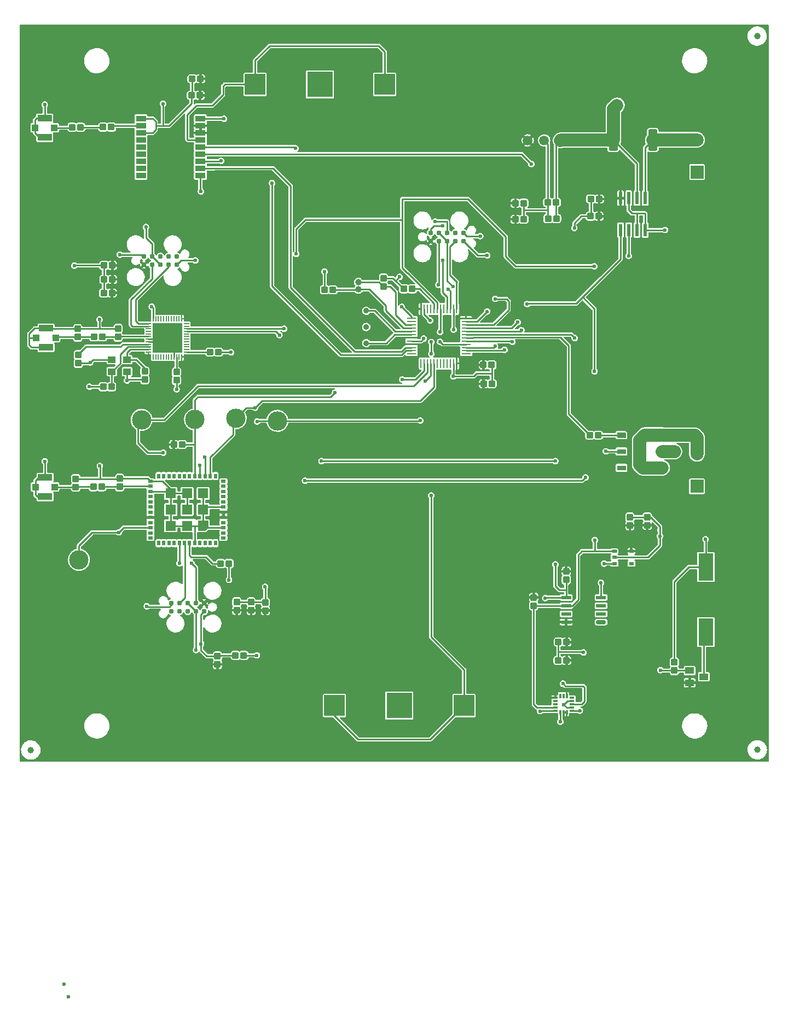
<source format=gbr>
%TF.GenerationSoftware,KiCad,Pcbnew,(5.99.0-10506-gb986797469)*%
%TF.CreationDate,2021-06-03T11:04:36+02:00*%
%TF.ProjectId,LoRa tracker,4c6f5261-2074-4726-9163-6b65722e6b69,rev?*%
%TF.SameCoordinates,Original*%
%TF.FileFunction,Copper,L1,Top*%
%TF.FilePolarity,Positive*%
%FSLAX46Y46*%
G04 Gerber Fmt 4.6, Leading zero omitted, Abs format (unit mm)*
G04 Created by KiCad (PCBNEW (5.99.0-10506-gb986797469)) date 2021-06-03 11:04:36*
%MOMM*%
%LPD*%
G01*
G04 APERTURE LIST*
G04 Aperture macros list*
%AMRoundRect*
0 Rectangle with rounded corners*
0 $1 Rounding radius*
0 $2 $3 $4 $5 $6 $7 $8 $9 X,Y pos of 4 corners*
0 Add a 4 corners polygon primitive as box body*
4,1,4,$2,$3,$4,$5,$6,$7,$8,$9,$2,$3,0*
0 Add four circle primitives for the rounded corners*
1,1,$1+$1,$2,$3*
1,1,$1+$1,$4,$5*
1,1,$1+$1,$6,$7*
1,1,$1+$1,$8,$9*
0 Add four rect primitives between the rounded corners*
20,1,$1+$1,$2,$3,$4,$5,0*
20,1,$1+$1,$4,$5,$6,$7,0*
20,1,$1+$1,$6,$7,$8,$9,0*
20,1,$1+$1,$8,$9,$2,$3,0*%
%AMOutline5P*
0 Free polygon, 5 corners , with rotation*
0 The origin of the aperture is its center*
0 number of corners: always 8*
0 $1 to $10 corner X, Y*
0 $11 Rotation angle, in degrees counterclockwise*
0 create outline with 8 corners*
4,1,5,$1,$2,$3,$4,$5,$6,$7,$8,$9,$10,$1,$2,$11*%
%AMOutline6P*
0 Free polygon, 6 corners , with rotation*
0 The origin of the aperture is its center*
0 number of corners: always 6*
0 $1 to $12 corner X, Y*
0 $13 Rotation angle, in degrees counterclockwise*
0 create outline with 6 corners*
4,1,6,$1,$2,$3,$4,$5,$6,$7,$8,$9,$10,$11,$12,$1,$2,$13*%
%AMOutline7P*
0 Free polygon, 7 corners , with rotation*
0 The origin of the aperture is its center*
0 number of corners: always 7*
0 $1 to $14 corner X, Y*
0 $15 Rotation angle, in degrees counterclockwise*
0 create outline with 7 corners*
4,1,7,$1,$2,$3,$4,$5,$6,$7,$8,$9,$10,$11,$12,$13,$14,$1,$2,$15*%
%AMOutline8P*
0 Free polygon, 8 corners , with rotation*
0 The origin of the aperture is its center*
0 number of corners: always 8*
0 $1 to $16 corner X, Y*
0 $17 Rotation angle, in degrees counterclockwise*
0 create outline with 8 corners*
4,1,8,$1,$2,$3,$4,$5,$6,$7,$8,$9,$10,$11,$12,$13,$14,$15,$16,$1,$2,$17*%
G04 Aperture macros list end*
%TA.AperFunction,ConnectorPad*%
%ADD10C,0.787400*%
%TD*%
%TA.AperFunction,ComponentPad*%
%ADD11C,1.000000*%
%TD*%
%TA.AperFunction,SMDPad,CuDef*%
%ADD12RoundRect,0.250000X-0.300000X0.250000X-0.300000X-0.250000X0.300000X-0.250000X0.300000X0.250000X0*%
%TD*%
%TA.AperFunction,SMDPad,CuDef*%
%ADD13RoundRect,0.250000X0.300000X-0.250000X0.300000X0.250000X-0.300000X0.250000X-0.300000X-0.250000X0*%
%TD*%
%TA.AperFunction,SMDPad,CuDef*%
%ADD14RoundRect,0.250000X0.250000X0.300000X-0.250000X0.300000X-0.250000X-0.300000X0.250000X-0.300000X0*%
%TD*%
%TA.AperFunction,SMDPad,CuDef*%
%ADD15C,3.000000*%
%TD*%
%TA.AperFunction,SMDPad,CuDef*%
%ADD16R,0.800000X0.300000*%
%TD*%
%TA.AperFunction,SMDPad,CuDef*%
%ADD17R,0.300000X0.800000*%
%TD*%
%TA.AperFunction,SMDPad,CuDef*%
%ADD18R,1.000000X1.000000*%
%TD*%
%TA.AperFunction,SMDPad,CuDef*%
%ADD19R,2.200000X1.050000*%
%TD*%
%TA.AperFunction,ComponentPad*%
%ADD20R,2.000000X2.000000*%
%TD*%
%TA.AperFunction,ComponentPad*%
%ADD21C,2.000000*%
%TD*%
%TA.AperFunction,SMDPad,CuDef*%
%ADD22R,0.810000X0.220000*%
%TD*%
%TA.AperFunction,SMDPad,CuDef*%
%ADD23R,0.220000X0.810000*%
%TD*%
%TA.AperFunction,SMDPad,CuDef*%
%ADD24R,4.600000X4.600000*%
%TD*%
%TA.AperFunction,SMDPad,CuDef*%
%ADD25C,1.000000*%
%TD*%
%TA.AperFunction,SMDPad,CuDef*%
%ADD26RoundRect,0.150000X-0.625000X0.150000X-0.625000X-0.150000X0.625000X-0.150000X0.625000X0.150000X0*%
%TD*%
%TA.AperFunction,SMDPad,CuDef*%
%ADD27R,1.550000X0.600000*%
%TD*%
%TA.AperFunction,SMDPad,CuDef*%
%ADD28RoundRect,0.250000X-0.250000X-0.300000X0.250000X-0.300000X0.250000X0.300000X-0.250000X0.300000X0*%
%TD*%
%TA.AperFunction,SMDPad,CuDef*%
%ADD29R,2.310000X4.220000*%
%TD*%
%TA.AperFunction,SMDPad,CuDef*%
%ADD30R,1.399540X0.998220*%
%TD*%
%TA.AperFunction,SMDPad,CuDef*%
%ADD31RoundRect,0.137500X0.262500X-0.137500X0.262500X0.137500X-0.262500X0.137500X-0.262500X-0.137500X0*%
%TD*%
%TA.AperFunction,SMDPad,CuDef*%
%ADD32R,0.800000X0.550000*%
%TD*%
%TA.AperFunction,SMDPad,CuDef*%
%ADD33Outline5P,0.400000X0.700000X0.400000X-0.700000X-0.400000X-0.700000X-0.400000X0.540000X-0.240000X0.700000X270.000000*%
%TD*%
%TA.AperFunction,SMDPad,CuDef*%
%ADD34R,1.400000X0.800000*%
%TD*%
%TA.AperFunction,ComponentPad*%
%ADD35C,1.500000*%
%TD*%
%TA.AperFunction,SMDPad,CuDef*%
%ADD36R,0.600000X1.970000*%
%TD*%
%TA.AperFunction,SMDPad,CuDef*%
%ADD37R,1.210000X1.010000*%
%TD*%
%TA.AperFunction,SMDPad,CuDef*%
%ADD38R,0.800000X0.500000*%
%TD*%
%TA.AperFunction,SMDPad,CuDef*%
%ADD39R,0.500000X0.800000*%
%TD*%
%TA.AperFunction,SMDPad,CuDef*%
%ADD40R,1.600000X1.600000*%
%TD*%
%TA.AperFunction,SMDPad,CuDef*%
%ADD41R,1.473200X0.279400*%
%TD*%
%TA.AperFunction,SMDPad,CuDef*%
%ADD42R,0.279400X1.473200*%
%TD*%
%TA.AperFunction,SMDPad,CuDef*%
%ADD43R,3.180000X3.180000*%
%TD*%
%TA.AperFunction,SMDPad,CuDef*%
%ADD44R,3.960000X3.960000*%
%TD*%
%TA.AperFunction,ComponentPad*%
%ADD45C,0.880000*%
%TD*%
%TA.AperFunction,SMDPad,CuDef*%
%ADD46RoundRect,0.249999X0.450001X1.425001X-0.450001X1.425001X-0.450001X-1.425001X0.450001X-1.425001X0*%
%TD*%
%TA.AperFunction,SMDPad,CuDef*%
%ADD47R,1.600000X0.900000*%
%TD*%
%TA.AperFunction,ViaPad*%
%ADD48C,0.600000*%
%TD*%
%TA.AperFunction,Conductor*%
%ADD49C,0.250000*%
%TD*%
%TA.AperFunction,Conductor*%
%ADD50C,2.000000*%
%TD*%
G04 APERTURE END LIST*
%TO.C,U8*%
G36*
X103328748Y-162902116D02*
G01*
X102828748Y-163402116D01*
X101728748Y-163402116D01*
X101728748Y-161802116D01*
X103328748Y-161802116D01*
X103328748Y-162902116D01*
G37*
%TD*%
D10*
%TO.P,CON3,1,VCC*%
%TO.N,+3V3*%
X102703748Y-174567116D03*
%TO.P,CON3,2,SWDIO/TMS*%
%TO.N,/LoRa_RFM/SWDIO*%
X101433748Y-174567116D03*
%TO.P,CON3,3,GND*%
%TO.N,GND*%
X100163748Y-174567116D03*
%TO.P,CON3,4,SWDCLK/TCK*%
%TO.N,/LoRa_RFM/SWCLK*%
X98893748Y-174567116D03*
%TO.P,CON3,5,GND*%
%TO.N,GND*%
X97623748Y-174567116D03*
%TO.P,CON3,6,SWO/TDO*%
%TO.N,unconnected-(CON3-Pad6)*%
X97623748Y-175837116D03*
%TO.P,CON3,7,KEY*%
%TO.N,unconnected-(CON3-Pad7)*%
X98893748Y-175837116D03*
%TO.P,CON3,8,NC/TDI*%
%TO.N,unconnected-(CON3-Pad8)*%
X100163748Y-175837116D03*
%TO.P,CON3,9,GND*%
%TO.N,GND*%
X101433748Y-175837116D03*
%TO.P,CON3,10,tRST*%
%TO.N,/RESET*%
X102703748Y-175837116D03*
%TD*%
%TO.P,CON2,1,VCC*%
%TO.N,+3V3*%
X137728748Y-118507116D03*
%TO.P,CON2,2,SWDIO/TMS*%
%TO.N,/mcu/SWDIO*%
X138998748Y-118507116D03*
%TO.P,CON2,3,GND*%
%TO.N,GND*%
X140268748Y-118507116D03*
%TO.P,CON2,4,SWDCLK/TCK*%
%TO.N,/mcu/SWDCLK*%
X141538748Y-118507116D03*
%TO.P,CON2,5,GND*%
%TO.N,GND*%
X142808748Y-118507116D03*
%TO.P,CON2,6,SWO/TDO*%
%TO.N,/mcu/SWO*%
X142808748Y-117237116D03*
%TO.P,CON2,7,KEY*%
%TO.N,unconnected-(CON2-Pad7)*%
X141538748Y-117237116D03*
%TO.P,CON2,8,NC/TDI*%
%TO.N,/mcu/TDI*%
X140268748Y-117237116D03*
%TO.P,CON2,9,GND*%
%TO.N,GND*%
X138998748Y-117237116D03*
%TO.P,CON2,10,tRST*%
%TO.N,/mcu/RST*%
X137728748Y-117237116D03*
%TD*%
D11*
%TO.P,Y2,1,1*%
%TO.N,/mcu/OSC_32_OUT*%
X126560000Y-126000000D03*
%TO.P,Y2,2,2*%
%TO.N,/mcu/OSC_32_IN*%
X126560000Y-124900000D03*
%TD*%
D12*
%TO.P,C7,1*%
%TO.N,+3V3*%
X102113748Y-93387116D03*
%TO.P,C7,2*%
%TO.N,GND*%
X100843748Y-93387116D03*
%TD*%
D13*
%TO.P,C10,1*%
%TO.N,GND*%
X87158748Y-126562116D03*
%TO.P,C10,2*%
%TO.N,+3V3*%
X88428748Y-126562116D03*
%TD*%
D14*
%TO.P,C27,1*%
%TO.N,+3V3*%
X109953748Y-175699616D03*
%TO.P,C27,2*%
%TO.N,GND*%
X109953748Y-174429616D03*
%TD*%
D15*
%TO.P,TP2,1,1*%
%TO.N,/MOSI*%
X107558748Y-145972116D03*
%TD*%
D16*
%TO.P,U3,1,VDD_IO*%
%TO.N,+3V3*%
X157013748Y-189232116D03*
%TO.P,U3,2,NC*%
%TO.N,unconnected-(U3-Pad2)*%
X157013748Y-189732116D03*
%TO.P,U3,3,NC*%
%TO.N,unconnected-(U3-Pad3)*%
X157013748Y-190232116D03*
%TO.P,U3,4,SCL/SPC*%
%TO.N,/SCL*%
X157013748Y-190732116D03*
%TO.P,U3,5,GND*%
%TO.N,GND*%
X157013748Y-191232116D03*
D17*
%TO.P,U3,6,SDA/SDI/SDO*%
%TO.N,/SDA*%
X157788748Y-191507116D03*
%TO.P,U3,7,SDO/SA0*%
%TO.N,+3V3*%
X158288748Y-191507116D03*
%TO.P,U3,8,CS*%
X158788748Y-191507116D03*
D16*
%TO.P,U3,9,INT2*%
%TO.N,/INT2*%
X159563748Y-191232116D03*
%TO.P,U3,10,GND*%
%TO.N,GND*%
X159563748Y-190732116D03*
%TO.P,U3,11,INT1*%
%TO.N,/INT1*%
X159563748Y-190232116D03*
%TO.P,U3,12,GND*%
%TO.N,GND*%
X159563748Y-189732116D03*
%TO.P,U3,13,ADC3*%
%TO.N,unconnected-(U3-Pad13)*%
X159563748Y-189232116D03*
D17*
%TO.P,U3,14,VDD*%
%TO.N,+3V3*%
X158788748Y-188957116D03*
%TO.P,U3,15,ADC2*%
%TO.N,unconnected-(U3-Pad15)*%
X158288748Y-188957116D03*
%TO.P,U3,16,ADC1*%
%TO.N,unconnected-(U3-Pad16)*%
X157788748Y-188957116D03*
%TD*%
D12*
%TO.P,C5,1*%
%TO.N,+3V3*%
X163808748Y-112002116D03*
%TO.P,C5,2*%
%TO.N,GND*%
X162538748Y-112002116D03*
%TD*%
D18*
%TO.P,AE3,1,A*%
%TO.N,Net-(AE3-Pad1)*%
X79578748Y-156602116D03*
D19*
%TO.P,AE3,2,Shield*%
%TO.N,GND*%
X78078748Y-158077116D03*
D18*
X76578748Y-156602116D03*
D19*
X78078748Y-155127116D03*
%TD*%
D20*
%TO.P,J2,1,Pin_1*%
%TO.N,VDC*%
X178923748Y-156492116D03*
D21*
%TO.P,J2,2,Pin_2*%
%TO.N,Net-(J2-Pad2)*%
X178923748Y-151492116D03*
%TD*%
D12*
%TO.P,L1,1*%
%TO.N,Net-(L1-Pad1)*%
X88318748Y-100872116D03*
%TO.P,L1,2*%
%TO.N,Net-(C9-Pad1)*%
X87048748Y-100872116D03*
%TD*%
D22*
%TO.P,U6,1,DEC1*%
%TO.N,Net-(C15-Pad2)*%
X99958748Y-135702116D03*
%TO.P,U6,2,P0.00/XL1*%
%TO.N,unconnected-(U6-Pad2)*%
X99958748Y-135302116D03*
%TO.P,U6,3,P0.01/XL2*%
%TO.N,unconnected-(U6-Pad3)*%
X99958748Y-134902116D03*
%TO.P,U6,4,P0.02/AIN0*%
%TO.N,unconnected-(U6-Pad4)*%
X99958748Y-134502116D03*
%TO.P,U6,5,P0.03/AIN1*%
%TO.N,unconnected-(U6-Pad5)*%
X99958748Y-134102116D03*
%TO.P,U6,6,P0.04/AIN2*%
%TO.N,unconnected-(U6-Pad6)*%
X99958748Y-133702116D03*
%TO.P,U6,7,P0.05/AIN3*%
%TO.N,unconnected-(U6-Pad7)*%
X99958748Y-133302116D03*
%TO.P,U6,8,P0.06*%
%TO.N,unconnected-(U6-Pad8)*%
X99958748Y-132902116D03*
%TO.P,U6,9,P0.07*%
%TO.N,/SCL*%
X99958748Y-132502116D03*
%TO.P,U6,10,P0.08*%
%TO.N,/SDA*%
X99958748Y-132102116D03*
%TO.P,U6,11,P0.09*%
%TO.N,unconnected-(U6-Pad11)*%
X99958748Y-131702116D03*
%TO.P,U6,12,P0.10*%
%TO.N,unconnected-(U6-Pad12)*%
X99958748Y-131302116D03*
D23*
%TO.P,U6,13,VDD*%
%TO.N,+3V3*%
X99208748Y-130552116D03*
%TO.P,U6,14,P0.11*%
%TO.N,unconnected-(U6-Pad14)*%
X98808748Y-130552116D03*
%TO.P,U6,15,P0.12*%
%TO.N,unconnected-(U6-Pad15)*%
X98408748Y-130552116D03*
%TO.P,U6,16,P0.13*%
%TO.N,unconnected-(U6-Pad16)*%
X98008748Y-130552116D03*
%TO.P,U6,17,P0.14*%
%TO.N,unconnected-(U6-Pad17)*%
X97608748Y-130552116D03*
%TO.P,U6,18,P0.15*%
%TO.N,unconnected-(U6-Pad18)*%
X97208748Y-130552116D03*
%TO.P,U6,19,P0.16*%
%TO.N,unconnected-(U6-Pad19)*%
X96808748Y-130552116D03*
%TO.P,U6,20,P0.17*%
%TO.N,unconnected-(U6-Pad20)*%
X96408748Y-130552116D03*
%TO.P,U6,21,P0.18*%
%TO.N,unconnected-(U6-Pad21)*%
X96008748Y-130552116D03*
%TO.P,U6,22,P0.19*%
%TO.N,unconnected-(U6-Pad22)*%
X95608748Y-130552116D03*
%TO.P,U6,23,P0.20*%
%TO.N,unconnected-(U6-Pad23)*%
X95208748Y-130552116D03*
%TO.P,U6,24,P0.21/~RESET*%
%TO.N,/nrf/RST*%
X94808748Y-130552116D03*
D22*
%TO.P,U6,25,SWDCLK*%
%TO.N,/nrf/SWDCLK*%
X94058748Y-131302116D03*
%TO.P,U6,26,SWDIO*%
%TO.N,/nrf/SWDIO*%
X94058748Y-131702116D03*
%TO.P,U6,27,P0.22*%
%TO.N,unconnected-(U6-Pad27)*%
X94058748Y-132102116D03*
%TO.P,U6,28,P0.23*%
%TO.N,unconnected-(U6-Pad28)*%
X94058748Y-132502116D03*
%TO.P,U6,29,P0.24*%
%TO.N,unconnected-(U6-Pad29)*%
X94058748Y-132902116D03*
%TO.P,U6,30,ANT*%
%TO.N,Net-(C16-Pad1)*%
X94058748Y-133302116D03*
%TO.P,U6,31,VSS*%
%TO.N,GND*%
X94058748Y-133702116D03*
%TO.P,U6,32,DEC2*%
X94058748Y-134102116D03*
%TO.P,U6,33,DEC3*%
%TO.N,Net-(C14-Pad2)*%
X94058748Y-134502116D03*
%TO.P,U6,34,XC1*%
%TO.N,Net-(C17-Pad1)*%
X94058748Y-134902116D03*
%TO.P,U6,35,XC2*%
%TO.N,Net-(C18-Pad1)*%
X94058748Y-135302116D03*
%TO.P,U6,36,VDD*%
%TO.N,+3V3*%
X94058748Y-135702116D03*
D23*
%TO.P,U6,37,P0.25*%
%TO.N,unconnected-(U6-Pad37)*%
X94808748Y-136452116D03*
%TO.P,U6,38,P0.26*%
%TO.N,unconnected-(U6-Pad38)*%
X95208748Y-136452116D03*
%TO.P,U6,39,P0.27*%
%TO.N,unconnected-(U6-Pad39)*%
X95608748Y-136452116D03*
%TO.P,U6,40,P0.28/AIN4*%
%TO.N,unconnected-(U6-Pad40)*%
X96008748Y-136452116D03*
%TO.P,U6,41,P0.29/AIN5*%
%TO.N,unconnected-(U6-Pad41)*%
X96408748Y-136452116D03*
%TO.P,U6,42,P0.30/AIN6*%
%TO.N,unconnected-(U6-Pad42)*%
X96808748Y-136452116D03*
%TO.P,U6,43,P0.31/AIN7*%
%TO.N,unconnected-(U6-Pad43)*%
X97208748Y-136452116D03*
%TO.P,U6,44,NC*%
%TO.N,unconnected-(U6-Pad44)*%
X97608748Y-136452116D03*
%TO.P,U6,45,VSS*%
%TO.N,GND*%
X98008748Y-136452116D03*
%TO.P,U6,46,DEC4*%
%TO.N,Net-(C13-Pad2)*%
X98408748Y-136452116D03*
%TO.P,U6,47,DCC*%
%TO.N,unconnected-(U6-Pad47)*%
X98808748Y-136452116D03*
%TO.P,U6,48,VDD*%
%TO.N,+3V3*%
X99208748Y-136452116D03*
D24*
%TO.P,U6,49,VSS*%
%TO.N,GND*%
X97008748Y-133502116D03*
%TD*%
D12*
%TO.P,C15,1*%
%TO.N,GND*%
X104893748Y-135707116D03*
%TO.P,C15,2*%
%TO.N,Net-(C15-Pad2)*%
X103623748Y-135707116D03*
%TD*%
D25*
%TO.P,REF\u002A\u002A,*%
%TO.N,*%
X188248748Y-86772116D03*
%TD*%
D14*
%TO.P,R9,1*%
%TO.N,+3V3*%
X104752748Y-184072116D03*
%TO.P,R9,2*%
%TO.N,/RESET*%
X104752748Y-182802116D03*
%TD*%
D12*
%TO.P,C31,1*%
%TO.N,+3V3*%
X158753748Y-183447116D03*
%TO.P,C31,2*%
%TO.N,GND*%
X157483748Y-183447116D03*
%TD*%
D26*
%TO.P,U9,1,NC*%
%TO.N,unconnected-(U9-Pad1)*%
X164097326Y-177517116D03*
D27*
%TO.P,U9,2,NC*%
%TO.N,unconnected-(U9-Pad2)*%
X164097326Y-176247116D03*
%TO.P,U9,3,NC*%
%TO.N,unconnected-(U9-Pad3)*%
X164097326Y-174977116D03*
%TO.P,U9,4,GND*%
%TO.N,GND*%
X164097326Y-173707116D03*
%TO.P,U9,5,SDA*%
%TO.N,/SDA*%
X158697326Y-173707116D03*
%TO.P,U9,6,SCL*%
%TO.N,/SCL*%
X158697326Y-174977116D03*
%TO.P,U9,7,NC*%
%TO.N,unconnected-(U9-Pad7)*%
X158697326Y-176247116D03*
%TO.P,U9,8,VCC*%
%TO.N,+3V3*%
X158697326Y-177517116D03*
%TD*%
D13*
%TO.P,C11,1*%
%TO.N,GND*%
X87198748Y-122292116D03*
%TO.P,C11,2*%
%TO.N,+3V3*%
X88468748Y-122292116D03*
%TD*%
D28*
%TO.P,C18,1*%
%TO.N,Net-(C18-Pad1)*%
X93513748Y-138697116D03*
%TO.P,C18,2*%
%TO.N,GND*%
X93513748Y-139967116D03*
%TD*%
D14*
%TO.P,R2,1*%
%TO.N,/BUZZER*%
X175448748Y-185032116D03*
%TO.P,R2,2*%
%TO.N,GND*%
X175448748Y-183762116D03*
%TD*%
%TO.P,C19,1*%
%TO.N,Net-(AE2-Pad1)*%
X83123748Y-133387116D03*
%TO.P,C19,2*%
%TO.N,GND*%
X83123748Y-132117116D03*
%TD*%
D29*
%TO.P,PZ1,1*%
%TO.N,Net-(PZ1-Pad1)*%
X180288748Y-179077116D03*
%TO.P,PZ1,2*%
%TO.N,GND*%
X180288748Y-168987116D03*
%TD*%
D30*
%TO.P,Q1,1*%
%TO.N,/BUZZER*%
X177798928Y-185027156D03*
%TO.P,Q1,2*%
%TO.N,+3V3*%
X177798928Y-186927076D03*
%TO.P,Q1,3*%
%TO.N,Net-(PZ1-Pad1)*%
X179998568Y-185977116D03*
%TD*%
D31*
%TO.P,U5,1,SCL*%
%TO.N,/SCL*%
X166176248Y-166549616D03*
D32*
%TO.P,U5,2,GND*%
%TO.N,GND*%
X166176248Y-167499616D03*
%TO.P,U5,3,SDA*%
%TO.N,/SDA*%
X166176248Y-168449616D03*
%TO.P,U5,4,NC*%
%TO.N,unconnected-(U5-Pad4)*%
X168776248Y-168449616D03*
%TO.P,U5,5,VCC*%
%TO.N,+3V3*%
X168776248Y-166549616D03*
%TD*%
D33*
%TO.P,U4,1,Anode*%
%TO.N,Net-(R3-Pad2)*%
X167248748Y-148552116D03*
D34*
%TO.P,U4,2,Catode*%
%TO.N,GND*%
X167248748Y-151092116D03*
%TO.P,U4,3*%
%TO.N,unconnected-(U4-Pad3)*%
X167248748Y-153632116D03*
%TO.P,U4,4,OUT1*%
%TO.N,Net-(J2-Pad2)*%
X173548748Y-153632116D03*
%TO.P,U4,5,OUT2*%
%TO.N,GND*%
X173548748Y-151092116D03*
%TO.P,U4,6,OUT3*%
%TO.N,Net-(J2-Pad2)*%
X173548748Y-148552116D03*
%TD*%
D12*
%TO.P,R6,1*%
%TO.N,Net-(C16-Pad1)*%
X86918748Y-133362116D03*
%TO.P,R6,2*%
%TO.N,Net-(AE2-Pad1)*%
X85648748Y-133362116D03*
%TD*%
D14*
%TO.P,C26,1*%
%TO.N,+3V3*%
X107718748Y-175682116D03*
%TO.P,C26,2*%
%TO.N,GND*%
X107718748Y-174412116D03*
%TD*%
D20*
%TO.P,J1,1,Pin_1*%
%TO.N,GND*%
X178953748Y-107827116D03*
D21*
%TO.P,J1,2,Pin_2*%
%TO.N,Net-(J1-Pad2)*%
X178953748Y-102827116D03*
%TD*%
D14*
%TO.P,C30,1*%
%TO.N,+3V3*%
X171228748Y-162519273D03*
%TO.P,C30,2*%
%TO.N,GND*%
X171228748Y-161249273D03*
%TD*%
D12*
%TO.P,C6,1*%
%TO.N,+3V3*%
X163738748Y-114672116D03*
%TO.P,C6,2*%
%TO.N,GND*%
X162468748Y-114672116D03*
%TD*%
%TO.P,C33,1*%
%TO.N,/mcu/OSC_32_OUT*%
X122610000Y-126050000D03*
%TO.P,C33,2*%
%TO.N,GND*%
X121340000Y-126050000D03*
%TD*%
D35*
%TO.P,U2,1,IN*%
%TO.N,VDC*%
X157828748Y-102932116D03*
%TO.P,U2,2,GND*%
%TO.N,GND*%
X155288748Y-102932116D03*
%TO.P,U2,3,OUT*%
%TO.N,+3V3*%
X152748748Y-102932116D03*
%TD*%
D13*
%TO.P,R10,1*%
%TO.N,+3V3*%
X97988748Y-150022116D03*
%TO.P,R10,2*%
%TO.N,/CS*%
X99258748Y-150022116D03*
%TD*%
D28*
%TO.P,R5,1*%
%TO.N,+3V3*%
X153683748Y-173717116D03*
%TO.P,R5,2*%
%TO.N,/SCL*%
X153683748Y-174987116D03*
%TD*%
D12*
%TO.P,C1,1*%
%TO.N,VDC*%
X157143748Y-112527116D03*
%TO.P,C1,2*%
%TO.N,GND*%
X155873748Y-112527116D03*
%TD*%
%TO.P,R7,1*%
%TO.N,GND*%
X106530748Y-168446116D03*
%TO.P,R7,2*%
%TO.N,Net-(R7-Pad2)*%
X105260748Y-168446116D03*
%TD*%
D14*
%TO.P,C25,1*%
%TO.N,+3V3*%
X112148748Y-175732116D03*
%TO.P,C25,2*%
%TO.N,GND*%
X112148748Y-174462116D03*
%TD*%
%TO.P,C24,1*%
%TO.N,Net-(AE3-Pad1)*%
X82818748Y-156592116D03*
%TO.P,C24,2*%
%TO.N,GND*%
X82818748Y-155322116D03*
%TD*%
D36*
%TO.P,U1,1,IN+*%
%TO.N,Net-(J1-Pad2)*%
X170913748Y-111872116D03*
%TO.P,U1,2,IN-*%
%TO.N,VDC*%
X169643748Y-111872116D03*
%TO.P,U1,3,GND*%
%TO.N,GND*%
X168373748Y-111872116D03*
%TO.P,U1,4,VS*%
%TO.N,+3V3*%
X167103748Y-111872116D03*
%TO.P,U1,5,SCL*%
%TO.N,/SCL*%
X167103748Y-116812116D03*
%TO.P,U1,6,SDA*%
%TO.N,/SDA*%
X168373748Y-116812116D03*
%TO.P,U1,7,A0*%
%TO.N,GND*%
X169643748Y-116812116D03*
%TO.P,U1,8,A1*%
X170913748Y-116812116D03*
%TD*%
D12*
%TO.P,R8,1*%
%TO.N,/LoRa_RFM/ANT*%
X86818748Y-156572116D03*
%TO.P,R8,2*%
%TO.N,Net-(AE3-Pad1)*%
X85548748Y-156572116D03*
%TD*%
D37*
%TO.P,Y1,1,1*%
%TO.N,Net-(C18-Pad1)*%
X90768748Y-136885725D03*
%TO.P,Y1,2,2*%
%TO.N,GND*%
X88408748Y-136885725D03*
%TO.P,Y1,3,3*%
%TO.N,Net-(C17-Pad1)*%
X88408748Y-138745725D03*
%TO.P,Y1,4,4*%
%TO.N,GND*%
X90768748Y-138745725D03*
%TD*%
D13*
%TO.P,C12,1*%
%TO.N,GND*%
X87218748Y-124452116D03*
%TO.P,C12,2*%
%TO.N,+3V3*%
X88488748Y-124452116D03*
%TD*%
D28*
%TO.P,R4,1*%
%TO.N,+3V3*%
X158693748Y-169667116D03*
%TO.P,R4,2*%
%TO.N,/SDA*%
X158693748Y-170937116D03*
%TD*%
D25*
%TO.P,REF\u002A\u002A,*%
%TO.N,*%
X75858748Y-197332116D03*
%TD*%
D13*
%TO.P,C20,1*%
%TO.N,+3V3*%
X145930000Y-140620000D03*
%TO.P,C20,2*%
%TO.N,GND*%
X147200000Y-140620000D03*
%TD*%
D15*
%TO.P,TP4,1,1*%
%TO.N,/CS*%
X101268748Y-146152116D03*
%TD*%
%TO.P,TP3,1,1*%
%TO.N,/MISO*%
X114018748Y-146352116D03*
%TD*%
D14*
%TO.P,C28,1*%
%TO.N,+3V3*%
X168558748Y-162562116D03*
%TO.P,C28,2*%
%TO.N,GND*%
X168558748Y-161292116D03*
%TD*%
D38*
%TO.P,U8,1,PA12/USB_DP*%
%TO.N,unconnected-(U8-Pad1)*%
X105678748Y-164502116D03*
%TO.P,U8,2,PA11/USB_DM*%
%TO.N,unconnected-(U8-Pad2)*%
X105678748Y-163702116D03*
%TO.P,U8,3,GND*%
%TO.N,GND*%
X105678748Y-162902116D03*
%TO.P,U8,4,VDD_USB*%
%TO.N,unconnected-(U8-Pad4)*%
X105678748Y-162102116D03*
%TO.P,U8,5,VDD_MCU*%
%TO.N,+3V3*%
X105678748Y-161302116D03*
%TO.P,U8,6,VDD_RF*%
X105678748Y-160502116D03*
%TO.P,U8,7,GND*%
%TO.N,GND*%
X105678748Y-159702116D03*
%TO.P,U8,8,DBG_SX1276_DIO2*%
%TO.N,unconnected-(U8-Pad8)*%
X105678748Y-158902116D03*
%TO.P,U8,9,DBG_SX1276_DIO3*%
%TO.N,unconnected-(U8-Pad9)*%
X105678748Y-158102116D03*
%TO.P,U8,10,SX1276_DIO4*%
%TO.N,unconnected-(U8-Pad10)*%
X105678748Y-157302116D03*
%TO.P,U8,11,DBG_SX1276_DIO5*%
%TO.N,unconnected-(U8-Pad11)*%
X105678748Y-156502116D03*
%TO.P,U8,12,DBG_SX1276_DIO1*%
%TO.N,unconnected-(U8-Pad12)*%
X105678748Y-155702116D03*
D39*
%TO.P,U8,13,DBG_SX1276_DIO0*%
%TO.N,unconnected-(U8-Pad13)*%
X104428748Y-154902116D03*
%TO.P,U8,14,PB15/SPI2_MOSI*%
%TO.N,/MOSI*%
X103628748Y-154902116D03*
%TO.P,U8,15,PB14/SPI2_MISO*%
%TO.N,/MISO*%
X102828748Y-154902116D03*
%TO.P,U8,16,PB13/SPI2_SCK*%
%TO.N,/SCK*%
X102028748Y-154902116D03*
%TO.P,U8,17,PB12/SPI2_NSS*%
%TO.N,/CS*%
X101228748Y-154902116D03*
%TO.P,U8,18,PA10/USART1_RX*%
%TO.N,unconnected-(U8-Pad18)*%
X100428748Y-154902116D03*
%TO.P,U8,19,PA9/USART1_TX*%
%TO.N,unconnected-(U8-Pad19)*%
X99628748Y-154902116D03*
%TO.P,U8,20,PA8/MCO*%
%TO.N,unconnected-(U8-Pad20)*%
X98828748Y-154902116D03*
%TO.P,U8,21,PA5/ADC5/DAC2*%
%TO.N,unconnected-(U8-Pad21)*%
X98028748Y-154902116D03*
%TO.P,U8,22,PA4/ADC4/DAC1*%
%TO.N,unconnected-(U8-Pad22)*%
X97228748Y-154902116D03*
%TO.P,U8,23,PA3/ADC3*%
%TO.N,unconnected-(U8-Pad23)*%
X96428748Y-154902116D03*
%TO.P,U8,24,PA2/ADC2*%
%TO.N,unconnected-(U8-Pad24)*%
X95628748Y-154902116D03*
D38*
%TO.P,U8,25,GND*%
%TO.N,GND*%
X94378748Y-155702116D03*
%TO.P,U8,26,ANT*%
%TO.N,/LoRa_RFM/ANT*%
X94378748Y-156502116D03*
%TO.P,U8,27,GND*%
%TO.N,GND*%
X94378748Y-157302116D03*
%TO.P,U8,28,DBG_CRF1*%
%TO.N,unconnected-(U8-Pad28)*%
X94378748Y-158102116D03*
%TO.P,U8,29,DBG_CRF3*%
%TO.N,unconnected-(U8-Pad29)*%
X94378748Y-158902116D03*
%TO.P,U8,30,DBG_CRF2*%
%TO.N,unconnected-(U8-Pad30)*%
X94378748Y-159702116D03*
%TO.P,U8,31,STSAFE_NRST*%
%TO.N,unconnected-(U8-Pad31)*%
X94378748Y-160502116D03*
%TO.P,U8,32,VREF+*%
%TO.N,+3V3*%
X94378748Y-161302116D03*
%TO.P,U8,33,PA0/WKUP1*%
%TO.N,unconnected-(U8-Pad33)*%
X94378748Y-162102116D03*
%TO.P,U8,34,MCU_NRST*%
%TO.N,/RESET*%
X94378748Y-162902116D03*
%TO.P,U8,35,PB8/I2C1_SCL*%
%TO.N,unconnected-(U8-Pad35)*%
X94378748Y-163702116D03*
%TO.P,U8,36,PB9/I2C1_SDA*%
%TO.N,unconnected-(U8-Pad36)*%
X94378748Y-164502116D03*
D39*
%TO.P,U8,37,PB2/LPTIM1_OUT*%
%TO.N,unconnected-(U8-Pad37)*%
X95628748Y-165302116D03*
%TO.P,U8,38,PB7/LPTIM1_IN2*%
%TO.N,unconnected-(U8-Pad38)*%
X96428748Y-165302116D03*
%TO.P,U8,39,PB6/LPTIM1_ETR*%
%TO.N,unconnected-(U8-Pad39)*%
X97228748Y-165302116D03*
%TO.P,U8,40,PB5/LPTIM1_IN1*%
%TO.N,unconnected-(U8-Pad40)*%
X98028748Y-165302116D03*
%TO.P,U8,41,PA13/SWDIO*%
%TO.N,/LoRa_RFM/SWDIO*%
X98828748Y-165302116D03*
%TO.P,U8,42,PA14/SWCLK*%
%TO.N,/LoRa_RFM/SWCLK*%
X99628748Y-165302116D03*
%TO.P,U8,43,BOOT0*%
%TO.N,Net-(R7-Pad2)*%
X100428748Y-165302116D03*
%TO.P,U8,44,GND*%
%TO.N,GND*%
X101228748Y-165302116D03*
%TO.P,U8,45,PH1-OSC_OUT*%
%TO.N,unconnected-(U8-Pad45)*%
X102028748Y-165302116D03*
%TO.P,U8,46,PH0-OSC_IN*%
%TO.N,unconnected-(U8-Pad46)*%
X102828748Y-165302116D03*
%TO.P,U8,47,TCXO_OUT*%
%TO.N,unconnected-(U8-Pad47)*%
X103628748Y-165302116D03*
%TO.P,U8,48,VDD_TCXO*%
%TO.N,unconnected-(U8-Pad48)*%
X104428748Y-165302116D03*
D18*
%TO.P,U8,49,GND*%
%TO.N,GND*%
X102528748Y-162602116D03*
D40*
%TO.P,U8,50,GND*%
X100028748Y-162602116D03*
%TO.P,U8,51,GND*%
X97528748Y-162602116D03*
%TO.P,U8,52,GND*%
X102528748Y-160102116D03*
%TO.P,U8,53,GND*%
X100028748Y-160102116D03*
%TO.P,U8,54,GND*%
X97528748Y-160102116D03*
%TO.P,U8,55,GND*%
X102528748Y-157602116D03*
%TO.P,U8,56,GND*%
X100028748Y-157602116D03*
%TO.P,U8,57,GND*%
X97528748Y-157602116D03*
%TD*%
D12*
%TO.P,C9,1*%
%TO.N,Net-(C9-Pad1)*%
X83553748Y-100887116D03*
%TO.P,C9,2*%
%TO.N,Net-(AE1-Pad1)*%
X82283748Y-100887116D03*
%TD*%
D14*
%TO.P,C16,1*%
%TO.N,Net-(C16-Pad1)*%
X89368748Y-133352116D03*
%TO.P,C16,2*%
%TO.N,GND*%
X89368748Y-132082116D03*
%TD*%
D15*
%TO.P,TP5,1,1*%
%TO.N,/SCK*%
X93018748Y-146202116D03*
%TD*%
D41*
%TO.P,U7,1,VBAT*%
%TO.N,Net-(BT2-Pad1)*%
X134782348Y-130502116D03*
%TO.P,U7,2,PC13*%
%TO.N,unconnected-(U7-Pad2)*%
X134782348Y-131002115D03*
%TO.P,U7,3,PC14-OSC32_INPC14*%
%TO.N,/mcu/OSC_32_IN*%
X134782348Y-131502117D03*
%TO.P,U7,4,PC15-OSC32_OUTPC15*%
%TO.N,/mcu/OSC_32_OUT*%
X134782348Y-132002116D03*
%TO.P,U7,5,PH0-OSC_INPH0*%
%TO.N,/mcu/OSC_HS_IN*%
X134782348Y-132502115D03*
%TO.P,U7,6,PH1-OSC_OUTPH1*%
%TO.N,/mcu/OSC_HS_OUT*%
X134782348Y-133002116D03*
%TO.P,U7,7,NRST*%
%TO.N,+3V3*%
X134782348Y-133502116D03*
%TO.P,U7,8,VSSA/VREF-*%
%TO.N,GND*%
X134782348Y-134002117D03*
%TO.P,U7,9,VDDA/VREF+*%
%TO.N,+3V3*%
X134782348Y-134502116D03*
%TO.P,U7,10,PA0*%
%TO.N,/TX*%
X134782348Y-135002115D03*
%TO.P,U7,11,PA1*%
%TO.N,/RX*%
X134782348Y-135502117D03*
%TO.P,U7,12,PA2*%
%TO.N,unconnected-(U7-Pad12)*%
X134782348Y-136002116D03*
D42*
%TO.P,U7,13,PA3*%
%TO.N,unconnected-(U7-Pad13)*%
X136248748Y-137468516D03*
%TO.P,U7,14,PA4*%
%TO.N,/CS*%
X136748747Y-137468516D03*
%TO.P,U7,15,PA5*%
%TO.N,/SCK*%
X137248749Y-137468516D03*
%TO.P,U7,16,PA6*%
%TO.N,/MISO*%
X137748748Y-137468516D03*
%TO.P,U7,17,PA7*%
%TO.N,/MOSI*%
X138248747Y-137468516D03*
%TO.P,U7,18,PB0*%
%TO.N,unconnected-(U7-Pad18)*%
X138748748Y-137468516D03*
%TO.P,U7,19,PB1*%
%TO.N,unconnected-(U7-Pad19)*%
X139248748Y-137468516D03*
%TO.P,U7,20,PB2*%
%TO.N,unconnected-(U7-Pad20)*%
X139748749Y-137468516D03*
%TO.P,U7,21,PB10*%
%TO.N,unconnected-(U7-Pad21)*%
X140248748Y-137468516D03*
%TO.P,U7,22,PB11*%
%TO.N,unconnected-(U7-Pad22)*%
X140748747Y-137468516D03*
%TO.P,U7,23,VSS*%
%TO.N,GND*%
X141248749Y-137468516D03*
%TO.P,U7,24,VDD*%
%TO.N,+3V3*%
X141748748Y-137468516D03*
D41*
%TO.P,U7,25,PB12*%
%TO.N,unconnected-(U7-Pad25)*%
X143215148Y-136002116D03*
%TO.P,U7,26,PB13*%
%TO.N,/PPS*%
X143215148Y-135502117D03*
%TO.P,U7,27,PB14*%
%TO.N,/WAKE*%
X143215148Y-135002115D03*
%TO.P,U7,28,PB15*%
%TO.N,/RESET_GPS*%
X143215148Y-134502116D03*
%TO.P,U7,29,PA8*%
%TO.N,/RESET*%
X143215148Y-134002117D03*
%TO.P,U7,30,PA9*%
%TO.N,/SSR*%
X143215148Y-133502116D03*
%TO.P,U7,31,PA10*%
%TO.N,/BUZZER*%
X143215148Y-133002116D03*
%TO.P,U7,32,PA11*%
%TO.N,/INT2*%
X143215148Y-132502115D03*
%TO.P,U7,33,PA12*%
%TO.N,/INT1*%
X143215148Y-132002116D03*
%TO.P,U7,34,PA13JTMS/SWDIO*%
%TO.N,/mcu/SWDIO*%
X143215148Y-131502117D03*
%TO.P,U7,35,VSS*%
%TO.N,GND*%
X143215148Y-131002115D03*
%TO.P,U7,36,VDD*%
%TO.N,+3V3*%
X143215148Y-130502116D03*
D42*
%TO.P,U7,37,PA14JTCK/SWCLK*%
%TO.N,/mcu/SWDCLK*%
X141748748Y-129035716D03*
%TO.P,U7,38,PA15JTDI*%
%TO.N,/mcu/TDI*%
X141248749Y-129035716D03*
%TO.P,U7,39,PB3JTDO/TRACESWO*%
%TO.N,/mcu/SWO*%
X140748747Y-129035716D03*
%TO.P,U7,40,PB4NJTRST*%
%TO.N,/mcu/RST*%
X140248748Y-129035716D03*
%TO.P,U7,41,PB5*%
%TO.N,unconnected-(U7-Pad41)*%
X139748749Y-129035716D03*
%TO.P,U7,42,PB6*%
%TO.N,/SCL*%
X139248748Y-129035716D03*
%TO.P,U7,43,PB7*%
%TO.N,/SDA*%
X138748748Y-129035716D03*
%TO.P,U7,44,PH3-BOOT0*%
%TO.N,Net-(R11-Pad1)*%
X138248747Y-129035716D03*
%TO.P,U7,45,PB8*%
%TO.N,unconnected-(U7-Pad45)*%
X137748748Y-129035716D03*
%TO.P,U7,46,PB9*%
%TO.N,unconnected-(U7-Pad46)*%
X137248749Y-129035716D03*
%TO.P,U7,47,VSS*%
%TO.N,GND*%
X136748747Y-129035716D03*
%TO.P,U7,48,VDD*%
%TO.N,+3V3*%
X136248748Y-129035716D03*
%TD*%
D10*
%TO.P,CON1,1,VCC*%
%TO.N,+3V3*%
X93373748Y-122187116D03*
%TO.P,CON1,2,SWDIO/TMS*%
%TO.N,/nrf/SWDIO*%
X94643748Y-122187116D03*
%TO.P,CON1,3,GND*%
%TO.N,GND*%
X95913748Y-122187116D03*
%TO.P,CON1,4,SWDCLK/TCK*%
%TO.N,/nrf/SWDCLK*%
X97183748Y-122187116D03*
%TO.P,CON1,5,GND*%
%TO.N,GND*%
X98453748Y-122187116D03*
%TO.P,CON1,6,SWO/TDO*%
%TO.N,unconnected-(CON1-Pad6)*%
X98453748Y-120917116D03*
%TO.P,CON1,7,KEY*%
%TO.N,unconnected-(CON1-Pad7)*%
X97183748Y-120917116D03*
%TO.P,CON1,8,NC/TDI*%
%TO.N,unconnected-(CON1-Pad8)*%
X95913748Y-120917116D03*
%TO.P,CON1,9,GND*%
%TO.N,GND*%
X94643748Y-120917116D03*
%TO.P,CON1,10,tRST*%
%TO.N,/nrf/RST*%
X93373748Y-120917116D03*
%TD*%
D14*
%TO.P,C13,1*%
%TO.N,GND*%
X98408748Y-140072116D03*
%TO.P,C13,2*%
%TO.N,Net-(C13-Pad2)*%
X98408748Y-138802116D03*
%TD*%
D13*
%TO.P,C32,1*%
%TO.N,/RESET*%
X107546748Y-182670116D03*
%TO.P,C32,2*%
%TO.N,GND*%
X108816748Y-182670116D03*
%TD*%
D12*
%TO.P,C8,1*%
%TO.N,+3V3*%
X102023748Y-95957116D03*
%TO.P,C8,2*%
%TO.N,GND*%
X100753748Y-95957116D03*
%TD*%
D13*
%TO.P,R3,1*%
%TO.N,/SSR*%
X162383748Y-148577116D03*
%TO.P,R3,2*%
%TO.N,Net-(R3-Pad2)*%
X163653748Y-148577116D03*
%TD*%
D14*
%TO.P,C22,1*%
%TO.N,/mcu/OSC_32_IN*%
X130438748Y-125542116D03*
%TO.P,C22,2*%
%TO.N,GND*%
X130438748Y-124272116D03*
%TD*%
D13*
%TO.P,C4,1*%
%TO.N,+3V3*%
X150853748Y-115147116D03*
%TO.P,C4,2*%
%TO.N,GND*%
X152123748Y-115147116D03*
%TD*%
D12*
%TO.P,C17,1*%
%TO.N,Net-(C17-Pad1)*%
X88333748Y-141087116D03*
%TO.P,C17,2*%
%TO.N,GND*%
X87063748Y-141087116D03*
%TD*%
D43*
%TO.P,BT2,1,+*%
%TO.N,Net-(BT2-Pad1)*%
X122848748Y-190452116D03*
X142888748Y-190452116D03*
D44*
%TO.P,BT2,2,-*%
%TO.N,GND*%
X132868748Y-190452116D03*
%TD*%
D12*
%TO.P,C2,1*%
%TO.N,VDC*%
X157183748Y-115027116D03*
%TO.P,C2,2*%
%TO.N,GND*%
X155913748Y-115027116D03*
%TD*%
%TO.P,C29,1*%
%TO.N,+3V3*%
X158765905Y-180612116D03*
%TO.P,C29,2*%
%TO.N,GND*%
X157495905Y-180612116D03*
%TD*%
D15*
%TO.P,TP1,1,1*%
%TO.N,/RESET*%
X83318748Y-167862116D03*
%TD*%
D12*
%TO.P,R11,1*%
%TO.N,Net-(R11-Pad1)*%
X134860000Y-125930000D03*
%TO.P,R11,2*%
%TO.N,GND*%
X133590000Y-125930000D03*
%TD*%
D13*
%TO.P,C21,1*%
%TO.N,+3V3*%
X145900000Y-137700000D03*
%TO.P,C21,2*%
%TO.N,GND*%
X147170000Y-137700000D03*
%TD*%
D45*
%TO.P,Y3,1,1*%
%TO.N,/mcu/OSC_HS_OUT*%
X127762000Y-134326000D03*
%TO.P,Y3,2,2*%
%TO.N,GND*%
X127762000Y-131826000D03*
%TO.P,Y3,3,3*%
%TO.N,/mcu/OSC_HS_IN*%
X127762000Y-129326000D03*
%TD*%
D25*
%TO.P,REF\u002A\u002A,*%
%TO.N,*%
X188268748Y-197302116D03*
%TD*%
D14*
%TO.P,C14,1*%
%TO.N,GND*%
X83220000Y-137430000D03*
%TO.P,C14,2*%
%TO.N,Net-(C14-Pad2)*%
X83220000Y-136160000D03*
%TD*%
D46*
%TO.P,R1,1*%
%TO.N,Net-(J1-Pad2)*%
X172098748Y-102892116D03*
%TO.P,R1,2*%
%TO.N,VDC*%
X165998748Y-102892116D03*
%TD*%
D18*
%TO.P,AE1,1,A*%
%TO.N,Net-(AE1-Pad1)*%
X79518748Y-100972116D03*
%TO.P,AE1,2,Shield*%
%TO.N,GND*%
X76518748Y-100972116D03*
D19*
X78018748Y-99497116D03*
X78018748Y-102447116D03*
%TD*%
D43*
%TO.P,BT1,1,+*%
%TO.N,Net-(BT1-Pad1)*%
X110578748Y-94272116D03*
X130618748Y-94272116D03*
D44*
%TO.P,BT1,2,-*%
%TO.N,GND*%
X120598748Y-94272116D03*
%TD*%
D47*
%TO.P,MOD2,1,GND*%
%TO.N,GND*%
X102107344Y-108362116D03*
%TO.P,MOD2,2,TX*%
%TO.N,/TX*%
X102107344Y-107262116D03*
%TO.P,MOD2,3,RX*%
%TO.N,/RX*%
X102107344Y-106162116D03*
%TO.P,MOD2,4,PPS*%
%TO.N,/PPS*%
X102107344Y-105062116D03*
%TO.P,MOD2,5,WAKE*%
%TO.N,/WAKE*%
X102107344Y-103962116D03*
%TO.P,MOD2,6,VBAT*%
%TO.N,Net-(BT1-Pad1)*%
X102107344Y-102862116D03*
%TO.P,MOD2,7,VCC_IO*%
%TO.N,+3V3*%
X102107344Y-101762116D03*
%TO.P,MOD2,8,VCC*%
X102107344Y-100662116D03*
%TO.P,MOD2,9,SYS_RESET*%
%TO.N,/RESET_GPS*%
X102107344Y-99562116D03*
%TO.P,MOD2,10,GND_RF*%
%TO.N,GND*%
X92907344Y-99562116D03*
%TO.P,MOD2,11,RF_IN*%
%TO.N,Net-(L1-Pad1)*%
X92907344Y-100662116D03*
%TO.P,MOD2,12,GND_RF*%
%TO.N,GND*%
X92907344Y-101762116D03*
%TO.P,MOD2,13,ANT_OFF*%
%TO.N,unconnected-(MOD2-Pad13)*%
X92907344Y-102862116D03*
%TO.P,MOD2,14,VCC_RF*%
%TO.N,unconnected-(MOD2-Pad14)*%
X92907344Y-103962116D03*
%TO.P,MOD2,15,RESERVED*%
%TO.N,unconnected-(MOD2-Pad15)*%
X92907344Y-105062116D03*
%TO.P,MOD2,16,SDA*%
%TO.N,unconnected-(MOD2-Pad16)*%
X92907344Y-106162116D03*
%TO.P,MOD2,17,SCL*%
%TO.N,unconnected-(MOD2-Pad17)*%
X92907344Y-107262116D03*
%TO.P,MOD2,18,RESERVED*%
%TO.N,unconnected-(MOD2-Pad18)*%
X92907344Y-108362116D03*
%TD*%
D18*
%TO.P,AE2,1,A*%
%TO.N,Net-(AE2-Pad1)*%
X79718748Y-133502116D03*
D19*
%TO.P,AE2,2,Shield*%
%TO.N,GND*%
X78218748Y-132027116D03*
X78218748Y-134977116D03*
D18*
X76718748Y-133502116D03*
%TD*%
D14*
%TO.P,C23,1*%
%TO.N,/LoRa_RFM/ANT*%
X89618748Y-156552116D03*
%TO.P,C23,2*%
%TO.N,GND*%
X89618748Y-155282116D03*
%TD*%
D13*
%TO.P,C3,1*%
%TO.N,+3V3*%
X150858748Y-112652116D03*
%TO.P,C3,2*%
%TO.N,GND*%
X152128748Y-112652116D03*
%TD*%
D48*
%TO.N,*%
X80968748Y-233592116D03*
X81718748Y-235532116D03*
%TO.N,GND*%
X84928748Y-141062116D03*
X90758748Y-140112116D03*
X158338748Y-190292116D03*
X93678748Y-116362116D03*
X141174248Y-125592116D03*
X164838748Y-151082116D03*
X137668000Y-130810000D03*
X136670000Y-133620000D03*
X112118748Y-172072116D03*
X146490000Y-129420000D03*
X106858748Y-135732116D03*
X85040000Y-137330000D03*
X132842000Y-190500000D03*
X98418748Y-141472116D03*
X175458748Y-151092116D03*
X82608748Y-122332116D03*
X102188748Y-110832116D03*
X132930000Y-124050000D03*
X78008748Y-152622116D03*
X96978748Y-133532116D03*
X86548748Y-153342116D03*
X146488748Y-120732116D03*
X154658748Y-191306616D03*
X106530748Y-170986116D03*
X96318748Y-97242116D03*
X101438748Y-181842116D03*
X78008748Y-97382116D03*
X93818748Y-175072116D03*
X101328748Y-121522116D03*
X120558748Y-94332116D03*
X159958748Y-116492116D03*
X110848748Y-182670116D03*
X180268748Y-164702116D03*
X141240000Y-139480000D03*
X164088748Y-171432116D03*
X121320000Y-123260000D03*
X173213748Y-164217116D03*
X86478748Y-130672116D03*
X174008748Y-116802116D03*
X161378748Y-182212116D03*
%TO.N,VDC*%
X166558748Y-97502116D03*
%TO.N,/RESET*%
X150368000Y-134112000D03*
X102212748Y-180892116D03*
X89512748Y-163620116D03*
%TO.N,/nrf/RST*%
X94588748Y-128672116D03*
X89648748Y-120622116D03*
%TO.N,/mcu/SWDIO*%
X147728748Y-127472116D03*
X138938748Y-125292116D03*
%TO.N,/mcu/RST*%
X139598748Y-121492116D03*
X139628748Y-116162116D03*
%TO.N,/LoRa_RFM/SWDIO*%
X100768748Y-168402116D03*
X98878748Y-168422116D03*
%TO.N,/RX*%
X105300000Y-106090000D03*
X113180000Y-109540000D03*
%TO.N,/PPS*%
X153318748Y-106592116D03*
X149170000Y-135360000D03*
%TO.N,/WAKE*%
X116810000Y-104170000D03*
X147700000Y-134800000D03*
%TO.N,/RESET_GPS*%
X139192000Y-134112000D03*
X105758748Y-99572116D03*
%TO.N,/BUZZER*%
X173288748Y-184962116D03*
X160020000Y-133540000D03*
%TO.N,/SDA*%
X115048748Y-132092116D03*
X157028748Y-168602116D03*
X155458748Y-173802116D03*
X163068000Y-122428000D03*
X116940000Y-120510000D03*
X120838748Y-152592116D03*
X164558748Y-168462116D03*
X157798748Y-192942116D03*
X168373748Y-120807116D03*
X157028748Y-152592116D03*
%TO.N,/SCL*%
X114328748Y-133082116D03*
X163128748Y-164822116D03*
X139192000Y-132588000D03*
X118288748Y-155622116D03*
X163088748Y-138692116D03*
X161698748Y-155122116D03*
X152654000Y-128270000D03*
%TO.N,/INT2*%
X151770000Y-132330000D03*
X160808748Y-191232116D03*
%TO.N,/INT1*%
X158190000Y-187060000D03*
X151200000Y-131100000D03*
%TO.N,/MOSI*%
X110578748Y-144322116D03*
%TO.N,/SCK*%
X101998748Y-153232116D03*
X96368748Y-151292116D03*
%TO.N,/CS*%
X133350000Y-139954000D03*
X122936000Y-141986000D03*
%TO.N,/MISO*%
X136144000Y-146304000D03*
X136906000Y-140208000D03*
X110868748Y-146462116D03*
X102798748Y-151942116D03*
%TO.N,Net-(BT2-Pad1)*%
X133260000Y-128700000D03*
X137820000Y-134150000D03*
X137850000Y-135960000D03*
X137820000Y-157920000D03*
%TO.N,/mcu/SWO*%
X145398748Y-117752116D03*
X140428748Y-125952116D03*
%TO.N,/mcu/TDI*%
X138438748Y-115492116D03*
X141278748Y-132232116D03*
%TD*%
D49*
%TO.N,Net-(AE1-Pad1)*%
X82198748Y-100972116D02*
X82283748Y-100887116D01*
X79518748Y-100972116D02*
X82198748Y-100972116D01*
%TO.N,GND*%
X77213748Y-102447116D02*
X76518748Y-101752116D01*
X155873748Y-112527116D02*
X155873748Y-103517116D01*
X100843748Y-93387116D02*
X100843748Y-95867116D01*
X89333748Y-132117116D02*
X89368748Y-132082116D01*
X94718748Y-101762116D02*
X95198748Y-101282116D01*
X95198748Y-100682116D02*
X95198748Y-100032116D01*
X101433748Y-175837116D02*
X101433748Y-181837116D01*
X131932116Y-124272116D02*
X130438748Y-124272116D01*
X75618748Y-133392116D02*
X75618748Y-132882116D01*
X177703748Y-168987116D02*
X180288748Y-168987116D01*
X86473748Y-132117116D02*
X86473748Y-130677116D01*
X175448748Y-171242116D02*
X177703748Y-168987116D01*
X97258748Y-100682116D02*
X100753748Y-97187116D01*
X104893748Y-135707116D02*
X106833748Y-135707116D01*
X170858748Y-114242116D02*
X170913748Y-114297116D01*
X102928748Y-159702116D02*
X102528748Y-160102116D01*
X107718748Y-174412116D02*
X112098748Y-174412116D01*
X106530748Y-168446116D02*
X106530748Y-170986116D01*
X96298748Y-100682116D02*
X97008748Y-100682116D01*
X140268748Y-124686616D02*
X141174248Y-125592116D01*
X161048748Y-114672116D02*
X159998748Y-115722116D01*
X98453748Y-122187116D02*
X99118748Y-121522116D01*
X97528748Y-157012116D02*
X97528748Y-157602116D01*
X168558748Y-161292116D02*
X171185905Y-161292116D01*
X108816748Y-182670116D02*
X110848748Y-182670116D01*
X75973748Y-134977116D02*
X75618748Y-134622116D01*
X105678748Y-159702116D02*
X102928748Y-159702116D01*
X101228748Y-162632116D02*
X101198748Y-162602116D01*
X105678748Y-162902116D02*
X102828748Y-162902116D01*
X83123748Y-132117116D02*
X78308748Y-132117116D01*
X130438748Y-124272116D02*
X130438748Y-123891252D01*
X97008748Y-100682116D02*
X97258748Y-100682116D01*
X140268748Y-118507116D02*
X140268748Y-124686616D01*
X93678748Y-117982116D02*
X93678748Y-116362116D01*
X170913748Y-114297116D02*
X170913748Y-116812116D01*
X155873748Y-103517116D02*
X155288748Y-102932116D01*
X94378748Y-155702116D02*
X93958748Y-155282116D01*
X93768748Y-118072116D02*
X93678748Y-117982116D01*
X98408748Y-140072116D02*
X98408748Y-141462116D01*
X78078748Y-155127116D02*
X77083748Y-155127116D01*
X98008748Y-136452116D02*
X98008748Y-134502116D01*
X102528748Y-162602116D02*
X101198748Y-162602116D01*
X141240000Y-139480000D02*
X144390000Y-139480000D01*
X87198748Y-126522116D02*
X87158748Y-126562116D01*
X147200000Y-139020000D02*
X147200000Y-137730000D01*
X97318748Y-175132116D02*
X93878748Y-175132116D01*
X83123748Y-132117116D02*
X86473748Y-132117116D01*
X102528748Y-157602116D02*
X102528748Y-162602116D01*
X152123748Y-113737116D02*
X152123748Y-112657116D01*
X171361248Y-167499616D02*
X170336248Y-167499616D01*
X162538748Y-112002116D02*
X162538748Y-114602116D01*
X78018748Y-99497116D02*
X78018748Y-97392116D01*
X78218748Y-134977116D02*
X75973748Y-134977116D01*
X76718748Y-133502116D02*
X75728748Y-133502116D01*
X137668000Y-130810000D02*
X136748747Y-129890747D01*
X155803748Y-113737116D02*
X155873748Y-113807116D01*
X78078748Y-158077116D02*
X76823748Y-158077116D01*
X95198748Y-100032116D02*
X94728748Y-99562116D01*
X166176248Y-167499616D02*
X170336248Y-167499616D01*
X85010000Y-137430000D02*
X83220000Y-137430000D01*
X76518748Y-101752116D02*
X76518748Y-100972116D01*
X136748747Y-129890747D02*
X136748747Y-129035716D01*
X106833748Y-135707116D02*
X106858748Y-135732116D01*
X162468748Y-114672116D02*
X161048748Y-114672116D01*
X96298748Y-97262116D02*
X96298748Y-100682116D01*
X152123748Y-115147116D02*
X152123748Y-113737116D01*
X157013748Y-191232116D02*
X154733248Y-191232116D01*
X102107344Y-110750712D02*
X102188748Y-110832116D01*
X162538748Y-114602116D02*
X162468748Y-114672116D01*
X86473748Y-132117116D02*
X89333748Y-132117116D01*
X173213748Y-165647116D02*
X171361248Y-167499616D01*
X142808748Y-118507116D02*
X145033748Y-120732116D01*
X92907344Y-101762116D02*
X94718748Y-101762116D01*
X152123748Y-113737116D02*
X155803748Y-113737116D01*
X169643748Y-114247116D02*
X169638748Y-114242116D01*
X85020000Y-137420000D02*
X85010000Y-137430000D01*
X90903748Y-139967116D02*
X93513748Y-139967116D01*
X112098748Y-174412116D02*
X112148748Y-174462116D01*
X86578748Y-155322116D02*
X86578748Y-153372116D01*
X155873748Y-114987116D02*
X155913748Y-115027116D01*
X100843748Y-95867116D02*
X100753748Y-95957116D01*
X112148748Y-174462116D02*
X112148748Y-172102116D01*
X132390000Y-124590000D02*
X132930000Y-124050000D01*
X180288748Y-164722116D02*
X180268748Y-164702116D01*
X76793748Y-99497116D02*
X78018748Y-99497116D01*
X84953748Y-141087116D02*
X84928748Y-141062116D01*
X97528748Y-162602116D02*
X97528748Y-157602116D01*
X173213748Y-162734273D02*
X173213748Y-164217116D01*
X76578748Y-157832116D02*
X76578748Y-156602116D01*
X94058748Y-133702116D02*
X96808748Y-133702116D01*
X171728748Y-161249273D02*
X173213748Y-162734273D01*
X121340000Y-123280000D02*
X121320000Y-123260000D01*
X95198748Y-100682116D02*
X97008748Y-100682116D01*
X171185905Y-161292116D02*
X171228748Y-161249273D01*
X78078748Y-152692116D02*
X78008748Y-152622116D01*
X97228748Y-157302116D02*
X97528748Y-157602116D01*
X154733248Y-191232116D02*
X154658748Y-191306616D01*
X75728748Y-133502116D02*
X75618748Y-133392116D01*
X101433748Y-181837116D02*
X101438748Y-181842116D01*
X180288748Y-168987116D02*
X180288748Y-164722116D01*
X93958748Y-155282116D02*
X89618748Y-155282116D01*
X100028748Y-157602116D02*
X100028748Y-160102116D01*
X90768748Y-138745725D02*
X90768748Y-140102116D01*
X75618748Y-134622116D02*
X75618748Y-133392116D01*
X86473748Y-130677116D02*
X86478748Y-130672116D01*
X102828748Y-162902116D02*
X102528748Y-162602116D01*
X96808748Y-133702116D02*
X96978748Y-133532116D01*
X157495905Y-180612116D02*
X157495905Y-182149273D01*
X94058748Y-134102116D02*
X96408748Y-134102116D01*
X169638748Y-114242116D02*
X170858748Y-114242116D01*
X94378748Y-157302116D02*
X97228748Y-157302116D01*
X152123748Y-112657116D02*
X152128748Y-112652116D01*
X157495905Y-182149273D02*
X157495905Y-183434959D01*
X138998748Y-117237116D02*
X140268748Y-118507116D01*
X167248748Y-151092116D02*
X164848748Y-151092116D01*
X95913748Y-122187116D02*
X94643748Y-120917116D01*
X168373748Y-113747116D02*
X168868748Y-114242116D01*
X170913748Y-116812116D02*
X173998748Y-116812116D01*
X94643748Y-118947116D02*
X93768748Y-118072116D01*
X173213748Y-164217116D02*
X173213748Y-165647116D01*
X76518748Y-100972116D02*
X76518748Y-99772116D01*
X86578748Y-155322116D02*
X89578748Y-155322116D01*
X82648748Y-122292116D02*
X82608748Y-122332116D01*
X158898748Y-189732116D02*
X158338748Y-190292116D01*
X78018748Y-102447116D02*
X77213748Y-102447116D01*
X101198748Y-162602116D02*
X97528748Y-162602116D01*
X144390000Y-139480000D02*
X144850000Y-139020000D01*
X121340000Y-126050000D02*
X121340000Y-123280000D01*
X143215148Y-131002115D02*
X144907885Y-131002115D01*
X75618748Y-134622116D02*
X75618748Y-133652116D01*
X78078748Y-155127116D02*
X78078748Y-152692116D01*
X93878748Y-175132116D02*
X93818748Y-175072116D01*
X78018748Y-97392116D02*
X78008748Y-97382116D01*
X157495905Y-182149273D02*
X161315905Y-182149273D01*
X169643748Y-116812116D02*
X169643748Y-114247116D01*
X87063748Y-141087116D02*
X84953748Y-141087116D01*
X175448748Y-183762116D02*
X175448748Y-171242116D01*
X171228748Y-161249273D02*
X171728748Y-161249273D01*
X94378748Y-155702116D02*
X96218748Y-155702116D01*
X94643748Y-120917116D02*
X94643748Y-118947116D01*
X158778748Y-190732116D02*
X158338748Y-190292116D01*
X132250000Y-124590000D02*
X132390000Y-124590000D01*
X97623748Y-174827116D02*
X97318748Y-175132116D01*
X96318748Y-97242116D02*
X96298748Y-97262116D01*
X94728748Y-99562116D02*
X92907344Y-99562116D01*
X76578748Y-155632116D02*
X76578748Y-156602116D01*
X159563748Y-190732116D02*
X158778748Y-190732116D01*
X134782348Y-134002117D02*
X136287883Y-134002117D01*
X161315905Y-182149273D02*
X161378748Y-182212116D01*
X78308748Y-132117116D02*
X78218748Y-132027116D01*
X157495905Y-183434959D02*
X157483748Y-183447116D01*
X112148748Y-172102116D02*
X112118748Y-172072116D01*
X173096248Y-163279616D02*
X173108748Y-163292116D01*
X164848748Y-151092116D02*
X164838748Y-151082116D01*
X87198748Y-122292116D02*
X87198748Y-126522116D01*
X144850000Y-139020000D02*
X147200000Y-139020000D01*
X99118748Y-121522116D02*
X101328748Y-121522116D01*
X77083748Y-155127116D02*
X76578748Y-155632116D01*
D50*
X173548748Y-151092116D02*
X175458748Y-151092116D01*
D49*
X141240000Y-139480000D02*
X141248749Y-139471251D01*
X155873748Y-112527116D02*
X155873748Y-113807116D01*
X168868748Y-114242116D02*
X169638748Y-114242116D01*
X136287883Y-134002117D02*
X136670000Y-133620000D01*
X76473748Y-132027116D02*
X78218748Y-132027116D01*
X144907885Y-131002115D02*
X146490000Y-129420000D01*
X147200000Y-140620000D02*
X147200000Y-139020000D01*
X89578748Y-155322116D02*
X89618748Y-155282116D01*
X96218748Y-155702116D02*
X97528748Y-157012116D01*
X97528748Y-157602116D02*
X100028748Y-157602116D01*
X76823748Y-158077116D02*
X76578748Y-157832116D01*
X101228748Y-165302116D02*
X101228748Y-162632116D01*
X86578748Y-153372116D02*
X86548748Y-153342116D01*
X85484275Y-136885725D02*
X88408748Y-136885725D01*
X147200000Y-137730000D02*
X147170000Y-137700000D01*
X102107344Y-108362116D02*
X102107344Y-110750712D01*
X96978748Y-133532116D02*
X97008748Y-133502116D01*
X82818748Y-155322116D02*
X86578748Y-155322116D01*
X159563748Y-189732116D02*
X158898748Y-189732116D01*
X98008748Y-134502116D02*
X97008748Y-133502116D01*
X164097326Y-171440694D02*
X164088748Y-171432116D01*
X90758748Y-140112116D02*
X90903748Y-139967116D01*
X141248749Y-139471251D02*
X141248749Y-137468516D01*
X173998748Y-116812116D02*
X174008748Y-116802116D01*
X95198748Y-101282116D02*
X95198748Y-100682116D01*
X159958748Y-115762116D02*
X159958748Y-116492116D01*
X100163748Y-174567116D02*
X101433748Y-175837116D01*
X98408748Y-141462116D02*
X98418748Y-141472116D01*
X85040000Y-137330000D02*
X85484275Y-136885725D01*
X96408748Y-134102116D02*
X97008748Y-133502116D01*
X145033748Y-120732116D02*
X146488748Y-120732116D01*
X100753748Y-97187116D02*
X100753748Y-95957116D01*
X133590000Y-125930000D02*
X132250000Y-124590000D01*
X155873748Y-113807116D02*
X155873748Y-114987116D01*
X168373748Y-111872116D02*
X168373748Y-113747116D01*
X132250000Y-124590000D02*
X131932116Y-124272116D01*
X90768748Y-140102116D02*
X90758748Y-140112116D01*
X87198748Y-122292116D02*
X82648748Y-122292116D01*
X76518748Y-99772116D02*
X76793748Y-99497116D01*
X164097326Y-173707116D02*
X164097326Y-171440694D01*
X159998748Y-115722116D02*
X159958748Y-115762116D01*
X97623748Y-174567116D02*
X97623748Y-174827116D01*
X75618748Y-132882116D02*
X76473748Y-132027116D01*
X170336248Y-167499616D02*
X170596248Y-167499616D01*
%TO.N,Net-(AE2-Pad1)*%
X79833748Y-133387116D02*
X79718748Y-133502116D01*
X83123748Y-133387116D02*
X79833748Y-133387116D01*
X83148748Y-133362116D02*
X83123748Y-133387116D01*
X85648748Y-133362116D02*
X83148748Y-133362116D01*
%TO.N,Net-(AE3-Pad1)*%
X79588748Y-156592116D02*
X79578748Y-156602116D01*
X85548748Y-156572116D02*
X82838748Y-156572116D01*
X82818748Y-156592116D02*
X79588748Y-156592116D01*
X82838748Y-156572116D02*
X82818748Y-156592116D01*
%TO.N,Net-(BT1-Pad1)*%
X100078748Y-98952116D02*
X101498748Y-97532116D01*
X100148748Y-102862116D02*
X100078748Y-102792116D01*
X100078748Y-102792116D02*
X100078748Y-98952116D01*
X105608748Y-94532116D02*
X105868748Y-94272116D01*
X105868748Y-94272116D02*
X110578748Y-94272116D01*
X102107344Y-102862116D02*
X100148748Y-102862116D01*
X101498748Y-97532116D02*
X103958748Y-97532116D01*
X105608748Y-95882116D02*
X105608748Y-94532116D01*
X130618748Y-94272116D02*
X130618748Y-89232116D01*
X103958748Y-97532116D02*
X105608748Y-95882116D01*
X129698748Y-88312116D02*
X112798748Y-88312116D01*
X110578748Y-90532116D02*
X110578748Y-94272116D01*
X112798748Y-88312116D02*
X110578748Y-90532116D01*
X130618748Y-89232116D02*
X129698748Y-88312116D01*
%TO.N,VDC*%
X157143748Y-103617116D02*
X157828748Y-102932116D01*
D50*
X166558748Y-97502116D02*
X165998748Y-98062116D01*
D49*
X169643748Y-106537116D02*
X165998748Y-102892116D01*
D50*
X165998748Y-102892116D02*
X157868748Y-102892116D01*
D49*
X157143748Y-112527116D02*
X157143748Y-114987116D01*
D50*
X165998748Y-98062116D02*
X165998748Y-102892116D01*
D49*
X157143748Y-112527116D02*
X157143748Y-103617116D01*
X157143748Y-114987116D02*
X157183748Y-115027116D01*
X169643748Y-111872116D02*
X169643748Y-106537116D01*
D50*
X157868748Y-102892116D02*
X157828748Y-102932116D01*
D49*
%TO.N,Net-(C9-Pad1)*%
X83553748Y-100887116D02*
X87033748Y-100887116D01*
X87033748Y-100887116D02*
X87048748Y-100872116D01*
%TO.N,Net-(C13-Pad2)*%
X98408748Y-138802116D02*
X98408748Y-136452116D01*
%TO.N,Net-(C14-Pad2)*%
X84390000Y-134900000D02*
X89750000Y-134900000D01*
X90147884Y-134502116D02*
X94058748Y-134502116D01*
X83220000Y-136070000D02*
X84390000Y-134900000D01*
X89750000Y-134900000D02*
X90147884Y-134502116D01*
X83220000Y-136160000D02*
X83220000Y-136070000D01*
%TO.N,Net-(C15-Pad2)*%
X103623748Y-135707116D02*
X99963748Y-135707116D01*
X99963748Y-135707116D02*
X99958748Y-135702116D01*
%TO.N,Net-(C16-Pad1)*%
X86928748Y-133352116D02*
X86918748Y-133362116D01*
X89368748Y-133352116D02*
X89418748Y-133302116D01*
X89418748Y-133302116D02*
X94058748Y-133302116D01*
X89368748Y-133352116D02*
X86928748Y-133352116D01*
%TO.N,Net-(C17-Pad1)*%
X89688748Y-136091252D02*
X89688748Y-137465725D01*
X90877884Y-134902116D02*
X89688748Y-136091252D01*
X88408748Y-138745725D02*
X88408748Y-141012116D01*
X88408748Y-141012116D02*
X88333748Y-141087116D01*
X94058748Y-134902116D02*
X90877884Y-134902116D01*
X89688748Y-137465725D02*
X88408748Y-138745725D01*
X94224234Y-134902596D02*
X94239243Y-134917605D01*
%TO.N,Net-(C18-Pad1)*%
X91278748Y-135302116D02*
X90768748Y-135812116D01*
X93513748Y-138697116D02*
X93513748Y-138227116D01*
X93513748Y-138227116D02*
X92172357Y-136885725D01*
X92172357Y-136885725D02*
X90768748Y-136885725D01*
X94058748Y-135302116D02*
X91278748Y-135302116D01*
X90768748Y-135812116D02*
X90768748Y-136885725D01*
%TO.N,/LoRa_RFM/ANT*%
X89618748Y-156552116D02*
X86838748Y-156552116D01*
X94378748Y-156502116D02*
X89668748Y-156502116D01*
X86838748Y-156552116D02*
X86818748Y-156572116D01*
X89658748Y-156512116D02*
X89618748Y-156552116D01*
X89668748Y-156502116D02*
X89618748Y-156552116D01*
%TO.N,/RESET*%
X102212748Y-176328116D02*
X102212748Y-180892116D01*
X90230748Y-162902116D02*
X89512748Y-163620116D01*
X102212748Y-181908116D02*
X102212748Y-180892116D01*
X104884748Y-182670116D02*
X104752748Y-182802116D01*
X104752748Y-182802116D02*
X103106748Y-182802116D01*
X85350748Y-163620116D02*
X83318748Y-165652116D01*
X94378748Y-162902116D02*
X90230748Y-162902116D01*
X102703748Y-175837116D02*
X102212748Y-176328116D01*
X89512748Y-163620116D02*
X85350748Y-163620116D01*
X107546748Y-182670116D02*
X104884748Y-182670116D01*
X83318748Y-165652116D02*
X83318748Y-167862116D01*
X150258117Y-134002117D02*
X150368000Y-134112000D01*
X103106748Y-182802116D02*
X102212748Y-181908116D01*
X143215148Y-134002117D02*
X150258117Y-134002117D01*
%TO.N,/nrf/SWDIO*%
X94643748Y-124347116D02*
X91358748Y-127632116D01*
X91358748Y-127632116D02*
X91358748Y-131472116D01*
X91588748Y-131702116D02*
X94058748Y-131702116D01*
X94643748Y-122187116D02*
X94643748Y-124347116D01*
X91358748Y-131472116D02*
X91588748Y-131702116D01*
%TO.N,/nrf/SWDCLK*%
X92108748Y-127582116D02*
X92108748Y-130902116D01*
X97183748Y-122507116D02*
X92108748Y-127582116D01*
X92108748Y-130902116D02*
X92508748Y-131302116D01*
X92508748Y-131302116D02*
X94058748Y-131302116D01*
X97183748Y-122187116D02*
X97183748Y-122507116D01*
%TO.N,/nrf/RST*%
X94808748Y-128892116D02*
X94588748Y-128672116D01*
X93373748Y-120917116D02*
X93203748Y-120917116D01*
X92908748Y-120622116D02*
X89648748Y-120622116D01*
X94808748Y-130552116D02*
X94808748Y-128892116D01*
X93203748Y-120917116D02*
X92908748Y-120622116D01*
X94588748Y-128672116D02*
X94588748Y-128792116D01*
%TO.N,/mcu/SWDIO*%
X149808748Y-127812116D02*
X149468748Y-127472116D01*
X149468748Y-127472116D02*
X147728748Y-127472116D01*
X138998748Y-118507116D02*
X138998748Y-125232116D01*
X143215148Y-131502117D02*
X147478747Y-131502117D01*
X138998748Y-125232116D02*
X138938748Y-125292116D01*
X147478747Y-131502117D02*
X149808748Y-129172116D01*
X149808748Y-129172116D02*
X149808748Y-127812116D01*
%TO.N,/mcu/SWDCLK*%
X141798748Y-124862116D02*
X141748748Y-124912116D01*
X140698748Y-119347116D02*
X140698748Y-123762116D01*
X140698748Y-123762116D02*
X141798748Y-124862116D01*
X141748748Y-124912116D02*
X141748748Y-129035716D01*
X141538748Y-118507116D02*
X140698748Y-119347116D01*
%TO.N,/mcu/RST*%
X140248748Y-127182116D02*
X139898748Y-126832116D01*
X139628748Y-116162116D02*
X138268748Y-116162116D01*
X139898748Y-126832116D02*
X139598748Y-126532116D01*
X140248748Y-129035716D02*
X140248748Y-127182116D01*
X138268748Y-116162116D02*
X137728748Y-116702116D01*
X139598748Y-126532116D02*
X139598748Y-121492116D01*
X137728748Y-116702116D02*
X137728748Y-117237116D01*
%TO.N,/LoRa_RFM/SWDIO*%
X101433748Y-169067116D02*
X100768748Y-168402116D01*
X101433748Y-174567116D02*
X101433748Y-169067116D01*
X98828748Y-168372116D02*
X98828748Y-165302116D01*
X98878748Y-168422116D02*
X98828748Y-168372116D01*
%TO.N,/LoRa_RFM/SWCLK*%
X99688748Y-165362116D02*
X99628748Y-165302116D01*
X99688748Y-173772116D02*
X99688748Y-165362116D01*
X98893748Y-174567116D02*
X99688748Y-173772116D01*
D50*
%TO.N,Net-(J1-Pad2)*%
X178953748Y-102827116D02*
X172163748Y-102827116D01*
D49*
X170913748Y-111872116D02*
X170913748Y-104077116D01*
X170913748Y-104077116D02*
X172098748Y-102892116D01*
D50*
X172163748Y-102827116D02*
X172098748Y-102892116D01*
%TO.N,Net-(J2-Pad2)*%
X178923748Y-148897116D02*
X178923748Y-151492116D01*
X170568748Y-153632116D02*
X173548748Y-153632116D01*
X178588748Y-148562116D02*
X173558748Y-148562116D01*
X178923748Y-148897116D02*
X178588748Y-148562116D01*
X173558748Y-148562116D02*
X173548748Y-148552116D01*
X170068748Y-153132116D02*
X170568748Y-153632116D01*
X170868748Y-148552116D02*
X170068748Y-149352116D01*
X173548748Y-148552116D02*
X170868748Y-148552116D01*
X170068748Y-149352116D02*
X170068748Y-153132116D01*
D49*
%TO.N,Net-(L1-Pad1)*%
X92907344Y-100662116D02*
X88528748Y-100662116D01*
X88528748Y-100662116D02*
X88318748Y-100872116D01*
%TO.N,/TX*%
X116078000Y-125738000D02*
X116078000Y-109982000D01*
X104207884Y-107262116D02*
X104230000Y-107240000D01*
X116078000Y-109982000D02*
X113336000Y-107240000D01*
X134782348Y-135002115D02*
X133846923Y-135002115D01*
X125976000Y-135636000D02*
X116078000Y-125738000D01*
X133213038Y-135636000D02*
X125976000Y-135636000D01*
X133846923Y-135002115D02*
X133213038Y-135636000D01*
X102107344Y-107262116D02*
X104207884Y-107262116D01*
X104230000Y-107240000D02*
X103834000Y-107240000D01*
X113336000Y-107240000D02*
X104230000Y-107240000D01*
%TO.N,/RX*%
X133911927Y-135502117D02*
X133270044Y-136144000D01*
X133270044Y-136144000D02*
X123864000Y-136144000D01*
X105227884Y-106162116D02*
X102107344Y-106162116D01*
X134782348Y-135502117D02*
X133911927Y-135502117D01*
X105300000Y-106090000D02*
X105227884Y-106162116D01*
X123864000Y-136144000D02*
X113180000Y-125460000D01*
X113180000Y-125460000D02*
X113180000Y-109540000D01*
%TO.N,/PPS*%
X149027883Y-135502117D02*
X143215148Y-135502117D01*
X151788748Y-105062116D02*
X102107344Y-105062116D01*
X153318748Y-106592116D02*
X151788748Y-105062116D01*
X149170000Y-135360000D02*
X149027883Y-135502117D01*
%TO.N,/WAKE*%
X116810000Y-104170000D02*
X116602116Y-103962116D01*
X147700000Y-134800000D02*
X147497885Y-135002115D01*
X116602116Y-103962116D02*
X102107344Y-103962116D01*
X147497885Y-135002115D02*
X143215148Y-135002115D01*
%TO.N,/RESET_GPS*%
X105758748Y-99572116D02*
X105748748Y-99562116D01*
X139192000Y-134112000D02*
X139582116Y-134502116D01*
X105748748Y-99562116D02*
X102107344Y-99562116D01*
X139582116Y-134502116D02*
X143215148Y-134502116D01*
%TO.N,Net-(PZ1-Pad1)*%
X179998568Y-185977116D02*
X179998568Y-179367296D01*
X179998568Y-179367296D02*
X180288748Y-179077116D01*
%TO.N,/BUZZER*%
X173358748Y-185032116D02*
X173288748Y-184962116D01*
X143215148Y-133002116D02*
X159482116Y-133002116D01*
X175448748Y-185032116D02*
X173358748Y-185032116D01*
X177798928Y-185027156D02*
X175453708Y-185027156D01*
X175453708Y-185027156D02*
X175448748Y-185032116D01*
X159482116Y-133002116D02*
X160020000Y-133540000D01*
%TO.N,/SSR*%
X143215148Y-133502116D02*
X144201748Y-133502116D01*
X144201748Y-133502116D02*
X144302228Y-133401636D01*
X159110000Y-134730000D02*
X159110000Y-145303368D01*
X157781636Y-133401636D02*
X159110000Y-134730000D01*
X159110000Y-145303368D02*
X162383748Y-148577116D01*
X144302228Y-133401636D02*
X157781636Y-133401636D01*
%TO.N,Net-(R3-Pad2)*%
X167223748Y-148577116D02*
X167248748Y-148552116D01*
X163653748Y-148577116D02*
X167223748Y-148577116D01*
%TO.N,/SDA*%
X116940000Y-120510000D02*
X116940000Y-116650000D01*
X150876000Y-122428000D02*
X163068000Y-122428000D01*
X138748748Y-129035716D02*
X138748748Y-128049116D01*
X157653748Y-172547116D02*
X158693748Y-172547116D01*
X158693748Y-170937116D02*
X158693748Y-172547116D01*
X144018000Y-112522000D02*
X149352000Y-117856000D01*
X143510000Y-112014000D02*
X144018000Y-112522000D01*
X133350000Y-112014000D02*
X143510000Y-112014000D01*
X168373748Y-116812116D02*
X168373748Y-120807116D01*
X166176248Y-168449616D02*
X164571248Y-168449616D01*
X149352000Y-120904000D02*
X150876000Y-122428000D01*
X116940000Y-116650000D02*
X118350000Y-115240000D01*
X134112000Y-123444000D02*
X133350000Y-122682000D01*
X157788748Y-191507116D02*
X157788748Y-192932116D01*
X118350000Y-115240000D02*
X133350000Y-115240000D01*
X158693748Y-173703538D02*
X158697326Y-173707116D01*
X155553748Y-173707116D02*
X158697326Y-173707116D01*
X157028748Y-171922116D02*
X157653748Y-172547116D01*
X149352000Y-117856000D02*
X149352000Y-120904000D01*
X164571248Y-168449616D02*
X164558748Y-168462116D01*
X138748748Y-128049116D02*
X134143632Y-123444000D01*
X99958748Y-132102116D02*
X115038748Y-132102116D01*
X157788748Y-192932116D02*
X157798748Y-192942116D01*
X133350000Y-122682000D02*
X133350000Y-112014000D01*
X115038748Y-132102116D02*
X115048748Y-132092116D01*
X133350000Y-115240000D02*
X133350000Y-119990000D01*
X134143632Y-123444000D02*
X134112000Y-123444000D01*
X158693748Y-172547116D02*
X158693748Y-173703538D01*
X157028748Y-168602116D02*
X157028748Y-171922116D01*
X120838748Y-152592116D02*
X157028748Y-152592116D01*
X155458748Y-173802116D02*
X155553748Y-173707116D01*
%TO.N,/SCL*%
X153683748Y-190247116D02*
X153683748Y-174987116D01*
X163088748Y-138692116D02*
X163088748Y-129052748D01*
X163088748Y-129052748D02*
X161228432Y-127192432D01*
X167103748Y-121317116D02*
X167103748Y-116812116D01*
X161698748Y-155122116D02*
X161198748Y-155622116D01*
X160558748Y-174042116D02*
X160558748Y-167112116D01*
X139248748Y-132531252D02*
X139248748Y-129035716D01*
X161228432Y-127192432D02*
X167103748Y-121317116D01*
X163116248Y-166549616D02*
X166176248Y-166549616D01*
X161198748Y-155622116D02*
X118288748Y-155622116D01*
X163116248Y-164834616D02*
X163128748Y-164822116D01*
X160212432Y-128208432D02*
X161228432Y-127192432D01*
X152715568Y-128208432D02*
X152654000Y-128270000D01*
X114328748Y-133082116D02*
X113748748Y-132502116D01*
X153693748Y-174977116D02*
X153683748Y-174987116D01*
X160212432Y-128208432D02*
X152715568Y-128208432D01*
X159623748Y-174977116D02*
X160558748Y-174042116D01*
X154168748Y-190732116D02*
X153683748Y-190247116D01*
X139192000Y-132588000D02*
X139248748Y-132531252D01*
X113748748Y-132502116D02*
X99958748Y-132502116D01*
X160558748Y-167112116D02*
X161121248Y-166549616D01*
X157013748Y-190732116D02*
X154168748Y-190732116D01*
X158697326Y-174977116D02*
X159623748Y-174977116D01*
X163116248Y-166549616D02*
X163116248Y-164834616D01*
X161121248Y-166549616D02*
X163116248Y-166549616D01*
X158697326Y-174977116D02*
X153693748Y-174977116D01*
%TO.N,Net-(R7-Pad2)*%
X103990748Y-168446116D02*
X102974748Y-167430116D01*
X105260748Y-168446116D02*
X103990748Y-168446116D01*
X100688748Y-167430116D02*
X100428748Y-167170116D01*
X102974748Y-167430116D02*
X100688748Y-167430116D01*
X100428748Y-167170116D02*
X100428748Y-165302116D01*
%TO.N,/INT2*%
X151597885Y-132502115D02*
X143215148Y-132502115D01*
X151770000Y-132330000D02*
X151597885Y-132502115D01*
X159563748Y-191232116D02*
X160808748Y-191232116D01*
%TO.N,/INT1*%
X143215148Y-132002116D02*
X150297884Y-132002116D01*
X158190000Y-187060000D02*
X158540000Y-187410000D01*
X158540000Y-187410000D02*
X161310000Y-187410000D01*
X161520000Y-187620000D02*
X161520000Y-189800000D01*
X150297884Y-132002116D02*
X151200000Y-131100000D01*
X161520000Y-189800000D02*
X161087884Y-190232116D01*
X161310000Y-187410000D02*
X161520000Y-187620000D01*
X161087884Y-190232116D02*
X159563748Y-190232116D01*
%TO.N,/MOSI*%
X103628748Y-152002116D02*
X107138748Y-148492116D01*
X138248747Y-137468516D02*
X138248747Y-141151253D01*
X103628748Y-154902116D02*
X103628748Y-152002116D01*
X107138748Y-146392116D02*
X107558748Y-145972116D01*
X136144000Y-143256000D02*
X111644864Y-143256000D01*
X111644864Y-143256000D02*
X110578748Y-144322116D01*
X107138748Y-148492116D02*
X107138748Y-146392116D01*
X138248747Y-141151253D02*
X136144000Y-143256000D01*
X107558748Y-145972116D02*
X109208748Y-144322116D01*
X109208748Y-144322116D02*
X110578748Y-144322116D01*
%TO.N,/SCK*%
X92468748Y-146752116D02*
X92468748Y-149812116D01*
X135128000Y-140970000D02*
X101740864Y-140970000D01*
X93018748Y-146202116D02*
X92468748Y-146752116D01*
X137248749Y-138849251D02*
X135128000Y-140970000D01*
X102028748Y-154902116D02*
X102028748Y-153262116D01*
X100781432Y-141929432D02*
X96508748Y-146202116D01*
X96508748Y-146202116D02*
X93018748Y-146202116D01*
X101740864Y-140970000D02*
X100781432Y-141929432D01*
X137248749Y-137468516D02*
X137248749Y-138849251D01*
X92468748Y-149812116D02*
X93948748Y-151292116D01*
X100878748Y-141832116D02*
X100781432Y-141929432D01*
X102028748Y-153262116D02*
X101998748Y-153232116D01*
X93948748Y-151292116D02*
X96368748Y-151292116D01*
%TO.N,/CS*%
X99258748Y-150022116D02*
X101158748Y-150022116D01*
X101228748Y-154902116D02*
X101228748Y-150092116D01*
X101708748Y-142642116D02*
X101268748Y-143082116D01*
X101708748Y-142642116D02*
X122279884Y-142642116D01*
X122279884Y-142642116D02*
X122936000Y-141986000D01*
X136748747Y-138587253D02*
X136748747Y-137468516D01*
X135382000Y-139954000D02*
X136748747Y-138587253D01*
X101228748Y-146192116D02*
X101268748Y-146152116D01*
X101268748Y-143082116D02*
X101268748Y-146152116D01*
X101228748Y-150092116D02*
X101228748Y-146192116D01*
X101158748Y-150022116D02*
X101228748Y-150092116D01*
X133350000Y-139954000D02*
X135382000Y-139954000D01*
%TO.N,/MISO*%
X136095884Y-146352116D02*
X136144000Y-146304000D01*
X114018748Y-146352116D02*
X136095884Y-146352116D01*
X137748748Y-139365252D02*
X136906000Y-140208000D01*
X102828748Y-154902116D02*
X102828748Y-151972116D01*
X137748748Y-137468516D02*
X137748748Y-139365252D01*
X110868748Y-146462116D02*
X110978748Y-146352116D01*
X102828748Y-151972116D02*
X102798748Y-151942116D01*
X110978748Y-146352116D02*
X114018748Y-146352116D01*
%TO.N,Net-(BT2-Pad1)*%
X122848748Y-192038748D02*
X122848748Y-190452116D01*
X137640864Y-195700000D02*
X126510000Y-195700000D01*
X137820000Y-135930000D02*
X137850000Y-135960000D01*
X137820000Y-179830000D02*
X142888748Y-184898748D01*
X137820000Y-134150000D02*
X137820000Y-135930000D01*
X137820000Y-157920000D02*
X137820000Y-179830000D01*
X142888748Y-184898748D02*
X142888748Y-190452116D01*
X134782348Y-130222348D02*
X133260000Y-128700000D01*
X142888748Y-190452116D02*
X137640864Y-195700000D01*
X134782348Y-130502116D02*
X134782348Y-130222348D01*
X126510000Y-195700000D02*
X122848748Y-192038748D01*
%TO.N,/mcu/OSC_32_IN*%
X132290000Y-129760000D02*
X132310000Y-129740000D01*
X132310000Y-129740000D02*
X132310000Y-126380000D01*
X133795748Y-131502117D02*
X132290000Y-129996369D01*
X129767778Y-124900000D02*
X129964414Y-125096636D01*
X131472116Y-125542116D02*
X130438748Y-125542116D01*
X126560000Y-124900000D02*
X129767778Y-124900000D01*
X132310000Y-126380000D02*
X131472116Y-125542116D01*
X132290000Y-129996369D02*
X132290000Y-129760000D01*
X134782348Y-131502117D02*
X133795748Y-131502117D01*
%TO.N,/mcu/OSC_32_OUT*%
X122610000Y-126050000D02*
X126510000Y-126050000D01*
X126510000Y-126050000D02*
X126560000Y-126000000D01*
X134782348Y-132002116D02*
X133526116Y-132002116D01*
X128286000Y-126000000D02*
X126560000Y-126000000D01*
X130810000Y-128524000D02*
X128286000Y-126000000D01*
X130810000Y-129286000D02*
X130810000Y-128524000D01*
X133526116Y-132002116D02*
X130810000Y-129286000D01*
%TO.N,/mcu/SWO*%
X142808748Y-117237116D02*
X143323748Y-117752116D01*
X143323748Y-117752116D02*
X145398748Y-117752116D01*
X140428748Y-125952116D02*
X140748747Y-126272115D01*
X140748747Y-126272115D02*
X140748747Y-129035716D01*
%TO.N,/mcu/TDI*%
X141248749Y-132202117D02*
X141278748Y-132232116D01*
X140268748Y-115492116D02*
X140268748Y-117237116D01*
X141248749Y-129035716D02*
X141248749Y-132202117D01*
X138438748Y-115492116D02*
X140268748Y-115492116D01*
%TO.N,Net-(R11-Pad1)*%
X136013452Y-125930000D02*
X134860000Y-125930000D01*
X138248747Y-128165295D02*
X136013452Y-125930000D01*
X138248747Y-129035716D02*
X138248747Y-128165295D01*
%TO.N,/mcu/OSC_HS_IN*%
X132248115Y-132502115D02*
X129072000Y-129326000D01*
X134782348Y-132502115D02*
X132248115Y-132502115D01*
X129072000Y-129326000D02*
X127762000Y-129326000D01*
X134742349Y-132462116D02*
X134782348Y-132502115D01*
%TO.N,/mcu/OSC_HS_OUT*%
X132173884Y-133002116D02*
X134782348Y-133002116D01*
X127762000Y-134326000D02*
X130850000Y-134326000D01*
X130850000Y-134326000D02*
X132173884Y-133002116D01*
%TD*%
%TA.AperFunction,Conductor*%
%TO.N,+3V3*%
G36*
X189987938Y-85061023D02*
G01*
X190023902Y-85110523D01*
X190028747Y-85141116D01*
X190028747Y-199043116D01*
X190009840Y-199101307D01*
X189960340Y-199137271D01*
X189929747Y-199142116D01*
X74227747Y-199142116D01*
X74169556Y-199123209D01*
X74133592Y-199073709D01*
X74128747Y-199043116D01*
X74128747Y-197295333D01*
X74353697Y-197295333D01*
X74367899Y-197541641D01*
X74368791Y-197545598D01*
X74416228Y-197756091D01*
X74422139Y-197782322D01*
X74423668Y-197786086D01*
X74423669Y-197786091D01*
X74501247Y-197977142D01*
X74514960Y-198010912D01*
X74517084Y-198014378D01*
X74517086Y-198014382D01*
X74576176Y-198110808D01*
X74643869Y-198221273D01*
X74646530Y-198224345D01*
X74646533Y-198224349D01*
X74802739Y-198404678D01*
X74802743Y-198404682D01*
X74805405Y-198407755D01*
X74808532Y-198410351D01*
X74808533Y-198410352D01*
X74992106Y-198562757D01*
X74992112Y-198562761D01*
X74995229Y-198565349D01*
X74998730Y-198567395D01*
X74998736Y-198567399D01*
X75093749Y-198622920D01*
X75208243Y-198689825D01*
X75212030Y-198691271D01*
X75212034Y-198691273D01*
X75427498Y-198773550D01*
X75438727Y-198777838D01*
X75680491Y-198827026D01*
X75684546Y-198827175D01*
X75684549Y-198827175D01*
X75767544Y-198830218D01*
X75927042Y-198836066D01*
X75931061Y-198835551D01*
X75931065Y-198835551D01*
X76161228Y-198806066D01*
X76171759Y-198804717D01*
X76175646Y-198803551D01*
X76175650Y-198803550D01*
X76404187Y-198734986D01*
X76404188Y-198734986D01*
X76408070Y-198733821D01*
X76508596Y-198684574D01*
X76625982Y-198627067D01*
X76625985Y-198627065D01*
X76629629Y-198625280D01*
X76830485Y-198482011D01*
X77005244Y-198307861D01*
X77149213Y-198107506D01*
X77258526Y-197886328D01*
X77268822Y-197852442D01*
X77329065Y-197654159D01*
X77329065Y-197654158D01*
X77330248Y-197650265D01*
X77362451Y-197405659D01*
X77364248Y-197332116D01*
X77361782Y-197302116D01*
X77358758Y-197265333D01*
X186763697Y-197265333D01*
X186777899Y-197511641D01*
X186784660Y-197541641D01*
X186808231Y-197646232D01*
X186832139Y-197752322D01*
X186833668Y-197756086D01*
X186833669Y-197756091D01*
X186884975Y-197882442D01*
X186924960Y-197980912D01*
X186927084Y-197984378D01*
X186927086Y-197984382D01*
X187004560Y-198110808D01*
X187053869Y-198191273D01*
X187056530Y-198194345D01*
X187056533Y-198194349D01*
X187212739Y-198374678D01*
X187212743Y-198374682D01*
X187215405Y-198377755D01*
X187218532Y-198380351D01*
X187218533Y-198380352D01*
X187402106Y-198532757D01*
X187402112Y-198532761D01*
X187405229Y-198535349D01*
X187408730Y-198537395D01*
X187408736Y-198537399D01*
X187503749Y-198592920D01*
X187618243Y-198659825D01*
X187622030Y-198661271D01*
X187622034Y-198661273D01*
X187736508Y-198704986D01*
X187848727Y-198747838D01*
X188090491Y-198797026D01*
X188094546Y-198797175D01*
X188094549Y-198797175D01*
X188177544Y-198800218D01*
X188337042Y-198806066D01*
X188341061Y-198805551D01*
X188341065Y-198805551D01*
X188515740Y-198783174D01*
X188581759Y-198774717D01*
X188585646Y-198773551D01*
X188585650Y-198773550D01*
X188814187Y-198704986D01*
X188814188Y-198704986D01*
X188818070Y-198703821D01*
X188983209Y-198622920D01*
X189035982Y-198597067D01*
X189035985Y-198597065D01*
X189039629Y-198595280D01*
X189195119Y-198484370D01*
X189237178Y-198454370D01*
X189237179Y-198454369D01*
X189240485Y-198452011D01*
X189415244Y-198277861D01*
X189559213Y-198077506D01*
X189668526Y-197856328D01*
X189701331Y-197748357D01*
X189739065Y-197624159D01*
X189739065Y-197624158D01*
X189740248Y-197620265D01*
X189772451Y-197375659D01*
X189774248Y-197302116D01*
X189774032Y-197299486D01*
X189754365Y-197060276D01*
X189754364Y-197060273D01*
X189754032Y-197056229D01*
X189745953Y-197024063D01*
X189701463Y-196846945D01*
X189693928Y-196816945D01*
X189595550Y-196590691D01*
X189461540Y-196383542D01*
X189295497Y-196201063D01*
X189292311Y-196198547D01*
X189292308Y-196198544D01*
X189105067Y-196050670D01*
X189105061Y-196050666D01*
X189101879Y-196048153D01*
X189049402Y-196019184D01*
X188889445Y-195930883D01*
X188889444Y-195930882D01*
X188885887Y-195928919D01*
X188882056Y-195927562D01*
X188882053Y-195927561D01*
X188657158Y-195847921D01*
X188657153Y-195847920D01*
X188653322Y-195846563D01*
X188410428Y-195803297D01*
X188406367Y-195803247D01*
X188406363Y-195803247D01*
X188293240Y-195801865D01*
X188163730Y-195800283D01*
X187919852Y-195837602D01*
X187915984Y-195838866D01*
X187915985Y-195838866D01*
X187689200Y-195912990D01*
X187689196Y-195912992D01*
X187685343Y-195914251D01*
X187681743Y-195916125D01*
X187470108Y-196026295D01*
X187470105Y-196026297D01*
X187466503Y-196028172D01*
X187463261Y-196030607D01*
X187463255Y-196030610D01*
X187396582Y-196080670D01*
X187269207Y-196176306D01*
X187266402Y-196179241D01*
X187266400Y-196179243D01*
X187242867Y-196203869D01*
X187098755Y-196354674D01*
X186959723Y-196558487D01*
X186958015Y-196562167D01*
X186958012Y-196562172D01*
X186874223Y-196742682D01*
X186855847Y-196782270D01*
X186789915Y-197020013D01*
X186763697Y-197265333D01*
X77358758Y-197265333D01*
X77344365Y-197090276D01*
X77344364Y-197090273D01*
X77344032Y-197086229D01*
X77335953Y-197054063D01*
X77284919Y-196850891D01*
X77283928Y-196846945D01*
X77185550Y-196620691D01*
X77051540Y-196413542D01*
X76885497Y-196231063D01*
X76882311Y-196228547D01*
X76882308Y-196228544D01*
X76695067Y-196080670D01*
X76695061Y-196080666D01*
X76691879Y-196078153D01*
X76581671Y-196017315D01*
X76479445Y-195960883D01*
X76479444Y-195960882D01*
X76475887Y-195958919D01*
X76472056Y-195957562D01*
X76472053Y-195957561D01*
X76247158Y-195877921D01*
X76247153Y-195877920D01*
X76243322Y-195876563D01*
X76000428Y-195833297D01*
X75996367Y-195833247D01*
X75996363Y-195833247D01*
X75883240Y-195831865D01*
X75753730Y-195830283D01*
X75509852Y-195867602D01*
X75505984Y-195868866D01*
X75505985Y-195868866D01*
X75279200Y-195942990D01*
X75279196Y-195942992D01*
X75275343Y-195944251D01*
X75271743Y-195946125D01*
X75060108Y-196056295D01*
X75060105Y-196056297D01*
X75056503Y-196058172D01*
X75053261Y-196060607D01*
X75053255Y-196060610D01*
X75026538Y-196080670D01*
X74859207Y-196206306D01*
X74856402Y-196209241D01*
X74856400Y-196209243D01*
X74832677Y-196234068D01*
X74688755Y-196384674D01*
X74686463Y-196388034D01*
X74570188Y-196558487D01*
X74549723Y-196588487D01*
X74548015Y-196592167D01*
X74548012Y-196592172D01*
X74534774Y-196620691D01*
X74445847Y-196812270D01*
X74444761Y-196816186D01*
X74387112Y-197024063D01*
X74379915Y-197050013D01*
X74353697Y-197295333D01*
X74128747Y-197295333D01*
X74128747Y-193530708D01*
X84124713Y-193530708D01*
X84124850Y-193534199D01*
X84124850Y-193534204D01*
X84127225Y-193594644D01*
X84131387Y-193700587D01*
X84135554Y-193806647D01*
X84136183Y-193810090D01*
X84136183Y-193810092D01*
X84168145Y-193985095D01*
X84185168Y-194078305D01*
X84186277Y-194081629D01*
X84186278Y-194081633D01*
X84242776Y-194250978D01*
X84272564Y-194340262D01*
X84395997Y-194587292D01*
X84553007Y-194814465D01*
X84740458Y-195017250D01*
X84743168Y-195019457D01*
X84743172Y-195019460D01*
X84896995Y-195144691D01*
X84954613Y-195191599D01*
X85191197Y-195334034D01*
X85318343Y-195387873D01*
X85370193Y-195409829D01*
X85445489Y-195441713D01*
X85712418Y-195512488D01*
X85715891Y-195512899D01*
X85715896Y-195512900D01*
X85926828Y-195537865D01*
X85986655Y-195544946D01*
X85990144Y-195544864D01*
X85990149Y-195544864D01*
X86115966Y-195541899D01*
X86262730Y-195538440D01*
X86535134Y-195493099D01*
X86538466Y-195492045D01*
X86538471Y-195492044D01*
X86636870Y-195460924D01*
X86798432Y-195409829D01*
X86801590Y-195408313D01*
X86801594Y-195408311D01*
X87044209Y-195291809D01*
X87044210Y-195291808D01*
X87047370Y-195290291D01*
X87276981Y-195136869D01*
X87326276Y-195092717D01*
X87480079Y-194954961D01*
X87480085Y-194954954D01*
X87482685Y-194952626D01*
X87537590Y-194887309D01*
X87598821Y-194814465D01*
X87660376Y-194741236D01*
X87806510Y-194506919D01*
X87918170Y-194254349D01*
X87993129Y-193988565D01*
X88008675Y-193872823D01*
X88029553Y-193717381D01*
X88029553Y-193717379D01*
X88029890Y-193714871D01*
X88033748Y-193592116D01*
X88014244Y-193316654D01*
X87956122Y-193046688D01*
X87954913Y-193043411D01*
X87954911Y-193043404D01*
X87861752Y-192790888D01*
X87860541Y-192787605D01*
X87750058Y-192582845D01*
X87731070Y-192547653D01*
X87731069Y-192547651D01*
X87729409Y-192544575D01*
X87706176Y-192513119D01*
X87567420Y-192325258D01*
X87567418Y-192325255D01*
X87565342Y-192322445D01*
X87434731Y-192189766D01*
X87374072Y-192128146D01*
X87374065Y-192128140D01*
X87371613Y-192125649D01*
X87271674Y-192049378D01*
X87154864Y-191960231D01*
X87154859Y-191960227D01*
X87152088Y-191958113D01*
X86911147Y-191823179D01*
X86653597Y-191723541D01*
X86650191Y-191722751D01*
X86650186Y-191722750D01*
X86457354Y-191678054D01*
X86384577Y-191661185D01*
X86168797Y-191642496D01*
X86112944Y-191637659D01*
X86112943Y-191637659D01*
X86109456Y-191637357D01*
X85991163Y-191643867D01*
X85837221Y-191652339D01*
X85837215Y-191652340D01*
X85833722Y-191652532D01*
X85562876Y-191706406D01*
X85559591Y-191707560D01*
X85559586Y-191707561D01*
X85305624Y-191796747D01*
X85302324Y-191797906D01*
X85057263Y-191925204D01*
X85054423Y-191927234D01*
X85054419Y-191927236D01*
X84835434Y-192083726D01*
X84832584Y-192085763D01*
X84830051Y-192088179D01*
X84830049Y-192088181D01*
X84635307Y-192273955D01*
X84635301Y-192273962D01*
X84632769Y-192276377D01*
X84461805Y-192493243D01*
X84323104Y-192732035D01*
X84297875Y-192794322D01*
X84226892Y-192969573D01*
X84219433Y-192987988D01*
X84204852Y-193046688D01*
X84164473Y-193209242D01*
X84152859Y-193255995D01*
X84152502Y-193259476D01*
X84152502Y-193259478D01*
X84133637Y-193443611D01*
X84124713Y-193530708D01*
X74128747Y-193530708D01*
X74128747Y-188862116D01*
X121053248Y-188862116D01*
X121053248Y-192042116D01*
X121061525Y-192083726D01*
X121066564Y-192109057D01*
X121068891Y-192120757D01*
X121113438Y-192187426D01*
X121180107Y-192231973D01*
X121189670Y-192233875D01*
X121189672Y-192233876D01*
X121214948Y-192238903D01*
X121258748Y-192247616D01*
X122555278Y-192247616D01*
X122613469Y-192266523D01*
X122618912Y-192270776D01*
X122625144Y-192276005D01*
X122631514Y-192281841D01*
X126266907Y-195917234D01*
X126272741Y-195923601D01*
X126297559Y-195953178D01*
X126331204Y-195972603D01*
X126338486Y-195977242D01*
X126350790Y-195985856D01*
X126370325Y-195999535D01*
X126378689Y-196001776D01*
X126383974Y-196004241D01*
X126389463Y-196006239D01*
X126396962Y-196010568D01*
X126405491Y-196012072D01*
X126435225Y-196017315D01*
X126443654Y-196019183D01*
X126481194Y-196029242D01*
X126519656Y-196025877D01*
X126528284Y-196025500D01*
X137622579Y-196025500D01*
X137631208Y-196025877D01*
X137669669Y-196029242D01*
X137707206Y-196019184D01*
X137715638Y-196017315D01*
X137745373Y-196012072D01*
X137745374Y-196012072D01*
X137753902Y-196010568D01*
X137761403Y-196006237D01*
X137766881Y-196004243D01*
X137772170Y-196001777D01*
X137780539Y-195999535D01*
X137787636Y-195994566D01*
X137812378Y-195977242D01*
X137819660Y-195972603D01*
X137853305Y-195953178D01*
X137878123Y-195923601D01*
X137883957Y-195917234D01*
X140270482Y-193530708D01*
X176624712Y-193530708D01*
X176624849Y-193534199D01*
X176624849Y-193534204D01*
X176627224Y-193594644D01*
X176631386Y-193700587D01*
X176635553Y-193806647D01*
X176636182Y-193810090D01*
X176636182Y-193810092D01*
X176668144Y-193985095D01*
X176685167Y-194078305D01*
X176686276Y-194081629D01*
X176686277Y-194081633D01*
X176742775Y-194250978D01*
X176772563Y-194340262D01*
X176895996Y-194587292D01*
X177053006Y-194814465D01*
X177240457Y-195017250D01*
X177243167Y-195019457D01*
X177243171Y-195019460D01*
X177396994Y-195144691D01*
X177454612Y-195191599D01*
X177691196Y-195334034D01*
X177818342Y-195387873D01*
X177870192Y-195409829D01*
X177945488Y-195441713D01*
X178212417Y-195512488D01*
X178215890Y-195512899D01*
X178215895Y-195512900D01*
X178426827Y-195537865D01*
X178486654Y-195544946D01*
X178490143Y-195544864D01*
X178490148Y-195544864D01*
X178615965Y-195541899D01*
X178762729Y-195538440D01*
X179035133Y-195493099D01*
X179038465Y-195492045D01*
X179038470Y-195492044D01*
X179136869Y-195460924D01*
X179298431Y-195409829D01*
X179301589Y-195408313D01*
X179301593Y-195408311D01*
X179544208Y-195291809D01*
X179544209Y-195291808D01*
X179547369Y-195290291D01*
X179776980Y-195136869D01*
X179826275Y-195092717D01*
X179980078Y-194954961D01*
X179980084Y-194954954D01*
X179982684Y-194952626D01*
X180037589Y-194887309D01*
X180098820Y-194814465D01*
X180160375Y-194741236D01*
X180306509Y-194506919D01*
X180418169Y-194254349D01*
X180493128Y-193988565D01*
X180508674Y-193872823D01*
X180529552Y-193717381D01*
X180529552Y-193717379D01*
X180529889Y-193714871D01*
X180533747Y-193592116D01*
X180514243Y-193316654D01*
X180456121Y-193046688D01*
X180454912Y-193043411D01*
X180454910Y-193043404D01*
X180361751Y-192790888D01*
X180360540Y-192787605D01*
X180250057Y-192582845D01*
X180231069Y-192547653D01*
X180231068Y-192547651D01*
X180229408Y-192544575D01*
X180206175Y-192513119D01*
X180067419Y-192325258D01*
X180067417Y-192325255D01*
X180065341Y-192322445D01*
X179934730Y-192189766D01*
X179874071Y-192128146D01*
X179874064Y-192128140D01*
X179871612Y-192125649D01*
X179771673Y-192049378D01*
X179654863Y-191960231D01*
X179654858Y-191960227D01*
X179652087Y-191958113D01*
X179411146Y-191823179D01*
X179153596Y-191723541D01*
X179150190Y-191722751D01*
X179150185Y-191722750D01*
X178957353Y-191678054D01*
X178884576Y-191661185D01*
X178668796Y-191642496D01*
X178612943Y-191637659D01*
X178612942Y-191637659D01*
X178609455Y-191637357D01*
X178491162Y-191643867D01*
X178337220Y-191652339D01*
X178337214Y-191652340D01*
X178333721Y-191652532D01*
X178062875Y-191706406D01*
X178059590Y-191707560D01*
X178059585Y-191707561D01*
X177805623Y-191796747D01*
X177802323Y-191797906D01*
X177557262Y-191925204D01*
X177554422Y-191927234D01*
X177554418Y-191927236D01*
X177335433Y-192083726D01*
X177332583Y-192085763D01*
X177330050Y-192088179D01*
X177330048Y-192088181D01*
X177135306Y-192273955D01*
X177135300Y-192273962D01*
X177132768Y-192276377D01*
X176961804Y-192493243D01*
X176823103Y-192732035D01*
X176797874Y-192794322D01*
X176726891Y-192969573D01*
X176719432Y-192987988D01*
X176704851Y-193046688D01*
X176664472Y-193209242D01*
X176652858Y-193255995D01*
X176652501Y-193259476D01*
X176652501Y-193259478D01*
X176633636Y-193443611D01*
X176624712Y-193530708D01*
X140270482Y-193530708D01*
X141524578Y-192276612D01*
X141579095Y-192248835D01*
X141594582Y-192247616D01*
X144478748Y-192247616D01*
X144522548Y-192238903D01*
X144547824Y-192233876D01*
X144547826Y-192233875D01*
X144557389Y-192231973D01*
X144624058Y-192187426D01*
X144668605Y-192120757D01*
X144670933Y-192109057D01*
X144675971Y-192083726D01*
X144684248Y-192042116D01*
X144684248Y-188862116D01*
X144668605Y-188783475D01*
X144624058Y-188716806D01*
X144557389Y-188672259D01*
X144547826Y-188670357D01*
X144547824Y-188670356D01*
X144522548Y-188665329D01*
X144478748Y-188656616D01*
X143313248Y-188656616D01*
X143255057Y-188637709D01*
X143219093Y-188588209D01*
X143214248Y-188557616D01*
X143214248Y-184917032D01*
X143214625Y-184908404D01*
X143217235Y-184878569D01*
X143217990Y-184869942D01*
X143207931Y-184832402D01*
X143206063Y-184823973D01*
X143200820Y-184794239D01*
X143199316Y-184785710D01*
X143194987Y-184778211D01*
X143192989Y-184772722D01*
X143190524Y-184767437D01*
X143188283Y-184759073D01*
X143174604Y-184739538D01*
X143165990Y-184727234D01*
X143161351Y-184719952D01*
X143149172Y-184698858D01*
X143141926Y-184686307D01*
X143112349Y-184661489D01*
X143105982Y-184655655D01*
X138174496Y-179724169D01*
X138146719Y-179669652D01*
X138145500Y-179654165D01*
X138145500Y-174635864D01*
X152983248Y-174635864D01*
X152983248Y-175320374D01*
X152984003Y-175325396D01*
X152989767Y-175363732D01*
X152998384Y-175421051D01*
X153001587Y-175427722D01*
X153001588Y-175427724D01*
X153050279Y-175529121D01*
X153057013Y-175543145D01*
X153148950Y-175642602D01*
X153266067Y-175710629D01*
X153279471Y-175713736D01*
X153281602Y-175714230D01*
X153334021Y-175745788D01*
X153357879Y-175802130D01*
X153358248Y-175810673D01*
X153358248Y-190228831D01*
X153357871Y-190237460D01*
X153354506Y-190275921D01*
X153359066Y-190292938D01*
X153364564Y-190313458D01*
X153366433Y-190321890D01*
X153373180Y-190360154D01*
X153377511Y-190367655D01*
X153379505Y-190373133D01*
X153381971Y-190378422D01*
X153384213Y-190386791D01*
X153389181Y-190393887D01*
X153389182Y-190393888D01*
X153406506Y-190418630D01*
X153411144Y-190425911D01*
X153430570Y-190459557D01*
X153453336Y-190478660D01*
X153460153Y-190484380D01*
X153466520Y-190490215D01*
X153925643Y-190949337D01*
X153931479Y-190955705D01*
X153950739Y-190978659D01*
X153950741Y-190978661D01*
X153956307Y-190985294D01*
X153989962Y-191004725D01*
X153997243Y-191009364D01*
X154029073Y-191031651D01*
X154037441Y-191033893D01*
X154042730Y-191036360D01*
X154048212Y-191038355D01*
X154055710Y-191042684D01*
X154064235Y-191044187D01*
X154064237Y-191044188D01*
X154087121Y-191048223D01*
X154093966Y-191049430D01*
X154102557Y-191051342D01*
X154102772Y-191051400D01*
X154154030Y-191084811D01*
X154175860Y-191141969D01*
X154174808Y-191162213D01*
X154153286Y-191300440D01*
X154154201Y-191307438D01*
X154165279Y-191392154D01*
X154171869Y-191442555D01*
X154174710Y-191449011D01*
X154174710Y-191449012D01*
X154200861Y-191508443D01*
X154229593Y-191573742D01*
X154234130Y-191579139D01*
X154234131Y-191579141D01*
X154257148Y-191606523D01*
X154321816Y-191683454D01*
X154327687Y-191687362D01*
X154327688Y-191687363D01*
X154332365Y-191690476D01*
X154441125Y-191762873D01*
X154447852Y-191764975D01*
X154447855Y-191764976D01*
X154571196Y-191803510D01*
X154571197Y-191803510D01*
X154577928Y-191805613D01*
X154649579Y-191806927D01*
X154714175Y-191808111D01*
X154714177Y-191808111D01*
X154721229Y-191808240D01*
X154728032Y-191806385D01*
X154728034Y-191806385D01*
X154774813Y-191793631D01*
X154859506Y-191770541D01*
X154981645Y-191695547D01*
X155012748Y-191661185D01*
X155077019Y-191590180D01*
X155130088Y-191559726D01*
X155150417Y-191557616D01*
X156485724Y-191557616D01*
X156523610Y-191565152D01*
X156527000Y-191566556D01*
X156535107Y-191571973D01*
X156613748Y-191587616D01*
X157334248Y-191587616D01*
X157392439Y-191606523D01*
X157428403Y-191656023D01*
X157433248Y-191686616D01*
X157433248Y-191907116D01*
X157448891Y-191985757D01*
X157454308Y-191993864D01*
X157455712Y-191997254D01*
X157463248Y-192035140D01*
X157463248Y-192528616D01*
X157444341Y-192586807D01*
X157438452Y-192594151D01*
X157376247Y-192664585D01*
X157315336Y-192794322D01*
X157293286Y-192935940D01*
X157311869Y-193078055D01*
X157314710Y-193084511D01*
X157314710Y-193084512D01*
X157316618Y-193088847D01*
X157369593Y-193209242D01*
X157461816Y-193318954D01*
X157467687Y-193322862D01*
X157467688Y-193322863D01*
X157479983Y-193331047D01*
X157581125Y-193398373D01*
X157587852Y-193400475D01*
X157587855Y-193400476D01*
X157711196Y-193439010D01*
X157711197Y-193439010D01*
X157717928Y-193441113D01*
X157789578Y-193442426D01*
X157854175Y-193443611D01*
X157854177Y-193443611D01*
X157861229Y-193443740D01*
X157868032Y-193441885D01*
X157868034Y-193441885D01*
X157914813Y-193429131D01*
X157999506Y-193406041D01*
X158121645Y-193331047D01*
X158217826Y-193224788D01*
X158280318Y-193095805D01*
X158283305Y-193078055D01*
X158303463Y-192958236D01*
X158303463Y-192958233D01*
X158304097Y-192954466D01*
X158304248Y-192942116D01*
X158283930Y-192800239D01*
X158279679Y-192790888D01*
X158227528Y-192676189D01*
X158227528Y-192676188D01*
X158224608Y-192669767D01*
X158220006Y-192664426D01*
X158220002Y-192664420D01*
X158138250Y-192569544D01*
X158114588Y-192513119D01*
X158114248Y-192504920D01*
X158114248Y-192171468D01*
X158133155Y-192113277D01*
X158135951Y-192110131D01*
X158138748Y-192099410D01*
X158138748Y-191944518D01*
X158140650Y-191925204D01*
X158140970Y-191923593D01*
X158144248Y-191907116D01*
X158144248Y-191665359D01*
X158438748Y-191665359D01*
X158438748Y-192096436D01*
X158442870Y-192109121D01*
X158442907Y-192109149D01*
X158451205Y-192109638D01*
X158517198Y-192096511D01*
X158517868Y-192099879D01*
X158560291Y-192096544D01*
X158560298Y-192096511D01*
X158560414Y-192096534D01*
X158561866Y-192096420D01*
X158565064Y-192097459D01*
X158623369Y-192109057D01*
X158636614Y-192107489D01*
X158636649Y-192107457D01*
X158638748Y-192099413D01*
X158638748Y-191672796D01*
X158634626Y-191660111D01*
X158630505Y-191657116D01*
X158454428Y-191657116D01*
X158441743Y-191661238D01*
X158438748Y-191665359D01*
X158144248Y-191665359D01*
X158144248Y-191456116D01*
X158163155Y-191397925D01*
X158212655Y-191361961D01*
X158243248Y-191357116D01*
X158839748Y-191357116D01*
X158897939Y-191376023D01*
X158933903Y-191425523D01*
X158938748Y-191456116D01*
X158938748Y-192096436D01*
X158942870Y-192109121D01*
X158942907Y-192109149D01*
X158951205Y-192109638D01*
X159007636Y-192098413D01*
X159025305Y-192091094D01*
X159075595Y-192057492D01*
X159089124Y-192043963D01*
X159122726Y-191993673D01*
X159130045Y-191976004D01*
X159142800Y-191911879D01*
X159143748Y-191902258D01*
X159143748Y-191686616D01*
X159162655Y-191628425D01*
X159212155Y-191592461D01*
X159242748Y-191587616D01*
X159963748Y-191587616D01*
X160042389Y-191571973D01*
X160050496Y-191566556D01*
X160053886Y-191565152D01*
X160091772Y-191557616D01*
X160382550Y-191557616D01*
X160440741Y-191576523D01*
X160458333Y-191592914D01*
X160467277Y-191603555D01*
X160467280Y-191603557D01*
X160471816Y-191608954D01*
X160477687Y-191612862D01*
X160477688Y-191612863D01*
X160489983Y-191621047D01*
X160591125Y-191688373D01*
X160597852Y-191690475D01*
X160597855Y-191690476D01*
X160721196Y-191729010D01*
X160721197Y-191729010D01*
X160727928Y-191731113D01*
X160799578Y-191732426D01*
X160864175Y-191733611D01*
X160864177Y-191733611D01*
X160871229Y-191733740D01*
X160878032Y-191731885D01*
X160878034Y-191731885D01*
X160924813Y-191719131D01*
X161009506Y-191696041D01*
X161131645Y-191621047D01*
X161142591Y-191608954D01*
X161223094Y-191520016D01*
X161223094Y-191520015D01*
X161227826Y-191514788D01*
X161290318Y-191385805D01*
X161305854Y-191293466D01*
X161313463Y-191248236D01*
X161313463Y-191248233D01*
X161314097Y-191244466D01*
X161314248Y-191232116D01*
X161293930Y-191090239D01*
X161279098Y-191057616D01*
X161237528Y-190966189D01*
X161237528Y-190966188D01*
X161234608Y-190959767D01*
X161141051Y-190851190D01*
X161020781Y-190773234D01*
X161014023Y-190771213D01*
X161014021Y-190771212D01*
X160947991Y-190751465D01*
X160897657Y-190716677D01*
X160877384Y-190658948D01*
X160894916Y-190600328D01*
X160943555Y-190563208D01*
X160976357Y-190557616D01*
X161069599Y-190557616D01*
X161078228Y-190557993D01*
X161116689Y-190561358D01*
X161154226Y-190551300D01*
X161162658Y-190549431D01*
X161192393Y-190544188D01*
X161192394Y-190544188D01*
X161200922Y-190542684D01*
X161208423Y-190538353D01*
X161213901Y-190536359D01*
X161219190Y-190533893D01*
X161227559Y-190531651D01*
X161234656Y-190526682D01*
X161259398Y-190509358D01*
X161266680Y-190504719D01*
X161270018Y-190502792D01*
X161300325Y-190485294D01*
X161325143Y-190455717D01*
X161330977Y-190449350D01*
X161737234Y-190043093D01*
X161743602Y-190037258D01*
X161773178Y-190012441D01*
X161792609Y-189978785D01*
X161797248Y-189971503D01*
X161814565Y-189946772D01*
X161814566Y-189946770D01*
X161819534Y-189939675D01*
X161821776Y-189931306D01*
X161824248Y-189926006D01*
X161826239Y-189920537D01*
X161830568Y-189913038D01*
X161832269Y-189903395D01*
X161836021Y-189882116D01*
X161837317Y-189874767D01*
X161839185Y-189866339D01*
X161847001Y-189837169D01*
X161849242Y-189828806D01*
X161845877Y-189790344D01*
X161845500Y-189781716D01*
X161845500Y-187638285D01*
X161845877Y-187629657D01*
X161848487Y-187599822D01*
X161849242Y-187591195D01*
X161840649Y-187559126D01*
X161839184Y-187553658D01*
X161837315Y-187545226D01*
X161832072Y-187515491D01*
X161832072Y-187515490D01*
X161830568Y-187506962D01*
X161826237Y-187499461D01*
X161824241Y-187493978D01*
X161821777Y-187488694D01*
X161819535Y-187480325D01*
X161797248Y-187448495D01*
X161792609Y-187441214D01*
X161792339Y-187440747D01*
X161773178Y-187407559D01*
X161766545Y-187401993D01*
X161766543Y-187401991D01*
X161743589Y-187382731D01*
X161737221Y-187376895D01*
X161553093Y-187192766D01*
X161547259Y-187186399D01*
X161528011Y-187163460D01*
X161522441Y-187156822D01*
X161488795Y-187137396D01*
X161485534Y-187135319D01*
X176894158Y-187135319D01*
X176894158Y-187421328D01*
X176895106Y-187430949D01*
X176907861Y-187495074D01*
X176915180Y-187512743D01*
X176948782Y-187563033D01*
X176962311Y-187576562D01*
X177012601Y-187610164D01*
X177030270Y-187617483D01*
X177094395Y-187630238D01*
X177104016Y-187631186D01*
X177583248Y-187631186D01*
X177595933Y-187627064D01*
X177598928Y-187622943D01*
X177598928Y-187142756D01*
X177596511Y-187135319D01*
X177998928Y-187135319D01*
X177998928Y-187615506D01*
X178003050Y-187628191D01*
X178007171Y-187631186D01*
X178493840Y-187631186D01*
X178503461Y-187630238D01*
X178567586Y-187617483D01*
X178585255Y-187610164D01*
X178635545Y-187576562D01*
X178649074Y-187563033D01*
X178682676Y-187512743D01*
X178689995Y-187495074D01*
X178702750Y-187430949D01*
X178703698Y-187421328D01*
X178703698Y-187142756D01*
X178699576Y-187130071D01*
X178695455Y-187127076D01*
X178014608Y-187127076D01*
X178001923Y-187131198D01*
X177998928Y-187135319D01*
X177596511Y-187135319D01*
X177594806Y-187130071D01*
X177590685Y-187127076D01*
X176909838Y-187127076D01*
X176897153Y-187131198D01*
X176894158Y-187135319D01*
X161485534Y-187135319D01*
X161481514Y-187132758D01*
X161456772Y-187115434D01*
X161456771Y-187115433D01*
X161449675Y-187110465D01*
X161441306Y-187108223D01*
X161436017Y-187105757D01*
X161430539Y-187103763D01*
X161423038Y-187099432D01*
X161414510Y-187097928D01*
X161414509Y-187097928D01*
X161384774Y-187092685D01*
X161376342Y-187090816D01*
X161347168Y-187082999D01*
X161347169Y-187082999D01*
X161338805Y-187080758D01*
X161300383Y-187084120D01*
X161300344Y-187084123D01*
X161291715Y-187084500D01*
X158784841Y-187084500D01*
X158726650Y-187065593D01*
X158690686Y-187016093D01*
X158686841Y-186999535D01*
X158676182Y-186925105D01*
X158676182Y-186925104D01*
X158675182Y-186918123D01*
X158615860Y-186787651D01*
X158522303Y-186679074D01*
X158402033Y-186601118D01*
X158395275Y-186599097D01*
X158395273Y-186599096D01*
X158280938Y-186564903D01*
X158264718Y-186560052D01*
X158178694Y-186559527D01*
X158128448Y-186559220D01*
X158121396Y-186559177D01*
X158114620Y-186561114D01*
X158114617Y-186561114D01*
X157990369Y-186596624D01*
X157990367Y-186596625D01*
X157983589Y-186598562D01*
X157862375Y-186675042D01*
X157767499Y-186782469D01*
X157706588Y-186912206D01*
X157684538Y-187053824D01*
X157685453Y-187060822D01*
X157701874Y-187186399D01*
X157703121Y-187195939D01*
X157760845Y-187327126D01*
X157853068Y-187436838D01*
X157972377Y-187516257D01*
X157979104Y-187518359D01*
X157979107Y-187518360D01*
X158102448Y-187556894D01*
X158102449Y-187556894D01*
X158109180Y-187558997D01*
X158171631Y-187560142D01*
X158190959Y-187560496D01*
X158248794Y-187580466D01*
X158259149Y-187589475D01*
X158296901Y-187627227D01*
X158302736Y-187633595D01*
X158321991Y-187656543D01*
X158321993Y-187656545D01*
X158327559Y-187663178D01*
X158361214Y-187682609D01*
X158368495Y-187687248D01*
X158400325Y-187709535D01*
X158408693Y-187711777D01*
X158413982Y-187714244D01*
X158419464Y-187716239D01*
X158426962Y-187720568D01*
X158435487Y-187722071D01*
X158435489Y-187722072D01*
X158458373Y-187726107D01*
X158465218Y-187727314D01*
X158473648Y-187729183D01*
X158502828Y-187737002D01*
X158502833Y-187737002D01*
X158511195Y-187739243D01*
X158549665Y-187735877D01*
X158558293Y-187735500D01*
X161095500Y-187735500D01*
X161153691Y-187754407D01*
X161189655Y-187803907D01*
X161194500Y-187834500D01*
X161194500Y-189624165D01*
X161175593Y-189682356D01*
X161165504Y-189694169D01*
X160982053Y-189877620D01*
X160927536Y-189905397D01*
X160912049Y-189906616D01*
X160268248Y-189906616D01*
X160210057Y-189887709D01*
X160174093Y-189838209D01*
X160169248Y-189807616D01*
X160169248Y-189582116D01*
X160153605Y-189503475D01*
X160157037Y-189502792D01*
X160153732Y-189460782D01*
X160153605Y-189460757D01*
X160153695Y-189460306D01*
X160153695Y-189460305D01*
X160169248Y-189382116D01*
X160169248Y-189082116D01*
X160153605Y-189003475D01*
X160109058Y-188936806D01*
X160042389Y-188892259D01*
X160032826Y-188890357D01*
X160032824Y-188890356D01*
X160007548Y-188885329D01*
X159963748Y-188876616D01*
X159242748Y-188876616D01*
X159184557Y-188857709D01*
X159148593Y-188808209D01*
X159143748Y-188777616D01*
X159143748Y-188561974D01*
X159142800Y-188552353D01*
X159130045Y-188488228D01*
X159122726Y-188470559D01*
X159089124Y-188420269D01*
X159075595Y-188406740D01*
X159025305Y-188373138D01*
X159007636Y-188365819D01*
X158954127Y-188355175D01*
X158940882Y-188356743D01*
X158940847Y-188356775D01*
X158938748Y-188364819D01*
X158938748Y-189008116D01*
X158919841Y-189066307D01*
X158870341Y-189102271D01*
X158839748Y-189107116D01*
X158743248Y-189107116D01*
X158685057Y-189088209D01*
X158649093Y-189038709D01*
X158644248Y-189008116D01*
X158644248Y-188557116D01*
X158640650Y-188539028D01*
X158638748Y-188519714D01*
X158638748Y-188367796D01*
X158634626Y-188355111D01*
X158634589Y-188355083D01*
X158626291Y-188354594D01*
X158560298Y-188367721D01*
X158559585Y-188364134D01*
X158517660Y-188367440D01*
X158517389Y-188367259D01*
X158438748Y-188351616D01*
X158138748Y-188351616D01*
X158060107Y-188367259D01*
X158059424Y-188363827D01*
X158017414Y-188367132D01*
X158017389Y-188367259D01*
X158016938Y-188367169D01*
X158016937Y-188367169D01*
X158012764Y-188366339D01*
X158012761Y-188366338D01*
X157983334Y-188360485D01*
X157938748Y-188351616D01*
X157638748Y-188351616D01*
X157594948Y-188360329D01*
X157569672Y-188365356D01*
X157569670Y-188365357D01*
X157560107Y-188367259D01*
X157493438Y-188411806D01*
X157448891Y-188478475D01*
X157433248Y-188557116D01*
X157433248Y-188778116D01*
X157414341Y-188836307D01*
X157364841Y-188872271D01*
X157334248Y-188877116D01*
X157179428Y-188877116D01*
X157166743Y-188881238D01*
X157163748Y-188885359D01*
X157163748Y-189277616D01*
X157144841Y-189335807D01*
X157095341Y-189371771D01*
X157064748Y-189376616D01*
X156613748Y-189376616D01*
X156595740Y-189380198D01*
X156595660Y-189380214D01*
X156576346Y-189382116D01*
X156424428Y-189382116D01*
X156411743Y-189386238D01*
X156411715Y-189386275D01*
X156411226Y-189394573D01*
X156424353Y-189460566D01*
X156420766Y-189461279D01*
X156424072Y-189503204D01*
X156423891Y-189503475D01*
X156408248Y-189582116D01*
X156408248Y-189882116D01*
X156421109Y-189946772D01*
X156423891Y-189960757D01*
X156420459Y-189961440D01*
X156423764Y-190003450D01*
X156423891Y-190003475D01*
X156422971Y-190008100D01*
X156422970Y-190008103D01*
X156417171Y-190037258D01*
X156408248Y-190082116D01*
X156408248Y-190307616D01*
X156389341Y-190365807D01*
X156339841Y-190401771D01*
X156309248Y-190406616D01*
X154344581Y-190406616D01*
X154286390Y-190387709D01*
X154274577Y-190377619D01*
X154038244Y-190141285D01*
X154010467Y-190086769D01*
X154009248Y-190071282D01*
X154009248Y-189066737D01*
X156411807Y-189066737D01*
X156413375Y-189079982D01*
X156413407Y-189080017D01*
X156421451Y-189082116D01*
X156848068Y-189082116D01*
X156860753Y-189077994D01*
X156863748Y-189073873D01*
X156863748Y-188892796D01*
X156859626Y-188880111D01*
X156855505Y-188877116D01*
X156618606Y-188877116D01*
X156608985Y-188878064D01*
X156544860Y-188890819D01*
X156527191Y-188898138D01*
X156476901Y-188931740D01*
X156463372Y-188945269D01*
X156429770Y-188995559D01*
X156422451Y-189013228D01*
X156411807Y-189066737D01*
X154009248Y-189066737D01*
X154009248Y-186432824D01*
X176894158Y-186432824D01*
X176894158Y-186711396D01*
X176898280Y-186724081D01*
X176902401Y-186727076D01*
X177583248Y-186727076D01*
X177595933Y-186722954D01*
X177598928Y-186718833D01*
X177598928Y-186238646D01*
X177596511Y-186231209D01*
X177998928Y-186231209D01*
X177998928Y-186711396D01*
X178003050Y-186724081D01*
X178007171Y-186727076D01*
X178688018Y-186727076D01*
X178700703Y-186722954D01*
X178703698Y-186718833D01*
X178703698Y-186432824D01*
X178702750Y-186423203D01*
X178689995Y-186359078D01*
X178682676Y-186341409D01*
X178649074Y-186291119D01*
X178635545Y-186277590D01*
X178585255Y-186243988D01*
X178567586Y-186236669D01*
X178503461Y-186223914D01*
X178493840Y-186222966D01*
X178014608Y-186222966D01*
X178001923Y-186227088D01*
X177998928Y-186231209D01*
X177596511Y-186231209D01*
X177594806Y-186225961D01*
X177590685Y-186222966D01*
X177104016Y-186222966D01*
X177094395Y-186223914D01*
X177030270Y-186236669D01*
X177012601Y-186243988D01*
X176962311Y-186277590D01*
X176948782Y-186291119D01*
X176915180Y-186341409D01*
X176907861Y-186359078D01*
X176895106Y-186423203D01*
X176894158Y-186432824D01*
X154009248Y-186432824D01*
X154009248Y-184955940D01*
X172783286Y-184955940D01*
X172801869Y-185098055D01*
X172804710Y-185104511D01*
X172804710Y-185104512D01*
X172848530Y-185204099D01*
X172859593Y-185229242D01*
X172951816Y-185338954D01*
X173071125Y-185418373D01*
X173077852Y-185420475D01*
X173077855Y-185420476D01*
X173201196Y-185459010D01*
X173201197Y-185459010D01*
X173207928Y-185461113D01*
X173279578Y-185462426D01*
X173344175Y-185463611D01*
X173344177Y-185463611D01*
X173351229Y-185463740D01*
X173358032Y-185461885D01*
X173358034Y-185461885D01*
X173404813Y-185449131D01*
X173489506Y-185426041D01*
X173497614Y-185421063D01*
X173508359Y-185414465D01*
X173577114Y-185372249D01*
X173628913Y-185357616D01*
X174661853Y-185357616D01*
X174720044Y-185376523D01*
X174756008Y-185426023D01*
X174759752Y-185441895D01*
X174763384Y-185466051D01*
X174766587Y-185472722D01*
X174766588Y-185472724D01*
X174782663Y-185506199D01*
X174822013Y-185588145D01*
X174913950Y-185687602D01*
X174963052Y-185716123D01*
X175024665Y-185751911D01*
X175024668Y-185751912D01*
X175031067Y-185755629D01*
X175068372Y-185764276D01*
X175141994Y-185781341D01*
X175141997Y-185781341D01*
X175147496Y-185782616D01*
X175732006Y-185782616D01*
X175768445Y-185777138D01*
X175825362Y-185768581D01*
X175825364Y-185768580D01*
X175832683Y-185767480D01*
X175839354Y-185764277D01*
X175839356Y-185764276D01*
X175948109Y-185712053D01*
X175954777Y-185708851D01*
X176054234Y-185616914D01*
X176106887Y-185526266D01*
X176118543Y-185506199D01*
X176118544Y-185506196D01*
X176122261Y-185499797D01*
X176138601Y-185429300D01*
X176170160Y-185376883D01*
X176226502Y-185353025D01*
X176235044Y-185352656D01*
X176794658Y-185352656D01*
X176852849Y-185371563D01*
X176888813Y-185421063D01*
X176893658Y-185451656D01*
X176893658Y-185526266D01*
X176909301Y-185604907D01*
X176953848Y-185671576D01*
X177020517Y-185716123D01*
X177030080Y-185718025D01*
X177030082Y-185718026D01*
X177055358Y-185723053D01*
X177099158Y-185731766D01*
X178498698Y-185731766D01*
X178542498Y-185723053D01*
X178567774Y-185718026D01*
X178567776Y-185718025D01*
X178577339Y-185716123D01*
X178644008Y-185671576D01*
X178688555Y-185604907D01*
X178704198Y-185526266D01*
X178704198Y-184528046D01*
X178695189Y-184482755D01*
X178690458Y-184458970D01*
X178690457Y-184458968D01*
X178688555Y-184449405D01*
X178644008Y-184382736D01*
X178577339Y-184338189D01*
X178567776Y-184336287D01*
X178567774Y-184336286D01*
X178542498Y-184331259D01*
X178498698Y-184322546D01*
X177099158Y-184322546D01*
X177055358Y-184331259D01*
X177030082Y-184336286D01*
X177030080Y-184336287D01*
X177020517Y-184338189D01*
X176953848Y-184382736D01*
X176909301Y-184449405D01*
X176907399Y-184458968D01*
X176907398Y-184458970D01*
X176902667Y-184482755D01*
X176893658Y-184528046D01*
X176893658Y-184602656D01*
X176874751Y-184660847D01*
X176825251Y-184696811D01*
X176794658Y-184701656D01*
X176234898Y-184701656D01*
X176176707Y-184682749D01*
X176140743Y-184633249D01*
X176136999Y-184617377D01*
X176135214Y-184605506D01*
X176135213Y-184605501D01*
X176134112Y-184598181D01*
X176124111Y-184577353D01*
X176078685Y-184482755D01*
X176075483Y-184476087D01*
X176065757Y-184465565D01*
X176040143Y-184409999D01*
X176052081Y-184349990D01*
X176054021Y-184347111D01*
X176054234Y-184346914D01*
X176075047Y-184311082D01*
X176118543Y-184236199D01*
X176118544Y-184236196D01*
X176122261Y-184229797D01*
X176145561Y-184129276D01*
X176147973Y-184118870D01*
X176147973Y-184118867D01*
X176149248Y-184113368D01*
X176149248Y-183428858D01*
X176138216Y-183355480D01*
X176135213Y-183335502D01*
X176135212Y-183335500D01*
X176134112Y-183328181D01*
X176121372Y-183301649D01*
X176078685Y-183212755D01*
X176075483Y-183206087D01*
X175983546Y-183106630D01*
X175883742Y-183048659D01*
X175872827Y-183042319D01*
X175872826Y-183042318D01*
X175866429Y-183038603D01*
X175850894Y-183035002D01*
X175798475Y-183003444D01*
X175774617Y-182947102D01*
X175774248Y-182938559D01*
X175774248Y-176967116D01*
X178928248Y-176967116D01*
X178928248Y-181187116D01*
X178943891Y-181265757D01*
X178988438Y-181332426D01*
X179055107Y-181376973D01*
X179064670Y-181378875D01*
X179064672Y-181378876D01*
X179089948Y-181383903D01*
X179133748Y-181392616D01*
X179574068Y-181392616D01*
X179632259Y-181411523D01*
X179668223Y-181461023D01*
X179673068Y-181491616D01*
X179673068Y-185173506D01*
X179654161Y-185231697D01*
X179604661Y-185267661D01*
X179574068Y-185272506D01*
X179298798Y-185272506D01*
X179254998Y-185281219D01*
X179229722Y-185286246D01*
X179229720Y-185286247D01*
X179220157Y-185288149D01*
X179153488Y-185332696D01*
X179108941Y-185399365D01*
X179107039Y-185408928D01*
X179107038Y-185408930D01*
X179104625Y-185421063D01*
X179093298Y-185478006D01*
X179093298Y-186476226D01*
X179108941Y-186554867D01*
X179153488Y-186621536D01*
X179220157Y-186666083D01*
X179229720Y-186667985D01*
X179229722Y-186667986D01*
X179254998Y-186673013D01*
X179298798Y-186681726D01*
X180698338Y-186681726D01*
X180742138Y-186673013D01*
X180767414Y-186667986D01*
X180767416Y-186667985D01*
X180776979Y-186666083D01*
X180843648Y-186621536D01*
X180888195Y-186554867D01*
X180903838Y-186476226D01*
X180903838Y-185478006D01*
X180892511Y-185421063D01*
X180890098Y-185408930D01*
X180890097Y-185408928D01*
X180888195Y-185399365D01*
X180843648Y-185332696D01*
X180776979Y-185288149D01*
X180767416Y-185286247D01*
X180767414Y-185286246D01*
X180742138Y-185281219D01*
X180698338Y-185272506D01*
X180423068Y-185272506D01*
X180364877Y-185253599D01*
X180328913Y-185204099D01*
X180324068Y-185173506D01*
X180324068Y-181491616D01*
X180342975Y-181433425D01*
X180392475Y-181397461D01*
X180423068Y-181392616D01*
X181443748Y-181392616D01*
X181487548Y-181383903D01*
X181512824Y-181378876D01*
X181512826Y-181378875D01*
X181522389Y-181376973D01*
X181589058Y-181332426D01*
X181633605Y-181265757D01*
X181649248Y-181187116D01*
X181649248Y-176967116D01*
X181638389Y-176912526D01*
X181635508Y-176898040D01*
X181635507Y-176898038D01*
X181633605Y-176888475D01*
X181589058Y-176821806D01*
X181522389Y-176777259D01*
X181512826Y-176775357D01*
X181512824Y-176775356D01*
X181487548Y-176770329D01*
X181443748Y-176761616D01*
X179133748Y-176761616D01*
X179089948Y-176770329D01*
X179064672Y-176775356D01*
X179064670Y-176775357D01*
X179055107Y-176777259D01*
X178988438Y-176821806D01*
X178943891Y-176888475D01*
X178941989Y-176898038D01*
X178941988Y-176898040D01*
X178939107Y-176912526D01*
X178928248Y-176967116D01*
X175774248Y-176967116D01*
X175774248Y-171417951D01*
X175793155Y-171359760D01*
X175803244Y-171347947D01*
X177809578Y-169341612D01*
X177864095Y-169313835D01*
X177879582Y-169312616D01*
X178829248Y-169312616D01*
X178887439Y-169331523D01*
X178923403Y-169381023D01*
X178928248Y-169411616D01*
X178928248Y-171097116D01*
X178936302Y-171137607D01*
X178941988Y-171166189D01*
X178943891Y-171175757D01*
X178988438Y-171242426D01*
X179055107Y-171286973D01*
X179064670Y-171288875D01*
X179064672Y-171288876D01*
X179089780Y-171293870D01*
X179133748Y-171302616D01*
X181443748Y-171302616D01*
X181487716Y-171293870D01*
X181512824Y-171288876D01*
X181512826Y-171288875D01*
X181522389Y-171286973D01*
X181589058Y-171242426D01*
X181633605Y-171175757D01*
X181635509Y-171166189D01*
X181641194Y-171137607D01*
X181649248Y-171097116D01*
X181649248Y-166877116D01*
X181633605Y-166798475D01*
X181589058Y-166731806D01*
X181522389Y-166687259D01*
X181512826Y-166685357D01*
X181512824Y-166685356D01*
X181487548Y-166680329D01*
X181443748Y-166671616D01*
X180713248Y-166671616D01*
X180655057Y-166652709D01*
X180619093Y-166603209D01*
X180614248Y-166572616D01*
X180614248Y-165104227D01*
X180633155Y-165046036D01*
X180639850Y-165037791D01*
X180683094Y-164990016D01*
X180683094Y-164990015D01*
X180687826Y-164984788D01*
X180750318Y-164855805D01*
X180753305Y-164838055D01*
X180773463Y-164718236D01*
X180773463Y-164718233D01*
X180774097Y-164714466D01*
X180774148Y-164710356D01*
X180774201Y-164705942D01*
X180774248Y-164702116D01*
X180770196Y-164673818D01*
X180754930Y-164567222D01*
X180753930Y-164560239D01*
X180749715Y-164550967D01*
X180697528Y-164436189D01*
X180697528Y-164436188D01*
X180694608Y-164429767D01*
X180601051Y-164321190D01*
X180480781Y-164243234D01*
X180474023Y-164241213D01*
X180474021Y-164241212D01*
X180350227Y-164204190D01*
X180343466Y-164202168D01*
X180257442Y-164201643D01*
X180207196Y-164201336D01*
X180200144Y-164201293D01*
X180193368Y-164203230D01*
X180193365Y-164203230D01*
X180069117Y-164238740D01*
X180069115Y-164238741D01*
X180062337Y-164240678D01*
X179941123Y-164317158D01*
X179846247Y-164424585D01*
X179785336Y-164554322D01*
X179763286Y-164695940D01*
X179764201Y-164702938D01*
X179779963Y-164823475D01*
X179781869Y-164838055D01*
X179784710Y-164844511D01*
X179784710Y-164844512D01*
X179834671Y-164958055D01*
X179839593Y-164969242D01*
X179844130Y-164974639D01*
X179844131Y-164974641D01*
X179904145Y-165046036D01*
X179931816Y-165078954D01*
X179931851Y-165078977D01*
X179961012Y-165129079D01*
X179963248Y-165150001D01*
X179963248Y-166572616D01*
X179944341Y-166630807D01*
X179894841Y-166666771D01*
X179864248Y-166671616D01*
X179133748Y-166671616D01*
X179089948Y-166680329D01*
X179064672Y-166685356D01*
X179064670Y-166685357D01*
X179055107Y-166687259D01*
X178988438Y-166731806D01*
X178943891Y-166798475D01*
X178928248Y-166877116D01*
X178928248Y-168562616D01*
X178909341Y-168620807D01*
X178859841Y-168656771D01*
X178829248Y-168661616D01*
X177722045Y-168661616D01*
X177713416Y-168661239D01*
X177712915Y-168661195D01*
X177674943Y-168657873D01*
X177666581Y-168660114D01*
X177666576Y-168660114D01*
X177637396Y-168667933D01*
X177628966Y-168669802D01*
X177622121Y-168671009D01*
X177599237Y-168675044D01*
X177599235Y-168675045D01*
X177590710Y-168676548D01*
X177583212Y-168680877D01*
X177577730Y-168682872D01*
X177572441Y-168685339D01*
X177564073Y-168687581D01*
X177552124Y-168695948D01*
X177532245Y-168709867D01*
X177524964Y-168714506D01*
X177491307Y-168733938D01*
X177485741Y-168740571D01*
X177485739Y-168740573D01*
X177466485Y-168763520D01*
X177460650Y-168769888D01*
X175231514Y-170999023D01*
X175225147Y-171004857D01*
X175195570Y-171029675D01*
X175191240Y-171037175D01*
X175176145Y-171063320D01*
X175171506Y-171070602D01*
X175156343Y-171092258D01*
X175149213Y-171102441D01*
X175146971Y-171110810D01*
X175144505Y-171116099D01*
X175142511Y-171121577D01*
X175138180Y-171129078D01*
X175136676Y-171137606D01*
X175136676Y-171137607D01*
X175131433Y-171167342D01*
X175129564Y-171175774D01*
X175119506Y-171213311D01*
X175120261Y-171221938D01*
X175122871Y-171251772D01*
X175123248Y-171260401D01*
X175123248Y-182936804D01*
X175104341Y-182994995D01*
X175063556Y-183024134D01*
X175064813Y-183026752D01*
X175047633Y-183035002D01*
X174942719Y-183085381D01*
X174843262Y-183177318D01*
X174829707Y-183200655D01*
X174778953Y-183288033D01*
X174778952Y-183288036D01*
X174775235Y-183294435D01*
X174773563Y-183301649D01*
X174754124Y-183385515D01*
X174748248Y-183410864D01*
X174748248Y-184095374D01*
X174763384Y-184196051D01*
X174766587Y-184202722D01*
X174766588Y-184202724D01*
X174818811Y-184311477D01*
X174822013Y-184318145D01*
X174827035Y-184323577D01*
X174827035Y-184323578D01*
X174831739Y-184328667D01*
X174857353Y-184384233D01*
X174845415Y-184444242D01*
X174843475Y-184447121D01*
X174843262Y-184447318D01*
X174834020Y-184463230D01*
X174778953Y-184558033D01*
X174778952Y-184558036D01*
X174775235Y-184564435D01*
X174771352Y-184581190D01*
X174760045Y-184629970D01*
X174728487Y-184682389D01*
X174672145Y-184706247D01*
X174663602Y-184706616D01*
X173774505Y-184706616D01*
X173716314Y-184687709D01*
X173699507Y-184672240D01*
X173625658Y-184586536D01*
X173625656Y-184586534D01*
X173621051Y-184581190D01*
X173500781Y-184503234D01*
X173494023Y-184501213D01*
X173494021Y-184501212D01*
X173370227Y-184464190D01*
X173363466Y-184462168D01*
X173277442Y-184461643D01*
X173227196Y-184461336D01*
X173220144Y-184461293D01*
X173213368Y-184463230D01*
X173213365Y-184463230D01*
X173089117Y-184498740D01*
X173089115Y-184498741D01*
X173082337Y-184500678D01*
X172961123Y-184577158D01*
X172866247Y-184684585D01*
X172805336Y-184814322D01*
X172783286Y-184955940D01*
X154009248Y-184955940D01*
X154009248Y-183145864D01*
X156733248Y-183145864D01*
X156733248Y-183730374D01*
X156748384Y-183831051D01*
X156751587Y-183837722D01*
X156751588Y-183837724D01*
X156768103Y-183872116D01*
X156807013Y-183953145D01*
X156898950Y-184052602D01*
X156949048Y-184081701D01*
X157009665Y-184116911D01*
X157009668Y-184116912D01*
X157016067Y-184120629D01*
X157051315Y-184128799D01*
X157126994Y-184146341D01*
X157126997Y-184146341D01*
X157132496Y-184147616D01*
X157817006Y-184147616D01*
X157853445Y-184142138D01*
X157910362Y-184133581D01*
X157910364Y-184133580D01*
X157917683Y-184132480D01*
X157924354Y-184129277D01*
X157924356Y-184129276D01*
X158033109Y-184077053D01*
X158039777Y-184073851D01*
X158045655Y-184068418D01*
X158050666Y-184063785D01*
X158106231Y-184038167D01*
X158166241Y-184050103D01*
X158170042Y-184052665D01*
X158279849Y-184116446D01*
X158293465Y-184121836D01*
X158397028Y-184145841D01*
X158408177Y-184147116D01*
X158538068Y-184147116D01*
X158550753Y-184142994D01*
X158553748Y-184138873D01*
X158553748Y-183655359D01*
X158953748Y-183655359D01*
X158953748Y-184131436D01*
X158957870Y-184144121D01*
X158961991Y-184147116D01*
X159083306Y-184147116D01*
X159090662Y-184146566D01*
X159180219Y-184133102D01*
X159194207Y-184128799D01*
X159302827Y-184076640D01*
X159314927Y-184068418D01*
X159403410Y-183986624D01*
X159412562Y-183975201D01*
X159473078Y-183871015D01*
X159478468Y-183857399D01*
X159502473Y-183753836D01*
X159503748Y-183742687D01*
X159503748Y-183662796D01*
X159499626Y-183650111D01*
X159495505Y-183647116D01*
X158969428Y-183647116D01*
X158956743Y-183651238D01*
X158953748Y-183655359D01*
X158553748Y-183655359D01*
X158553748Y-182762796D01*
X158551331Y-182755359D01*
X158953748Y-182755359D01*
X158953748Y-183231436D01*
X158957870Y-183244121D01*
X158961991Y-183247116D01*
X159488068Y-183247116D01*
X159500753Y-183242994D01*
X159503748Y-183238873D01*
X159503748Y-183167559D01*
X159503198Y-183160202D01*
X159489734Y-183070645D01*
X159485431Y-183056657D01*
X159433272Y-182948037D01*
X159425050Y-182935937D01*
X159343256Y-182847454D01*
X159331833Y-182838302D01*
X159227647Y-182777786D01*
X159214031Y-182772396D01*
X159110468Y-182748391D01*
X159099319Y-182747116D01*
X158969428Y-182747116D01*
X158956743Y-182751238D01*
X158953748Y-182755359D01*
X158551331Y-182755359D01*
X158549626Y-182750111D01*
X158545505Y-182747116D01*
X158424191Y-182747116D01*
X158416834Y-182747666D01*
X158327277Y-182761130D01*
X158313289Y-182765433D01*
X158204672Y-182817590D01*
X158192566Y-182825817D01*
X158187590Y-182830417D01*
X158132025Y-182856034D01*
X158072015Y-182844098D01*
X158068865Y-182841975D01*
X158068546Y-182841630D01*
X158067151Y-182840820D01*
X158067147Y-182840817D01*
X157957831Y-182777321D01*
X157957828Y-182777320D01*
X157951429Y-182773603D01*
X157898050Y-182761230D01*
X157845633Y-182729673D01*
X157821774Y-182673331D01*
X157821405Y-182664788D01*
X157821405Y-182573773D01*
X157840312Y-182515582D01*
X157889812Y-182479618D01*
X157920405Y-182474773D01*
X160899725Y-182474773D01*
X160957916Y-182493680D01*
X160975506Y-182510069D01*
X161041816Y-182588954D01*
X161047687Y-182592862D01*
X161047688Y-182592863D01*
X161059983Y-182601047D01*
X161161125Y-182668373D01*
X161167852Y-182670475D01*
X161167855Y-182670476D01*
X161291196Y-182709010D01*
X161291197Y-182709010D01*
X161297928Y-182711113D01*
X161369579Y-182712427D01*
X161434175Y-182713611D01*
X161434177Y-182713611D01*
X161441229Y-182713740D01*
X161448032Y-182711885D01*
X161448034Y-182711885D01*
X161494813Y-182699131D01*
X161579506Y-182676041D01*
X161701645Y-182601047D01*
X161779004Y-182515582D01*
X161793094Y-182500016D01*
X161793094Y-182500015D01*
X161797826Y-182494788D01*
X161843765Y-182399970D01*
X161857242Y-182372154D01*
X161860318Y-182365805D01*
X161864031Y-182343740D01*
X161883463Y-182228236D01*
X161883463Y-182228233D01*
X161884097Y-182224466D01*
X161884248Y-182212116D01*
X161863930Y-182070239D01*
X161856043Y-182052891D01*
X161807528Y-181946189D01*
X161807528Y-181946188D01*
X161804608Y-181939767D01*
X161711051Y-181831190D01*
X161590781Y-181753234D01*
X161584023Y-181751213D01*
X161584021Y-181751212D01*
X161460227Y-181714190D01*
X161453466Y-181712168D01*
X161367442Y-181711643D01*
X161317196Y-181711336D01*
X161310144Y-181711293D01*
X161303368Y-181713230D01*
X161303365Y-181713230D01*
X161179117Y-181748740D01*
X161179115Y-181748741D01*
X161172337Y-181750678D01*
X161166375Y-181754439D01*
X161166372Y-181754441D01*
X161080694Y-181808500D01*
X161027866Y-181823773D01*
X157920405Y-181823773D01*
X157862214Y-181804866D01*
X157826250Y-181755366D01*
X157821405Y-181724773D01*
X157821405Y-181399011D01*
X157840312Y-181340820D01*
X157889812Y-181304856D01*
X157905684Y-181301112D01*
X157929840Y-181297480D01*
X157936511Y-181294277D01*
X157936513Y-181294276D01*
X158045266Y-181242053D01*
X158051934Y-181238851D01*
X158057812Y-181233418D01*
X158062823Y-181228785D01*
X158118388Y-181203167D01*
X158178398Y-181215103D01*
X158182199Y-181217665D01*
X158292006Y-181281446D01*
X158305622Y-181286836D01*
X158409185Y-181310841D01*
X158420334Y-181312116D01*
X158550225Y-181312116D01*
X158562910Y-181307994D01*
X158565905Y-181303873D01*
X158565905Y-180820359D01*
X158965905Y-180820359D01*
X158965905Y-181296436D01*
X158970027Y-181309121D01*
X158974148Y-181312116D01*
X159095463Y-181312116D01*
X159102819Y-181311566D01*
X159192376Y-181298102D01*
X159206364Y-181293799D01*
X159314984Y-181241640D01*
X159327084Y-181233418D01*
X159415567Y-181151624D01*
X159424719Y-181140201D01*
X159485235Y-181036015D01*
X159490625Y-181022399D01*
X159514630Y-180918836D01*
X159515905Y-180907687D01*
X159515905Y-180827796D01*
X159511783Y-180815111D01*
X159507662Y-180812116D01*
X158981585Y-180812116D01*
X158968900Y-180816238D01*
X158965905Y-180820359D01*
X158565905Y-180820359D01*
X158565905Y-179927796D01*
X158563488Y-179920359D01*
X158965905Y-179920359D01*
X158965905Y-180396436D01*
X158970027Y-180409121D01*
X158974148Y-180412116D01*
X159500225Y-180412116D01*
X159512910Y-180407994D01*
X159515905Y-180403873D01*
X159515905Y-180332559D01*
X159515355Y-180325202D01*
X159501891Y-180235645D01*
X159497588Y-180221657D01*
X159445429Y-180113037D01*
X159437207Y-180100937D01*
X159355413Y-180012454D01*
X159343990Y-180003302D01*
X159239804Y-179942786D01*
X159226188Y-179937396D01*
X159122625Y-179913391D01*
X159111476Y-179912116D01*
X158981585Y-179912116D01*
X158968900Y-179916238D01*
X158965905Y-179920359D01*
X158563488Y-179920359D01*
X158561783Y-179915111D01*
X158557662Y-179912116D01*
X158436348Y-179912116D01*
X158428991Y-179912666D01*
X158339434Y-179926130D01*
X158325446Y-179930433D01*
X158216829Y-179982590D01*
X158204723Y-179990817D01*
X158199747Y-179995417D01*
X158144182Y-180021034D01*
X158084172Y-180009098D01*
X158081022Y-180006975D01*
X158080703Y-180006630D01*
X158079308Y-180005820D01*
X158079304Y-180005817D01*
X157969988Y-179942321D01*
X157969985Y-179942320D01*
X157963586Y-179938603D01*
X157884877Y-179920359D01*
X157852659Y-179912891D01*
X157852656Y-179912891D01*
X157847157Y-179911616D01*
X157162647Y-179911616D01*
X157131904Y-179916238D01*
X157069291Y-179925651D01*
X157069289Y-179925652D01*
X157061970Y-179926752D01*
X157055299Y-179929955D01*
X157055297Y-179929956D01*
X156957804Y-179976772D01*
X156939876Y-179985381D01*
X156840419Y-180077318D01*
X156836702Y-180083718D01*
X156776110Y-180188033D01*
X156776109Y-180188036D01*
X156772392Y-180194435D01*
X156745405Y-180310864D01*
X156745405Y-180895374D01*
X156760541Y-180996051D01*
X156763744Y-181002722D01*
X156763745Y-181002724D01*
X156787481Y-181052154D01*
X156819170Y-181118145D01*
X156911107Y-181217602D01*
X156961205Y-181246701D01*
X157021822Y-181281911D01*
X157021825Y-181281912D01*
X157028224Y-181285629D01*
X157093760Y-181300820D01*
X157146178Y-181332377D01*
X157170036Y-181388719D01*
X157170405Y-181397262D01*
X157170405Y-182658393D01*
X157151498Y-182716584D01*
X157101998Y-182752548D01*
X157086125Y-182756293D01*
X157049813Y-182761752D01*
X157043142Y-182764955D01*
X157043140Y-182764956D01*
X156934387Y-182817179D01*
X156927719Y-182820381D01*
X156828262Y-182912318D01*
X156799163Y-182962416D01*
X156763953Y-183023033D01*
X156763952Y-183023036D01*
X156760235Y-183029435D01*
X156752413Y-183063181D01*
X156735559Y-183135895D01*
X156733248Y-183145864D01*
X154009248Y-183145864D01*
X154009248Y-177725359D01*
X157717326Y-177725359D01*
X157717326Y-177812258D01*
X157718274Y-177821879D01*
X157731029Y-177886004D01*
X157738348Y-177903673D01*
X157771950Y-177953963D01*
X157785479Y-177967492D01*
X157835769Y-178001094D01*
X157853438Y-178008413D01*
X157917563Y-178021168D01*
X157927184Y-178022116D01*
X158481646Y-178022116D01*
X158494331Y-178017994D01*
X158497326Y-178013873D01*
X158497326Y-177732796D01*
X158494909Y-177725359D01*
X158897326Y-177725359D01*
X158897326Y-178006436D01*
X158901448Y-178019121D01*
X158905569Y-178022116D01*
X159467468Y-178022116D01*
X159477089Y-178021168D01*
X159541214Y-178008413D01*
X159558883Y-178001094D01*
X159609173Y-177967492D01*
X159622702Y-177953963D01*
X159656304Y-177903673D01*
X159663623Y-177886004D01*
X159676378Y-177821879D01*
X159677326Y-177812258D01*
X159677326Y-177732796D01*
X159673204Y-177720111D01*
X159669083Y-177717116D01*
X158913006Y-177717116D01*
X158900321Y-177721238D01*
X158897326Y-177725359D01*
X158494909Y-177725359D01*
X158493204Y-177720111D01*
X158489083Y-177717116D01*
X157733006Y-177717116D01*
X157720321Y-177721238D01*
X157717326Y-177725359D01*
X154009248Y-177725359D01*
X154009248Y-177327538D01*
X163121826Y-177327538D01*
X163121826Y-177697155D01*
X163135993Y-177782269D01*
X163191426Y-177885004D01*
X163277148Y-177964246D01*
X163284631Y-177967554D01*
X163284634Y-177967556D01*
X163342430Y-177993106D01*
X163383917Y-178011447D01*
X163432748Y-178017616D01*
X164752365Y-178017616D01*
X164837479Y-178003449D01*
X164940214Y-177948016D01*
X165019456Y-177862294D01*
X165022764Y-177854811D01*
X165022766Y-177854808D01*
X165054834Y-177782269D01*
X165066657Y-177755525D01*
X165072826Y-177706694D01*
X165072826Y-177337077D01*
X165058659Y-177251963D01*
X165003226Y-177149228D01*
X164917504Y-177069986D01*
X164910021Y-177066678D01*
X164910018Y-177066676D01*
X164837619Y-177034670D01*
X164810735Y-177022785D01*
X164761904Y-177016616D01*
X163442287Y-177016616D01*
X163357173Y-177030783D01*
X163254438Y-177086216D01*
X163175196Y-177171938D01*
X163171888Y-177179421D01*
X163171886Y-177179424D01*
X163157329Y-177212353D01*
X163127995Y-177278707D01*
X163121826Y-177327538D01*
X154009248Y-177327538D01*
X154009248Y-177221974D01*
X157717326Y-177221974D01*
X157717326Y-177301436D01*
X157721448Y-177314121D01*
X157725569Y-177317116D01*
X158481646Y-177317116D01*
X158494331Y-177312994D01*
X158497326Y-177308873D01*
X158497326Y-177027796D01*
X158494909Y-177020359D01*
X158897326Y-177020359D01*
X158897326Y-177301436D01*
X158901448Y-177314121D01*
X158905569Y-177317116D01*
X159661646Y-177317116D01*
X159674331Y-177312994D01*
X159677326Y-177308873D01*
X159677326Y-177221974D01*
X159676378Y-177212353D01*
X159663623Y-177148228D01*
X159656304Y-177130559D01*
X159622702Y-177080269D01*
X159609173Y-177066740D01*
X159558883Y-177033138D01*
X159541214Y-177025819D01*
X159477089Y-177013064D01*
X159467468Y-177012116D01*
X158913006Y-177012116D01*
X158900321Y-177016238D01*
X158897326Y-177020359D01*
X158494909Y-177020359D01*
X158493204Y-177015111D01*
X158489083Y-177012116D01*
X157927184Y-177012116D01*
X157917563Y-177013064D01*
X157853438Y-177025819D01*
X157835769Y-177033138D01*
X157785479Y-177066740D01*
X157771950Y-177080269D01*
X157738348Y-177130559D01*
X157731029Y-177148228D01*
X157718274Y-177212353D01*
X157717326Y-177221974D01*
X154009248Y-177221974D01*
X154009248Y-175947116D01*
X157716826Y-175947116D01*
X157716826Y-176547116D01*
X157732469Y-176625757D01*
X157777016Y-176692426D01*
X157843685Y-176736973D01*
X157853248Y-176738875D01*
X157853250Y-176738876D01*
X157878526Y-176743903D01*
X157922326Y-176752616D01*
X159472326Y-176752616D01*
X159516126Y-176743903D01*
X159541402Y-176738876D01*
X159541404Y-176738875D01*
X159550967Y-176736973D01*
X159617636Y-176692426D01*
X159662183Y-176625757D01*
X159677826Y-176547116D01*
X159677826Y-175947116D01*
X163116826Y-175947116D01*
X163116826Y-176547116D01*
X163132469Y-176625757D01*
X163177016Y-176692426D01*
X163243685Y-176736973D01*
X163253248Y-176738875D01*
X163253250Y-176738876D01*
X163278526Y-176743903D01*
X163322326Y-176752616D01*
X164872326Y-176752616D01*
X164916126Y-176743903D01*
X164941402Y-176738876D01*
X164941404Y-176738875D01*
X164950967Y-176736973D01*
X165017636Y-176692426D01*
X165062183Y-176625757D01*
X165077826Y-176547116D01*
X165077826Y-175947116D01*
X165068973Y-175902611D01*
X165064086Y-175878040D01*
X165064085Y-175878038D01*
X165062183Y-175868475D01*
X165017636Y-175801806D01*
X164950967Y-175757259D01*
X164941404Y-175755357D01*
X164941402Y-175755356D01*
X164908914Y-175748894D01*
X164872326Y-175741616D01*
X163322326Y-175741616D01*
X163285738Y-175748894D01*
X163253250Y-175755356D01*
X163253248Y-175755357D01*
X163243685Y-175757259D01*
X163177016Y-175801806D01*
X163132469Y-175868475D01*
X163130567Y-175878038D01*
X163130566Y-175878040D01*
X163125679Y-175902611D01*
X163116826Y-175947116D01*
X159677826Y-175947116D01*
X159668973Y-175902611D01*
X159664086Y-175878040D01*
X159664085Y-175878038D01*
X159662183Y-175868475D01*
X159617636Y-175801806D01*
X159550967Y-175757259D01*
X159541404Y-175755357D01*
X159541402Y-175755356D01*
X159508914Y-175748894D01*
X159472326Y-175741616D01*
X157922326Y-175741616D01*
X157885738Y-175748894D01*
X157853250Y-175755356D01*
X157853248Y-175755357D01*
X157843685Y-175757259D01*
X157777016Y-175801806D01*
X157732469Y-175868475D01*
X157730567Y-175878038D01*
X157730566Y-175878040D01*
X157725679Y-175902611D01*
X157716826Y-175947116D01*
X154009248Y-175947116D01*
X154009248Y-175812428D01*
X154028155Y-175754237D01*
X154068940Y-175725098D01*
X154067683Y-175722480D01*
X154183109Y-175667053D01*
X154189777Y-175663851D01*
X154289234Y-175571914D01*
X154318333Y-175521816D01*
X154353543Y-175461199D01*
X154353544Y-175461196D01*
X154357261Y-175454797D01*
X154374769Y-175379261D01*
X154406327Y-175326843D01*
X154462670Y-175302985D01*
X154471212Y-175302616D01*
X157646367Y-175302616D01*
X157704558Y-175321523D01*
X157731864Y-175356161D01*
X157732469Y-175355757D01*
X157737110Y-175362702D01*
X157777016Y-175422426D01*
X157843685Y-175466973D01*
X157853248Y-175468875D01*
X157853250Y-175468876D01*
X157878373Y-175473873D01*
X157922326Y-175482616D01*
X159472326Y-175482616D01*
X159516279Y-175473873D01*
X159541402Y-175468876D01*
X159541404Y-175468875D01*
X159550967Y-175466973D01*
X159617636Y-175422426D01*
X159662183Y-175355757D01*
X159664003Y-175346610D01*
X159703566Y-175300289D01*
X159721432Y-175291671D01*
X159728252Y-175289189D01*
X159736786Y-175287684D01*
X159744290Y-175283351D01*
X159749772Y-175281356D01*
X159755055Y-175278893D01*
X159763423Y-175276651D01*
X159770520Y-175271682D01*
X159795262Y-175254358D01*
X159802544Y-175249719D01*
X159828689Y-175234624D01*
X159828688Y-175234624D01*
X159836189Y-175230294D01*
X159841756Y-175223660D01*
X159841759Y-175223657D01*
X159861008Y-175200717D01*
X159866842Y-175194349D01*
X160384074Y-174677116D01*
X163116826Y-174677116D01*
X163116826Y-175277116D01*
X163124503Y-175315711D01*
X163129911Y-175342896D01*
X163132469Y-175355757D01*
X163177016Y-175422426D01*
X163243685Y-175466973D01*
X163253248Y-175468875D01*
X163253250Y-175468876D01*
X163278373Y-175473873D01*
X163322326Y-175482616D01*
X164872326Y-175482616D01*
X164916279Y-175473873D01*
X164941402Y-175468876D01*
X164941404Y-175468875D01*
X164950967Y-175466973D01*
X165017636Y-175422426D01*
X165062183Y-175355757D01*
X165064742Y-175342896D01*
X165070149Y-175315711D01*
X165077826Y-175277116D01*
X165077826Y-174677116D01*
X165068526Y-174630362D01*
X165064086Y-174608040D01*
X165064085Y-174608038D01*
X165062183Y-174598475D01*
X165017636Y-174531806D01*
X164950967Y-174487259D01*
X164941404Y-174485357D01*
X164941402Y-174485356D01*
X164916126Y-174480329D01*
X164872326Y-174471616D01*
X163322326Y-174471616D01*
X163278526Y-174480329D01*
X163253250Y-174485356D01*
X163253248Y-174485357D01*
X163243685Y-174487259D01*
X163177016Y-174531806D01*
X163132469Y-174598475D01*
X163130567Y-174608038D01*
X163130566Y-174608040D01*
X163126126Y-174630362D01*
X163116826Y-174677116D01*
X160384074Y-174677116D01*
X160775976Y-174285214D01*
X160782344Y-174279379D01*
X160782509Y-174279241D01*
X160785039Y-174277117D01*
X160805291Y-174260125D01*
X160805293Y-174260123D01*
X160811926Y-174254557D01*
X160831358Y-174220900D01*
X160835997Y-174213619D01*
X160840651Y-174206972D01*
X160858283Y-174181791D01*
X160860525Y-174173423D01*
X160862992Y-174168134D01*
X160864987Y-174162652D01*
X160869316Y-174155154D01*
X160871386Y-174143418D01*
X160876061Y-174116901D01*
X160877931Y-174108468D01*
X160885750Y-174079288D01*
X160885750Y-174079283D01*
X160887991Y-174070921D01*
X160884625Y-174032451D01*
X160884248Y-174023823D01*
X160884248Y-173407116D01*
X163116826Y-173407116D01*
X163116826Y-174007116D01*
X163124503Y-174045711D01*
X163130098Y-174073836D01*
X163132469Y-174085757D01*
X163177016Y-174152426D01*
X163243685Y-174196973D01*
X163253248Y-174198875D01*
X163253250Y-174198876D01*
X163278526Y-174203903D01*
X163322326Y-174212616D01*
X164872326Y-174212616D01*
X164916126Y-174203903D01*
X164941402Y-174198876D01*
X164941404Y-174198875D01*
X164950967Y-174196973D01*
X165017636Y-174152426D01*
X165062183Y-174085757D01*
X165064555Y-174073836D01*
X165070149Y-174045711D01*
X165077826Y-174007116D01*
X165077826Y-173407116D01*
X165064717Y-173341214D01*
X165064086Y-173338040D01*
X165064085Y-173338038D01*
X165062183Y-173328475D01*
X165017636Y-173261806D01*
X164950967Y-173217259D01*
X164941404Y-173215357D01*
X164941402Y-173215356D01*
X164916126Y-173210329D01*
X164872326Y-173201616D01*
X164521826Y-173201616D01*
X164463635Y-173182709D01*
X164427671Y-173133209D01*
X164422826Y-173102616D01*
X164422826Y-171846845D01*
X164441733Y-171788654D01*
X164448429Y-171780408D01*
X164465302Y-171761768D01*
X164507826Y-171714788D01*
X164512743Y-171704641D01*
X164567242Y-171592154D01*
X164570318Y-171585805D01*
X164572613Y-171572168D01*
X164593463Y-171448236D01*
X164593463Y-171448233D01*
X164594097Y-171444466D01*
X164594248Y-171432116D01*
X164573930Y-171290239D01*
X164569982Y-171281554D01*
X164517528Y-171166189D01*
X164517528Y-171166188D01*
X164514608Y-171159767D01*
X164421051Y-171051190D01*
X164300781Y-170973234D01*
X164294023Y-170971213D01*
X164294021Y-170971212D01*
X164170227Y-170934190D01*
X164163466Y-170932168D01*
X164077442Y-170931643D01*
X164027196Y-170931336D01*
X164020144Y-170931293D01*
X164013368Y-170933230D01*
X164013365Y-170933230D01*
X163889117Y-170968740D01*
X163889115Y-170968741D01*
X163882337Y-170970678D01*
X163761123Y-171047158D01*
X163666247Y-171154585D01*
X163605336Y-171284322D01*
X163583286Y-171425940D01*
X163584201Y-171432938D01*
X163596493Y-171526938D01*
X163601869Y-171568055D01*
X163604710Y-171574511D01*
X163604710Y-171574512D01*
X163654362Y-171687353D01*
X163659593Y-171699242D01*
X163732729Y-171786247D01*
X163748609Y-171805139D01*
X163771579Y-171861849D01*
X163771826Y-171868841D01*
X163771826Y-173102616D01*
X163752919Y-173160807D01*
X163703419Y-173196771D01*
X163672826Y-173201616D01*
X163322326Y-173201616D01*
X163278526Y-173210329D01*
X163253250Y-173215356D01*
X163253248Y-173215357D01*
X163243685Y-173217259D01*
X163177016Y-173261806D01*
X163132469Y-173328475D01*
X163130567Y-173338038D01*
X163130566Y-173338040D01*
X163129935Y-173341214D01*
X163116826Y-173407116D01*
X160884248Y-173407116D01*
X160884248Y-167287951D01*
X160903155Y-167229760D01*
X160913244Y-167217947D01*
X161227079Y-166904112D01*
X161281596Y-166876335D01*
X161297083Y-166875116D01*
X165579543Y-166875116D01*
X165637734Y-166894023D01*
X165649490Y-166904986D01*
X165650995Y-166907592D01*
X165657630Y-166913160D01*
X165663195Y-166919791D01*
X165661419Y-166921281D01*
X165687351Y-166962777D01*
X165683084Y-167023814D01*
X165646295Y-167069044D01*
X165639049Y-167073886D01*
X165639048Y-167073887D01*
X165630938Y-167079306D01*
X165625519Y-167087416D01*
X165616527Y-167100874D01*
X165586391Y-167145975D01*
X165584489Y-167155538D01*
X165584488Y-167155540D01*
X165584096Y-167157513D01*
X165570748Y-167224616D01*
X165570748Y-167774616D01*
X165576377Y-167802914D01*
X165584330Y-167842894D01*
X165586391Y-167853257D01*
X165629463Y-167917718D01*
X165630730Y-167919614D01*
X165647339Y-167978502D01*
X165630731Y-168029616D01*
X165598834Y-168077353D01*
X165596986Y-168080119D01*
X165548935Y-168117997D01*
X165514671Y-168124116D01*
X164973416Y-168124116D01*
X164915225Y-168105209D01*
X164898419Y-168089740D01*
X164891051Y-168081190D01*
X164770781Y-168003234D01*
X164764023Y-168001213D01*
X164764021Y-168001212D01*
X164640227Y-167964190D01*
X164633466Y-167962168D01*
X164547442Y-167961643D01*
X164497196Y-167961336D01*
X164490144Y-167961293D01*
X164483368Y-167963230D01*
X164483365Y-167963230D01*
X164359117Y-167998740D01*
X164359115Y-167998741D01*
X164352337Y-168000678D01*
X164231123Y-168077158D01*
X164136247Y-168184585D01*
X164075336Y-168314322D01*
X164053286Y-168455940D01*
X164054201Y-168462938D01*
X164070681Y-168588966D01*
X164071869Y-168598055D01*
X164074710Y-168604511D01*
X164074710Y-168604512D01*
X164124963Y-168718719D01*
X164129593Y-168729242D01*
X164134130Y-168734639D01*
X164134131Y-168734641D01*
X164158332Y-168763431D01*
X164221816Y-168838954D01*
X164227687Y-168842862D01*
X164227688Y-168842863D01*
X164250989Y-168858373D01*
X164341125Y-168918373D01*
X164347852Y-168920475D01*
X164347855Y-168920476D01*
X164471196Y-168959010D01*
X164471197Y-168959010D01*
X164477928Y-168961113D01*
X164549578Y-168962426D01*
X164614175Y-168963611D01*
X164614177Y-168963611D01*
X164621229Y-168963740D01*
X164628032Y-168961885D01*
X164628034Y-168961885D01*
X164704274Y-168941099D01*
X164759506Y-168926041D01*
X164881645Y-168851047D01*
X164910549Y-168819114D01*
X164920899Y-168807680D01*
X164973967Y-168777226D01*
X164994297Y-168775116D01*
X165514671Y-168775116D01*
X165572862Y-168794023D01*
X165596986Y-168819114D01*
X165620790Y-168854739D01*
X165630938Y-168869926D01*
X165639048Y-168875345D01*
X165646727Y-168880476D01*
X165697607Y-168914473D01*
X165707170Y-168916375D01*
X165707172Y-168916376D01*
X165727785Y-168920476D01*
X165776248Y-168930116D01*
X166576248Y-168930116D01*
X166624711Y-168920476D01*
X166645324Y-168916376D01*
X166645326Y-168916375D01*
X166654889Y-168914473D01*
X166705769Y-168880476D01*
X166713448Y-168875345D01*
X166721558Y-168869926D01*
X166766105Y-168803257D01*
X166769210Y-168787651D01*
X166777222Y-168747368D01*
X166781748Y-168724616D01*
X166781748Y-168174616D01*
X166770486Y-168117997D01*
X166768008Y-168105540D01*
X166768007Y-168105538D01*
X166766105Y-168095975D01*
X166721766Y-168029617D01*
X166705157Y-167970730D01*
X166721766Y-167919614D01*
X166755511Y-167869112D01*
X166803561Y-167831235D01*
X166837825Y-167825116D01*
X168210171Y-167825116D01*
X168268362Y-167844023D01*
X168304326Y-167893523D01*
X168304326Y-167954709D01*
X168265173Y-168006431D01*
X168230938Y-168029306D01*
X168186391Y-168095975D01*
X168184489Y-168105538D01*
X168184488Y-168105540D01*
X168182010Y-168117997D01*
X168170748Y-168174616D01*
X168170748Y-168724616D01*
X168175274Y-168747368D01*
X168183287Y-168787651D01*
X168186391Y-168803257D01*
X168230938Y-168869926D01*
X168239048Y-168875345D01*
X168246727Y-168880476D01*
X168297607Y-168914473D01*
X168307170Y-168916375D01*
X168307172Y-168916376D01*
X168327785Y-168920476D01*
X168376248Y-168930116D01*
X169176248Y-168930116D01*
X169224711Y-168920476D01*
X169245324Y-168916376D01*
X169245326Y-168916375D01*
X169254889Y-168914473D01*
X169305769Y-168880476D01*
X169313448Y-168875345D01*
X169321558Y-168869926D01*
X169366105Y-168803257D01*
X169369210Y-168787651D01*
X169377222Y-168747368D01*
X169381748Y-168724616D01*
X169381748Y-168174616D01*
X169370486Y-168117997D01*
X169368008Y-168105540D01*
X169368007Y-168105538D01*
X169366105Y-168095975D01*
X169321558Y-168029306D01*
X169287323Y-168006431D01*
X169249444Y-167958382D01*
X169247042Y-167897244D01*
X169281035Y-167846370D01*
X169342325Y-167825116D01*
X171342963Y-167825116D01*
X171351592Y-167825493D01*
X171390053Y-167828858D01*
X171413923Y-167822462D01*
X171427590Y-167818800D01*
X171436022Y-167816931D01*
X171465757Y-167811688D01*
X171465758Y-167811688D01*
X171474286Y-167810184D01*
X171481787Y-167805853D01*
X171487265Y-167803859D01*
X171492554Y-167801393D01*
X171500923Y-167799151D01*
X171508020Y-167794182D01*
X171532762Y-167776858D01*
X171540044Y-167772219D01*
X171566189Y-167757124D01*
X171566188Y-167757124D01*
X171573689Y-167752794D01*
X171598507Y-167723217D01*
X171604341Y-167716850D01*
X173430976Y-165890214D01*
X173437344Y-165884379D01*
X173438385Y-165883506D01*
X173441320Y-165881043D01*
X173460291Y-165865125D01*
X173460293Y-165865123D01*
X173466926Y-165859557D01*
X173486358Y-165825900D01*
X173490997Y-165818619D01*
X173508314Y-165793887D01*
X173513283Y-165786791D01*
X173515525Y-165778423D01*
X173517992Y-165773134D01*
X173519987Y-165767652D01*
X173524316Y-165760154D01*
X173531062Y-165721898D01*
X173532931Y-165713468D01*
X173540750Y-165684288D01*
X173540750Y-165684283D01*
X173542991Y-165675921D01*
X173539625Y-165637451D01*
X173539248Y-165628823D01*
X173539248Y-164641322D01*
X173558155Y-164583131D01*
X173564851Y-164574885D01*
X173571788Y-164567222D01*
X173632826Y-164499788D01*
X173695318Y-164370805D01*
X173698305Y-164353055D01*
X173718463Y-164233236D01*
X173718463Y-164233233D01*
X173719097Y-164229466D01*
X173719248Y-164217116D01*
X173710656Y-164157116D01*
X173700456Y-164085895D01*
X173698930Y-164075239D01*
X173686144Y-164047116D01*
X173642528Y-163951189D01*
X173642528Y-163951188D01*
X173639608Y-163944767D01*
X173563249Y-163856149D01*
X173539588Y-163799724D01*
X173539248Y-163791525D01*
X173539248Y-162752557D01*
X173539625Y-162743929D01*
X173542235Y-162714094D01*
X173542990Y-162705467D01*
X173532931Y-162667927D01*
X173531063Y-162659498D01*
X173525820Y-162629764D01*
X173524316Y-162621235D01*
X173519987Y-162613736D01*
X173517989Y-162608247D01*
X173515524Y-162602962D01*
X173513283Y-162594598D01*
X173492813Y-162565363D01*
X173490990Y-162562759D01*
X173486351Y-162555477D01*
X173471256Y-162529332D01*
X173466926Y-162521832D01*
X173437349Y-162497014D01*
X173430982Y-162491180D01*
X171971841Y-161032039D01*
X171966007Y-161025672D01*
X171952410Y-161009468D01*
X171929489Y-160952738D01*
X171929248Y-160945831D01*
X171929248Y-160916015D01*
X171917620Y-160838670D01*
X171915213Y-160822659D01*
X171915212Y-160822657D01*
X171914112Y-160815338D01*
X171897908Y-160781592D01*
X171858685Y-160699912D01*
X171855483Y-160693244D01*
X171763546Y-160593787D01*
X171697890Y-160555651D01*
X171652831Y-160529478D01*
X171652828Y-160529477D01*
X171646429Y-160525760D01*
X171590551Y-160512808D01*
X171535502Y-160500048D01*
X171535499Y-160500048D01*
X171530000Y-160498773D01*
X170945490Y-160498773D01*
X170909051Y-160504251D01*
X170852134Y-160512808D01*
X170852132Y-160512809D01*
X170844813Y-160513909D01*
X170838142Y-160517112D01*
X170838140Y-160517113D01*
X170729387Y-160569336D01*
X170722719Y-160572538D01*
X170623262Y-160664475D01*
X170619545Y-160670875D01*
X170558953Y-160775190D01*
X170558952Y-160775193D01*
X170555235Y-160781592D01*
X170537483Y-160858181D01*
X170530114Y-160889971D01*
X170498555Y-160942389D01*
X170442213Y-160966247D01*
X170433671Y-160966616D01*
X169345643Y-160966616D01*
X169287452Y-160947709D01*
X169251488Y-160898209D01*
X169247743Y-160882334D01*
X169244112Y-160858181D01*
X169238798Y-160847113D01*
X169188685Y-160742755D01*
X169185483Y-160736087D01*
X169093546Y-160636630D01*
X169043448Y-160607531D01*
X168982831Y-160572321D01*
X168982828Y-160572320D01*
X168976429Y-160568603D01*
X168920551Y-160555651D01*
X168865502Y-160542891D01*
X168865499Y-160542891D01*
X168860000Y-160541616D01*
X168275490Y-160541616D01*
X168239051Y-160547094D01*
X168182134Y-160555651D01*
X168182132Y-160555652D01*
X168174813Y-160556752D01*
X168168142Y-160559955D01*
X168168140Y-160559956D01*
X168097688Y-160593787D01*
X168052719Y-160615381D01*
X167953262Y-160707318D01*
X167949545Y-160713718D01*
X167888953Y-160818033D01*
X167888952Y-160818036D01*
X167885235Y-160824435D01*
X167879876Y-160847556D01*
X167868179Y-160898021D01*
X167858248Y-160940864D01*
X167858248Y-161625374D01*
X167860724Y-161641843D01*
X167870491Y-161706806D01*
X167873384Y-161726051D01*
X167876587Y-161732722D01*
X167876588Y-161732724D01*
X167899839Y-161781144D01*
X167932013Y-161848145D01*
X167940175Y-161856974D01*
X167942079Y-161859034D01*
X167967697Y-161914599D01*
X167955761Y-161974609D01*
X167953199Y-161978410D01*
X167889418Y-162088217D01*
X167884028Y-162101833D01*
X167860023Y-162205396D01*
X167858748Y-162216545D01*
X167858748Y-162346436D01*
X167862870Y-162359121D01*
X167866991Y-162362116D01*
X169243068Y-162362116D01*
X169255753Y-162357994D01*
X169258748Y-162353873D01*
X169258748Y-162232559D01*
X169258198Y-162225202D01*
X169244734Y-162135645D01*
X169240431Y-162121657D01*
X169188274Y-162013040D01*
X169180047Y-162000934D01*
X169175447Y-161995958D01*
X169149830Y-161940393D01*
X169161766Y-161880383D01*
X169163889Y-161877233D01*
X169164234Y-161876914D01*
X169174620Y-161859034D01*
X169228543Y-161766199D01*
X169228544Y-161766196D01*
X169232261Y-161759797D01*
X169247452Y-161694261D01*
X169279009Y-161641843D01*
X169335351Y-161617985D01*
X169343894Y-161617616D01*
X170451234Y-161617616D01*
X170509425Y-161636523D01*
X170542938Y-161683422D01*
X170543384Y-161683208D01*
X170546585Y-161689875D01*
X170546586Y-161689877D01*
X170578506Y-161756350D01*
X170602013Y-161805302D01*
X170607033Y-161810733D01*
X170607034Y-161810734D01*
X170612079Y-161816191D01*
X170637697Y-161871756D01*
X170625761Y-161931766D01*
X170623199Y-161935567D01*
X170559418Y-162045374D01*
X170554028Y-162058990D01*
X170530023Y-162162553D01*
X170528748Y-162173702D01*
X170528748Y-162303593D01*
X170532870Y-162316278D01*
X170536991Y-162319273D01*
X171913068Y-162319273D01*
X171925753Y-162315151D01*
X171928748Y-162311030D01*
X171928748Y-162189716D01*
X171928198Y-162182356D01*
X171924539Y-162158016D01*
X171934586Y-162097661D01*
X171978190Y-162054738D01*
X172038695Y-162045643D01*
X172092443Y-162073295D01*
X172859252Y-162840104D01*
X172887029Y-162894621D01*
X172888248Y-162910108D01*
X172888248Y-162986311D01*
X172869341Y-163044502D01*
X172859252Y-163056315D01*
X172825518Y-163090049D01*
X172802132Y-163140201D01*
X172788734Y-163168935D01*
X172777010Y-163194077D01*
X172767006Y-163308421D01*
X172796713Y-163419291D01*
X172846034Y-163489729D01*
X172859253Y-163502947D01*
X172887029Y-163557463D01*
X172888248Y-163572950D01*
X172888248Y-163792293D01*
X172869341Y-163850484D01*
X172863452Y-163857827D01*
X172795917Y-163934297D01*
X172791247Y-163939585D01*
X172730336Y-164069322D01*
X172708286Y-164210940D01*
X172709201Y-164217938D01*
X172712175Y-164240678D01*
X172726869Y-164353055D01*
X172729710Y-164359511D01*
X172729710Y-164359512D01*
X172765650Y-164441190D01*
X172784593Y-164484242D01*
X172789130Y-164489639D01*
X172789131Y-164489641D01*
X172865031Y-164579934D01*
X172888001Y-164636644D01*
X172888248Y-164643636D01*
X172888248Y-165471282D01*
X172869341Y-165529473D01*
X172859252Y-165541286D01*
X171255417Y-167145120D01*
X171200900Y-167172897D01*
X171185413Y-167174116D01*
X169341444Y-167174116D01*
X169283253Y-167155209D01*
X169247289Y-167105709D01*
X169247289Y-167044523D01*
X169286443Y-166992800D01*
X169313095Y-166974992D01*
X169326624Y-166961463D01*
X169360226Y-166911173D01*
X169367545Y-166893504D01*
X169380300Y-166829379D01*
X169381248Y-166819758D01*
X169381248Y-166765296D01*
X169377126Y-166752611D01*
X169373005Y-166749616D01*
X168186928Y-166749616D01*
X168174243Y-166753738D01*
X168171248Y-166757859D01*
X168171248Y-166819758D01*
X168172196Y-166829379D01*
X168184951Y-166893504D01*
X168192270Y-166911173D01*
X168225872Y-166961463D01*
X168239401Y-166974992D01*
X168266053Y-166992800D01*
X168303933Y-167040850D01*
X168306335Y-167101988D01*
X168272343Y-167152862D01*
X168211052Y-167174116D01*
X166837825Y-167174116D01*
X166779634Y-167155209D01*
X166755510Y-167130118D01*
X166726977Y-167087416D01*
X166721558Y-167079306D01*
X166703847Y-167067472D01*
X166665968Y-167019423D01*
X166663566Y-166958285D01*
X166683011Y-166921521D01*
X166701342Y-166899675D01*
X166735795Y-166858616D01*
X166776537Y-166746677D01*
X166776748Y-166744265D01*
X166776748Y-166383759D01*
X166761063Y-166294803D01*
X166756735Y-166287307D01*
X166756734Y-166287304D01*
X166752213Y-166279474D01*
X168171248Y-166279474D01*
X168171248Y-166333936D01*
X168175370Y-166346621D01*
X168179491Y-166349616D01*
X168560568Y-166349616D01*
X168573253Y-166345494D01*
X168576248Y-166341373D01*
X168576248Y-166085296D01*
X168573831Y-166077859D01*
X168976248Y-166077859D01*
X168976248Y-166333936D01*
X168980370Y-166346621D01*
X168984491Y-166349616D01*
X169365568Y-166349616D01*
X169378253Y-166345494D01*
X169381248Y-166341373D01*
X169381248Y-166279474D01*
X169380300Y-166269853D01*
X169367545Y-166205728D01*
X169360226Y-166188059D01*
X169326624Y-166137769D01*
X169313095Y-166124240D01*
X169262805Y-166090638D01*
X169245136Y-166083319D01*
X169181011Y-166070564D01*
X169171390Y-166069616D01*
X168991928Y-166069616D01*
X168979243Y-166073738D01*
X168976248Y-166077859D01*
X168573831Y-166077859D01*
X168572126Y-166072611D01*
X168568005Y-166069616D01*
X168381106Y-166069616D01*
X168371485Y-166070564D01*
X168307360Y-166083319D01*
X168289691Y-166090638D01*
X168239401Y-166124240D01*
X168225872Y-166137769D01*
X168192270Y-166188059D01*
X168184951Y-166205728D01*
X168172196Y-166269853D01*
X168171248Y-166279474D01*
X166752213Y-166279474D01*
X166705833Y-166199142D01*
X166705831Y-166199139D01*
X166701501Y-166191640D01*
X166610248Y-166115069D01*
X166498309Y-166074327D01*
X166495897Y-166074116D01*
X165885391Y-166074116D01*
X165796435Y-166089801D01*
X165788939Y-166094129D01*
X165788936Y-166094130D01*
X165700774Y-166145031D01*
X165700771Y-166145033D01*
X165693272Y-166149363D01*
X165660219Y-166188754D01*
X165608331Y-166221176D01*
X165584382Y-166224116D01*
X163540748Y-166224116D01*
X163482557Y-166205209D01*
X163446593Y-166155709D01*
X163441748Y-166125116D01*
X163441748Y-165260132D01*
X163460655Y-165201941D01*
X163467351Y-165193695D01*
X163543094Y-165110016D01*
X163543094Y-165110015D01*
X163547826Y-165104788D01*
X163610318Y-164975805D01*
X163612509Y-164962786D01*
X163633463Y-164838236D01*
X163633463Y-164838233D01*
X163634097Y-164834466D01*
X163634248Y-164822116D01*
X163613930Y-164680239D01*
X163578890Y-164603171D01*
X163557528Y-164556189D01*
X163557528Y-164556188D01*
X163554608Y-164549767D01*
X163461051Y-164441190D01*
X163340781Y-164363234D01*
X163334023Y-164361213D01*
X163334021Y-164361212D01*
X163210227Y-164324190D01*
X163203466Y-164322168D01*
X163117442Y-164321643D01*
X163067196Y-164321336D01*
X163060144Y-164321293D01*
X163053368Y-164323230D01*
X163053365Y-164323230D01*
X162929117Y-164358740D01*
X162929115Y-164358741D01*
X162922337Y-164360678D01*
X162801123Y-164437158D01*
X162706247Y-164544585D01*
X162645336Y-164674322D01*
X162623286Y-164815940D01*
X162624201Y-164822938D01*
X162639058Y-164936554D01*
X162641869Y-164958055D01*
X162644710Y-164964511D01*
X162644710Y-164964512D01*
X162689400Y-165066076D01*
X162699593Y-165089242D01*
X162704131Y-165094641D01*
X162704132Y-165094642D01*
X162767530Y-165170062D01*
X162790501Y-165226772D01*
X162790748Y-165233765D01*
X162790748Y-166125116D01*
X162771841Y-166183307D01*
X162722341Y-166219271D01*
X162691748Y-166224116D01*
X161139532Y-166224116D01*
X161130904Y-166223739D01*
X161129773Y-166223640D01*
X161092442Y-166220374D01*
X161054902Y-166230433D01*
X161046473Y-166232301D01*
X161008210Y-166239048D01*
X161000711Y-166243377D01*
X160995222Y-166245375D01*
X160989937Y-166247840D01*
X160981573Y-166250081D01*
X160963778Y-166262541D01*
X160949734Y-166272374D01*
X160942453Y-166277012D01*
X160908807Y-166296438D01*
X160883990Y-166326014D01*
X160878155Y-166332382D01*
X160341514Y-166869023D01*
X160335147Y-166874857D01*
X160305570Y-166899675D01*
X160298932Y-166911173D01*
X160286145Y-166933320D01*
X160281506Y-166940602D01*
X160264182Y-166965344D01*
X160259213Y-166972441D01*
X160256971Y-166980810D01*
X160254505Y-166986099D01*
X160252511Y-166991577D01*
X160248180Y-166999078D01*
X160246676Y-167007606D01*
X160246676Y-167007607D01*
X160241433Y-167037342D01*
X160239564Y-167045774D01*
X160229506Y-167083311D01*
X160230261Y-167091938D01*
X160232871Y-167121772D01*
X160233248Y-167130401D01*
X160233248Y-173866282D01*
X160214341Y-173924473D01*
X160204252Y-173936286D01*
X159668631Y-174471906D01*
X159614114Y-174499683D01*
X159560742Y-174493366D01*
X159559071Y-174492674D01*
X159550967Y-174487259D01*
X159541409Y-174485358D01*
X159541407Y-174485357D01*
X159516359Y-174480375D01*
X159472326Y-174471616D01*
X157922326Y-174471616D01*
X157878526Y-174480329D01*
X157853250Y-174485356D01*
X157853248Y-174485357D01*
X157843685Y-174487259D01*
X157777016Y-174531806D01*
X157732469Y-174598475D01*
X157731547Y-174597859D01*
X157698096Y-174637027D01*
X157646367Y-174651616D01*
X154469140Y-174651616D01*
X154410949Y-174632709D01*
X154374985Y-174583209D01*
X154371240Y-174567335D01*
X154370212Y-174560496D01*
X154370212Y-174560494D01*
X154369112Y-174553181D01*
X154365861Y-174546409D01*
X154313685Y-174437755D01*
X154310483Y-174431087D01*
X154300417Y-174420197D01*
X154274799Y-174364633D01*
X154286735Y-174304623D01*
X154289297Y-174300822D01*
X154353078Y-174191015D01*
X154358468Y-174177399D01*
X154382473Y-174073836D01*
X154383748Y-174062687D01*
X154383748Y-173932796D01*
X154379626Y-173920111D01*
X154375505Y-173917116D01*
X152999428Y-173917116D01*
X152986743Y-173921238D01*
X152983748Y-173925359D01*
X152983748Y-174046674D01*
X152984298Y-174054030D01*
X152997762Y-174143587D01*
X153002065Y-174157575D01*
X153054222Y-174266192D01*
X153062449Y-174278298D01*
X153067049Y-174283274D01*
X153092666Y-174338839D01*
X153080730Y-174398849D01*
X153078607Y-174401999D01*
X153078262Y-174402318D01*
X153077452Y-174403713D01*
X153077449Y-174403717D01*
X153013953Y-174513033D01*
X153013952Y-174513036D01*
X153010235Y-174519435D01*
X153008563Y-174526649D01*
X152985383Y-174626655D01*
X152983248Y-174635864D01*
X138145500Y-174635864D01*
X138145500Y-173795940D01*
X154953286Y-173795940D01*
X154954201Y-173802938D01*
X154966979Y-173900655D01*
X154971869Y-173938055D01*
X154974710Y-173944511D01*
X154974710Y-173944512D01*
X155026709Y-174062687D01*
X155029593Y-174069242D01*
X155034130Y-174074639D01*
X155034131Y-174074641D01*
X155053589Y-174097789D01*
X155121816Y-174178954D01*
X155127687Y-174182862D01*
X155127688Y-174182863D01*
X155145529Y-174194739D01*
X155241125Y-174258373D01*
X155247852Y-174260475D01*
X155247855Y-174260476D01*
X155371196Y-174299010D01*
X155371197Y-174299010D01*
X155377928Y-174301113D01*
X155449578Y-174302426D01*
X155514175Y-174303611D01*
X155514177Y-174303611D01*
X155521229Y-174303740D01*
X155528032Y-174301885D01*
X155528034Y-174301885D01*
X155589181Y-174285214D01*
X155659506Y-174266041D01*
X155781645Y-174191047D01*
X155820093Y-174148571D01*
X155873093Y-174090017D01*
X155877826Y-174084788D01*
X155880902Y-174078439D01*
X155882373Y-174076258D01*
X155930587Y-174038587D01*
X155964449Y-174032616D01*
X157646367Y-174032616D01*
X157704558Y-174051523D01*
X157731864Y-174086161D01*
X157732469Y-174085757D01*
X157777016Y-174152426D01*
X157843685Y-174196973D01*
X157853248Y-174198875D01*
X157853250Y-174198876D01*
X157878526Y-174203903D01*
X157922326Y-174212616D01*
X159472326Y-174212616D01*
X159516126Y-174203903D01*
X159541402Y-174198876D01*
X159541404Y-174198875D01*
X159550967Y-174196973D01*
X159617636Y-174152426D01*
X159662183Y-174085757D01*
X159664555Y-174073836D01*
X159670149Y-174045711D01*
X159677826Y-174007116D01*
X159677826Y-173407116D01*
X159664717Y-173341214D01*
X159664086Y-173338040D01*
X159664085Y-173338038D01*
X159662183Y-173328475D01*
X159617636Y-173261806D01*
X159550967Y-173217259D01*
X159541404Y-173215357D01*
X159541402Y-173215356D01*
X159516126Y-173210329D01*
X159472326Y-173201616D01*
X159118248Y-173201616D01*
X159060057Y-173182709D01*
X159024093Y-173133209D01*
X159019248Y-173102616D01*
X159019248Y-171762428D01*
X159038155Y-171704237D01*
X159078940Y-171675098D01*
X159077683Y-171672480D01*
X159193109Y-171617053D01*
X159199777Y-171613851D01*
X159299234Y-171521914D01*
X159344214Y-171444476D01*
X159363543Y-171411199D01*
X159363544Y-171411196D01*
X159367261Y-171404797D01*
X159380438Y-171347947D01*
X159392973Y-171293870D01*
X159392973Y-171293867D01*
X159394248Y-171288368D01*
X159394248Y-170603858D01*
X159379112Y-170503181D01*
X159366372Y-170476649D01*
X159323685Y-170387755D01*
X159320483Y-170381087D01*
X159310417Y-170370197D01*
X159284799Y-170314633D01*
X159296735Y-170254623D01*
X159299297Y-170250822D01*
X159363078Y-170141015D01*
X159368468Y-170127399D01*
X159392473Y-170023836D01*
X159393748Y-170012687D01*
X159393748Y-169882796D01*
X159389626Y-169870111D01*
X159385505Y-169867116D01*
X158009428Y-169867116D01*
X157996743Y-169871238D01*
X157993748Y-169875359D01*
X157993748Y-169996674D01*
X157994298Y-170004030D01*
X158007762Y-170093587D01*
X158012065Y-170107575D01*
X158064222Y-170216192D01*
X158072449Y-170228298D01*
X158077049Y-170233274D01*
X158102666Y-170288839D01*
X158090730Y-170348849D01*
X158088607Y-170351999D01*
X158088262Y-170352318D01*
X158087452Y-170353713D01*
X158087449Y-170353717D01*
X158023953Y-170463033D01*
X158023952Y-170463036D01*
X158020235Y-170469435D01*
X157993248Y-170585864D01*
X157993248Y-171270374D01*
X157997284Y-171297222D01*
X158007167Y-171362954D01*
X158008384Y-171371051D01*
X158011587Y-171377722D01*
X158011588Y-171377724D01*
X158047205Y-171451895D01*
X158067013Y-171493145D01*
X158158950Y-171592602D01*
X158276067Y-171660629D01*
X158289471Y-171663736D01*
X158291602Y-171664230D01*
X158344021Y-171695788D01*
X158367879Y-171752130D01*
X158368248Y-171760673D01*
X158368248Y-172122616D01*
X158349341Y-172180807D01*
X158299841Y-172216771D01*
X158269248Y-172221616D01*
X157829583Y-172221616D01*
X157771392Y-172202709D01*
X157759579Y-172192620D01*
X157383244Y-171816285D01*
X157355467Y-171761768D01*
X157354248Y-171746281D01*
X157354248Y-169321545D01*
X157993748Y-169321545D01*
X157993748Y-169451436D01*
X157997870Y-169464121D01*
X158001991Y-169467116D01*
X158478068Y-169467116D01*
X158490753Y-169462994D01*
X158493748Y-169458873D01*
X158493748Y-168932796D01*
X158491331Y-168925359D01*
X158893748Y-168925359D01*
X158893748Y-169451436D01*
X158897870Y-169464121D01*
X158901991Y-169467116D01*
X159378068Y-169467116D01*
X159390753Y-169462994D01*
X159393748Y-169458873D01*
X159393748Y-169337559D01*
X159393198Y-169330202D01*
X159379734Y-169240645D01*
X159375431Y-169226657D01*
X159323272Y-169118037D01*
X159315050Y-169105937D01*
X159233256Y-169017454D01*
X159221833Y-169008302D01*
X159117647Y-168947786D01*
X159104031Y-168942396D01*
X159000468Y-168918391D01*
X158989319Y-168917116D01*
X158909428Y-168917116D01*
X158896743Y-168921238D01*
X158893748Y-168925359D01*
X158491331Y-168925359D01*
X158489626Y-168920111D01*
X158485505Y-168917116D01*
X158414191Y-168917116D01*
X158406834Y-168917666D01*
X158317277Y-168931130D01*
X158303289Y-168935433D01*
X158194669Y-168987592D01*
X158182569Y-168995814D01*
X158094086Y-169077608D01*
X158084934Y-169089031D01*
X158024418Y-169193217D01*
X158019028Y-169206833D01*
X157995023Y-169310396D01*
X157993748Y-169321545D01*
X157354248Y-169321545D01*
X157354248Y-169026322D01*
X157373155Y-168968131D01*
X157379851Y-168959885D01*
X157385108Y-168954078D01*
X157431191Y-168903166D01*
X157443094Y-168890016D01*
X157443094Y-168890015D01*
X157447826Y-168884788D01*
X157510318Y-168755805D01*
X157511738Y-168747368D01*
X157533463Y-168618236D01*
X157533463Y-168618233D01*
X157534097Y-168614466D01*
X157534248Y-168602116D01*
X157513930Y-168460239D01*
X157510025Y-168451649D01*
X157457528Y-168336189D01*
X157457528Y-168336188D01*
X157454608Y-168329767D01*
X157361051Y-168221190D01*
X157240781Y-168143234D01*
X157234023Y-168141213D01*
X157234021Y-168141212D01*
X157110227Y-168104190D01*
X157103466Y-168102168D01*
X157017442Y-168101643D01*
X156967196Y-168101336D01*
X156960144Y-168101293D01*
X156953368Y-168103230D01*
X156953365Y-168103230D01*
X156829117Y-168138740D01*
X156829115Y-168138741D01*
X156822337Y-168140678D01*
X156701123Y-168217158D01*
X156606247Y-168324585D01*
X156545336Y-168454322D01*
X156523286Y-168595940D01*
X156524201Y-168602938D01*
X156540735Y-168729379D01*
X156541869Y-168738055D01*
X156544710Y-168744511D01*
X156544710Y-168744512D01*
X156582902Y-168831308D01*
X156599593Y-168869242D01*
X156604130Y-168874639D01*
X156604131Y-168874641D01*
X156652003Y-168931591D01*
X156676928Y-168961242D01*
X156680031Y-168964934D01*
X156703001Y-169021644D01*
X156703248Y-169028636D01*
X156703248Y-171903831D01*
X156702871Y-171912460D01*
X156699506Y-171950921D01*
X156701747Y-171959284D01*
X156709564Y-171988458D01*
X156711433Y-171996890D01*
X156718180Y-172035154D01*
X156722511Y-172042655D01*
X156724505Y-172048133D01*
X156726971Y-172053422D01*
X156729213Y-172061791D01*
X156734181Y-172068887D01*
X156734182Y-172068888D01*
X156751506Y-172093630D01*
X156756144Y-172100911D01*
X156775570Y-172134557D01*
X156805146Y-172159374D01*
X156811514Y-172165209D01*
X157410655Y-172764350D01*
X157416489Y-172770717D01*
X157441307Y-172800294D01*
X157474962Y-172819724D01*
X157482245Y-172824364D01*
X157506976Y-172841681D01*
X157506978Y-172841682D01*
X157514073Y-172846650D01*
X157522442Y-172848892D01*
X157527742Y-172851364D01*
X157533211Y-172853355D01*
X157540710Y-172857684D01*
X157549237Y-172859188D01*
X157549238Y-172859188D01*
X157565548Y-172862064D01*
X157578981Y-172864433D01*
X157587406Y-172866300D01*
X157624942Y-172876358D01*
X157663404Y-172872993D01*
X157672032Y-172872616D01*
X158269248Y-172872616D01*
X158327439Y-172891523D01*
X158363403Y-172941023D01*
X158368248Y-172971616D01*
X158368248Y-173102616D01*
X158349341Y-173160807D01*
X158299841Y-173196771D01*
X158269248Y-173201616D01*
X157922326Y-173201616D01*
X157878526Y-173210329D01*
X157853250Y-173215356D01*
X157853248Y-173215357D01*
X157843685Y-173217259D01*
X157777016Y-173261806D01*
X157732469Y-173328475D01*
X157731547Y-173327859D01*
X157698096Y-173367027D01*
X157646367Y-173381616D01*
X155759275Y-173381616D01*
X155705427Y-173365691D01*
X155695109Y-173359003D01*
X155670781Y-173343234D01*
X155533466Y-173302168D01*
X155447442Y-173301643D01*
X155397196Y-173301336D01*
X155390144Y-173301293D01*
X155383368Y-173303230D01*
X155383365Y-173303230D01*
X155259117Y-173338740D01*
X155259115Y-173338741D01*
X155252337Y-173340678D01*
X155131123Y-173417158D01*
X155036247Y-173524585D01*
X154975336Y-173654322D01*
X154953286Y-173795940D01*
X138145500Y-173795940D01*
X138145500Y-173371545D01*
X152983748Y-173371545D01*
X152983748Y-173501436D01*
X152987870Y-173514121D01*
X152991991Y-173517116D01*
X153468068Y-173517116D01*
X153480753Y-173512994D01*
X153483748Y-173508873D01*
X153483748Y-172982796D01*
X153481331Y-172975359D01*
X153883748Y-172975359D01*
X153883748Y-173501436D01*
X153887870Y-173514121D01*
X153891991Y-173517116D01*
X154368068Y-173517116D01*
X154380753Y-173512994D01*
X154383748Y-173508873D01*
X154383748Y-173387559D01*
X154383198Y-173380202D01*
X154369734Y-173290645D01*
X154365431Y-173276657D01*
X154313272Y-173168037D01*
X154305050Y-173155937D01*
X154223256Y-173067454D01*
X154211833Y-173058302D01*
X154107647Y-172997786D01*
X154094031Y-172992396D01*
X153990468Y-172968391D01*
X153979319Y-172967116D01*
X153899428Y-172967116D01*
X153886743Y-172971238D01*
X153883748Y-172975359D01*
X153481331Y-172975359D01*
X153479626Y-172970111D01*
X153475505Y-172967116D01*
X153404191Y-172967116D01*
X153396834Y-172967666D01*
X153307277Y-172981130D01*
X153293289Y-172985433D01*
X153184669Y-173037592D01*
X153172569Y-173045814D01*
X153084086Y-173127608D01*
X153074934Y-173139031D01*
X153014418Y-173243217D01*
X153009028Y-173256833D01*
X152985023Y-173360396D01*
X152983748Y-173371545D01*
X138145500Y-173371545D01*
X138145500Y-162770359D01*
X167858748Y-162770359D01*
X167858748Y-162891674D01*
X167859298Y-162899030D01*
X167872762Y-162988587D01*
X167877065Y-163002575D01*
X167929224Y-163111195D01*
X167937446Y-163123295D01*
X168019240Y-163211778D01*
X168030663Y-163220930D01*
X168134849Y-163281446D01*
X168148465Y-163286836D01*
X168252028Y-163310841D01*
X168263177Y-163312116D01*
X168343068Y-163312116D01*
X168355753Y-163307994D01*
X168358748Y-163303873D01*
X168358748Y-162777796D01*
X168356331Y-162770359D01*
X168758748Y-162770359D01*
X168758748Y-163296436D01*
X168762870Y-163309121D01*
X168766991Y-163312116D01*
X168838306Y-163312116D01*
X168845662Y-163311566D01*
X168935219Y-163298102D01*
X168949207Y-163293799D01*
X169057827Y-163241640D01*
X169069927Y-163233418D01*
X169158410Y-163151624D01*
X169167562Y-163140201D01*
X169228078Y-163036015D01*
X169233468Y-163022399D01*
X169257473Y-162918836D01*
X169258748Y-162907687D01*
X169258748Y-162777796D01*
X169254626Y-162765111D01*
X169250505Y-162762116D01*
X168774428Y-162762116D01*
X168761743Y-162766238D01*
X168758748Y-162770359D01*
X168356331Y-162770359D01*
X168354626Y-162765111D01*
X168350505Y-162762116D01*
X167874428Y-162762116D01*
X167861743Y-162766238D01*
X167858748Y-162770359D01*
X138145500Y-162770359D01*
X138145500Y-162727516D01*
X170528748Y-162727516D01*
X170528748Y-162848831D01*
X170529298Y-162856187D01*
X170542762Y-162945744D01*
X170547065Y-162959732D01*
X170599224Y-163068352D01*
X170607446Y-163080452D01*
X170689240Y-163168935D01*
X170700663Y-163178087D01*
X170804849Y-163238603D01*
X170818465Y-163243993D01*
X170922028Y-163267998D01*
X170933177Y-163269273D01*
X171013068Y-163269273D01*
X171025753Y-163265151D01*
X171028748Y-163261030D01*
X171028748Y-162734953D01*
X171026331Y-162727516D01*
X171428748Y-162727516D01*
X171428748Y-163253593D01*
X171432870Y-163266278D01*
X171436991Y-163269273D01*
X171508306Y-163269273D01*
X171515662Y-163268723D01*
X171605219Y-163255259D01*
X171619207Y-163250956D01*
X171727827Y-163198797D01*
X171739927Y-163190575D01*
X171828410Y-163108781D01*
X171837562Y-163097358D01*
X171898078Y-162993172D01*
X171903468Y-162979556D01*
X171927473Y-162875993D01*
X171928748Y-162864844D01*
X171928748Y-162734953D01*
X171924626Y-162722268D01*
X171920505Y-162719273D01*
X171444428Y-162719273D01*
X171431743Y-162723395D01*
X171428748Y-162727516D01*
X171026331Y-162727516D01*
X171024626Y-162722268D01*
X171020505Y-162719273D01*
X170544428Y-162719273D01*
X170531743Y-162723395D01*
X170528748Y-162727516D01*
X138145500Y-162727516D01*
X138145500Y-158344206D01*
X138164407Y-158286015D01*
X138171103Y-158277769D01*
X138234346Y-158207900D01*
X138234346Y-158207899D01*
X138239078Y-158202672D01*
X138301570Y-158073689D01*
X138304557Y-158055939D01*
X138324715Y-157936120D01*
X138324715Y-157936117D01*
X138325349Y-157932350D01*
X138325500Y-157920000D01*
X138323013Y-157902630D01*
X138306182Y-157785106D01*
X138305182Y-157778123D01*
X138299381Y-157765363D01*
X138248780Y-157654073D01*
X138248780Y-157654072D01*
X138245860Y-157647651D01*
X138152303Y-157539074D01*
X138032033Y-157461118D01*
X138025275Y-157459097D01*
X138025273Y-157459096D01*
X137901479Y-157422074D01*
X137894718Y-157420052D01*
X137808694Y-157419527D01*
X137758448Y-157419220D01*
X137751396Y-157419177D01*
X137744620Y-157421114D01*
X137744617Y-157421114D01*
X137620369Y-157456624D01*
X137620367Y-157456625D01*
X137613589Y-157458562D01*
X137492375Y-157535042D01*
X137397499Y-157642469D01*
X137336588Y-157772206D01*
X137314538Y-157913824D01*
X137333121Y-158055939D01*
X137335962Y-158062395D01*
X137335962Y-158062396D01*
X137339033Y-158069374D01*
X137390845Y-158187126D01*
X137395382Y-158192523D01*
X137395383Y-158192525D01*
X137471283Y-158282818D01*
X137494253Y-158339528D01*
X137494500Y-158346520D01*
X137494500Y-179811715D01*
X137494123Y-179820344D01*
X137490758Y-179858805D01*
X137492999Y-179867168D01*
X137500816Y-179896342D01*
X137502685Y-179904774D01*
X137505433Y-179920359D01*
X137509432Y-179943038D01*
X137513763Y-179950539D01*
X137515757Y-179956017D01*
X137518223Y-179961306D01*
X137520465Y-179969675D01*
X137525433Y-179976771D01*
X137525434Y-179976772D01*
X137542758Y-180001514D01*
X137547396Y-180008795D01*
X137566822Y-180042441D01*
X137596398Y-180067258D01*
X137602766Y-180073093D01*
X142534252Y-185004579D01*
X142562029Y-185059096D01*
X142563248Y-185074583D01*
X142563248Y-188557616D01*
X142544341Y-188615807D01*
X142494841Y-188651771D01*
X142464248Y-188656616D01*
X141298748Y-188656616D01*
X141254948Y-188665329D01*
X141229672Y-188670356D01*
X141229670Y-188670357D01*
X141220107Y-188672259D01*
X141153438Y-188716806D01*
X141108891Y-188783475D01*
X141093248Y-188862116D01*
X141093248Y-191746282D01*
X141074341Y-191804473D01*
X141064252Y-191816286D01*
X137535033Y-195345504D01*
X137480516Y-195373281D01*
X137465029Y-195374500D01*
X126685835Y-195374500D01*
X126627644Y-195355593D01*
X126615831Y-195345504D01*
X123686947Y-192416620D01*
X123659170Y-192362103D01*
X123668741Y-192301671D01*
X123712006Y-192258406D01*
X123756951Y-192247616D01*
X124438748Y-192247616D01*
X124482548Y-192238903D01*
X124507824Y-192233876D01*
X124507826Y-192233875D01*
X124517389Y-192231973D01*
X124584058Y-192187426D01*
X124628605Y-192120757D01*
X124630933Y-192109057D01*
X124635971Y-192083726D01*
X124644248Y-192042116D01*
X124644248Y-188862116D01*
X124628605Y-188783475D01*
X124584058Y-188716806D01*
X124517389Y-188672259D01*
X124507826Y-188670357D01*
X124507824Y-188670356D01*
X124482548Y-188665329D01*
X124438748Y-188656616D01*
X121258748Y-188656616D01*
X121214948Y-188665329D01*
X121189672Y-188670356D01*
X121189670Y-188670357D01*
X121180107Y-188672259D01*
X121113438Y-188716806D01*
X121068891Y-188783475D01*
X121053248Y-188862116D01*
X74128747Y-188862116D01*
X74128747Y-188472116D01*
X130683248Y-188472116D01*
X130683248Y-192432116D01*
X130691489Y-192473543D01*
X130694861Y-192490495D01*
X130698891Y-192510757D01*
X130743438Y-192577426D01*
X130810107Y-192621973D01*
X130819670Y-192623875D01*
X130819672Y-192623876D01*
X130844948Y-192628903D01*
X130888748Y-192637616D01*
X134848748Y-192637616D01*
X134892548Y-192628903D01*
X134917824Y-192623876D01*
X134917826Y-192623875D01*
X134927389Y-192621973D01*
X134994058Y-192577426D01*
X135038605Y-192510757D01*
X135042636Y-192490495D01*
X135046007Y-192473543D01*
X135054248Y-192432116D01*
X135054248Y-188472116D01*
X135043865Y-188419916D01*
X135040508Y-188403040D01*
X135040507Y-188403038D01*
X135038605Y-188393475D01*
X134994058Y-188326806D01*
X134927389Y-188282259D01*
X134917826Y-188280357D01*
X134917824Y-188280356D01*
X134892548Y-188275329D01*
X134848748Y-188266616D01*
X130888748Y-188266616D01*
X130844948Y-188275329D01*
X130819672Y-188280356D01*
X130819670Y-188280357D01*
X130810107Y-188282259D01*
X130743438Y-188326806D01*
X130698891Y-188393475D01*
X130696989Y-188403038D01*
X130696988Y-188403040D01*
X130693631Y-188419916D01*
X130683248Y-188472116D01*
X74128747Y-188472116D01*
X74128747Y-184280359D01*
X104052748Y-184280359D01*
X104052748Y-184401674D01*
X104053298Y-184409030D01*
X104066762Y-184498587D01*
X104071065Y-184512575D01*
X104123224Y-184621195D01*
X104131446Y-184633295D01*
X104213240Y-184721778D01*
X104224663Y-184730930D01*
X104328849Y-184791446D01*
X104342465Y-184796836D01*
X104446028Y-184820841D01*
X104457177Y-184822116D01*
X104537068Y-184822116D01*
X104549753Y-184817994D01*
X104552748Y-184813873D01*
X104552748Y-184287796D01*
X104550331Y-184280359D01*
X104952748Y-184280359D01*
X104952748Y-184806436D01*
X104956870Y-184819121D01*
X104960991Y-184822116D01*
X105032306Y-184822116D01*
X105039662Y-184821566D01*
X105129219Y-184808102D01*
X105143207Y-184803799D01*
X105251827Y-184751640D01*
X105263927Y-184743418D01*
X105352410Y-184661624D01*
X105361562Y-184650201D01*
X105422078Y-184546015D01*
X105427468Y-184532399D01*
X105451473Y-184428836D01*
X105452748Y-184417687D01*
X105452748Y-184287796D01*
X105448626Y-184275111D01*
X105444505Y-184272116D01*
X104968428Y-184272116D01*
X104955743Y-184276238D01*
X104952748Y-184280359D01*
X104550331Y-184280359D01*
X104548626Y-184275111D01*
X104544505Y-184272116D01*
X104068428Y-184272116D01*
X104055743Y-184276238D01*
X104052748Y-184280359D01*
X74128747Y-184280359D01*
X74128747Y-167942456D01*
X81615141Y-167942456D01*
X81615603Y-167946191D01*
X81615603Y-167946193D01*
X81622658Y-168003234D01*
X81646896Y-168199221D01*
X81647914Y-168202832D01*
X81647915Y-168202835D01*
X81679358Y-168314322D01*
X81717123Y-168448228D01*
X81824207Y-168683747D01*
X81826264Y-168686897D01*
X81826266Y-168686900D01*
X81963624Y-168897206D01*
X81963628Y-168897212D01*
X81965684Y-168900359D01*
X81968197Y-168903165D01*
X81968198Y-168903166D01*
X82020791Y-168961885D01*
X82138298Y-169093078D01*
X82153238Y-169105372D01*
X82335173Y-169255081D01*
X82335178Y-169255085D01*
X82338077Y-169257470D01*
X82560423Y-169389752D01*
X82563898Y-169391160D01*
X82563903Y-169391162D01*
X82680322Y-169438316D01*
X82800220Y-169486880D01*
X82803872Y-169487747D01*
X82803873Y-169487747D01*
X83048298Y-169545752D01*
X83048303Y-169545753D01*
X83051949Y-169546618D01*
X83201422Y-169558776D01*
X83306065Y-169567288D01*
X83306069Y-169567288D01*
X83309818Y-169567593D01*
X83386622Y-169562155D01*
X83564143Y-169549586D01*
X83564149Y-169549585D01*
X83567893Y-169549320D01*
X83820234Y-169492221D01*
X83848913Y-169480953D01*
X84057541Y-169398983D01*
X84057543Y-169398982D01*
X84061035Y-169397610D01*
X84191990Y-169321545D01*
X84281499Y-169269554D01*
X84281502Y-169269552D01*
X84284754Y-169267663D01*
X84327776Y-169233011D01*
X84483313Y-169107732D01*
X84486243Y-169105372D01*
X84500057Y-169090271D01*
X84558552Y-169026322D01*
X84660866Y-168914471D01*
X84669706Y-168901242D01*
X84802515Y-168702477D01*
X84804603Y-168699352D01*
X84810105Y-168687581D01*
X84912559Y-168468367D01*
X84912559Y-168468366D01*
X84914148Y-168464967D01*
X84915227Y-168461292D01*
X84985919Y-168220323D01*
X84985920Y-168220320D01*
X84986979Y-168216709D01*
X84987480Y-168212980D01*
X85021076Y-167962854D01*
X85021076Y-167962849D01*
X85021420Y-167960291D01*
X85022159Y-167934655D01*
X85024173Y-167864714D01*
X85024248Y-167862116D01*
X85024051Y-167859525D01*
X85004910Y-167607895D01*
X85004909Y-167607889D01*
X85004624Y-167604141D01*
X84946205Y-167352102D01*
X84918698Y-167283154D01*
X84868028Y-167156151D01*
X84850334Y-167111800D01*
X84719218Y-166888764D01*
X84705858Y-166872353D01*
X84558247Y-166691042D01*
X84555874Y-166688127D01*
X84552813Y-166685356D01*
X84366849Y-166517030D01*
X84366845Y-166517027D01*
X84364061Y-166514507D01*
X84209841Y-166412624D01*
X84151331Y-166373970D01*
X84151330Y-166373970D01*
X84148193Y-166371897D01*
X84099862Y-166349616D01*
X84048664Y-166326014D01*
X83913238Y-166263582D01*
X83798011Y-166230432D01*
X83715876Y-166206802D01*
X83665181Y-166172543D01*
X83644248Y-166111661D01*
X83644248Y-165827951D01*
X83663155Y-165769760D01*
X83673244Y-165757947D01*
X85456579Y-163974612D01*
X85511096Y-163946835D01*
X85526583Y-163945616D01*
X89086550Y-163945616D01*
X89144741Y-163964523D01*
X89162333Y-163980914D01*
X89171277Y-163991555D01*
X89171280Y-163991557D01*
X89175816Y-163996954D01*
X89181687Y-164000862D01*
X89181688Y-164000863D01*
X89193983Y-164009047D01*
X89295125Y-164076373D01*
X89301852Y-164078475D01*
X89301855Y-164078476D01*
X89425196Y-164117010D01*
X89425197Y-164117010D01*
X89431928Y-164119113D01*
X89503578Y-164120426D01*
X89568175Y-164121611D01*
X89568177Y-164121611D01*
X89575229Y-164121740D01*
X89582032Y-164119885D01*
X89582034Y-164119885D01*
X89647208Y-164102116D01*
X89713506Y-164084041D01*
X89835645Y-164009047D01*
X89882865Y-163956879D01*
X89927094Y-163908016D01*
X89927094Y-163908015D01*
X89931826Y-163902788D01*
X89994318Y-163773805D01*
X90018097Y-163632466D01*
X90018248Y-163620116D01*
X90018782Y-163620123D01*
X90033210Y-163563419D01*
X90046909Y-163546282D01*
X90336579Y-163256612D01*
X90391096Y-163228835D01*
X90406583Y-163227616D01*
X93703203Y-163227616D01*
X93761394Y-163246523D01*
X93797358Y-163296023D01*
X93797358Y-163357209D01*
X93794667Y-163364503D01*
X93794311Y-163365363D01*
X93788891Y-163373475D01*
X93773248Y-163452116D01*
X93773248Y-163952116D01*
X93781093Y-163991555D01*
X93784573Y-164009047D01*
X93788891Y-164030757D01*
X93794311Y-164038868D01*
X93794311Y-164038869D01*
X93799821Y-164047116D01*
X93816429Y-164106004D01*
X93799821Y-164157116D01*
X93794311Y-164165363D01*
X93788891Y-164173475D01*
X93786989Y-164183038D01*
X93786988Y-164183040D01*
X93783349Y-164201336D01*
X93773248Y-164252116D01*
X93773248Y-164752116D01*
X93781961Y-164795916D01*
X93785944Y-164815940D01*
X93788891Y-164830757D01*
X93833438Y-164897426D01*
X93841548Y-164902845D01*
X93866773Y-164919700D01*
X93900107Y-164941973D01*
X93909670Y-164943875D01*
X93909672Y-164943876D01*
X93934948Y-164948903D01*
X93978748Y-164957616D01*
X94778748Y-164957616D01*
X94822548Y-164948903D01*
X94847824Y-164943876D01*
X94847826Y-164943875D01*
X94857389Y-164941973D01*
X94890723Y-164919700D01*
X94915948Y-164902845D01*
X94924058Y-164897426D01*
X94968605Y-164830757D01*
X94971553Y-164815940D01*
X94975535Y-164795916D01*
X94984248Y-164752116D01*
X94984248Y-164252116D01*
X94974147Y-164201336D01*
X94970508Y-164183040D01*
X94970507Y-164183038D01*
X94968605Y-164173475D01*
X94963185Y-164165363D01*
X94957675Y-164157116D01*
X94941067Y-164098228D01*
X94957675Y-164047116D01*
X94963185Y-164038869D01*
X94963185Y-164038868D01*
X94968605Y-164030757D01*
X94972924Y-164009047D01*
X94976403Y-163991555D01*
X94984248Y-163952116D01*
X94984248Y-163452116D01*
X94968605Y-163373475D01*
X94961344Y-163362608D01*
X94957675Y-163357116D01*
X94941067Y-163298228D01*
X94957675Y-163247116D01*
X94963185Y-163238869D01*
X94963185Y-163238868D01*
X94968605Y-163230757D01*
X94984248Y-163152116D01*
X94984248Y-162652116D01*
X94970858Y-162584800D01*
X94970508Y-162583040D01*
X94970507Y-162583038D01*
X94968605Y-162573475D01*
X94961445Y-162562759D01*
X94957675Y-162557116D01*
X94941067Y-162498228D01*
X94957675Y-162447116D01*
X94963185Y-162438869D01*
X94963185Y-162438868D01*
X94968605Y-162430757D01*
X94984248Y-162352116D01*
X94984248Y-161852116D01*
X94968605Y-161773475D01*
X94957380Y-161756675D01*
X94940772Y-161697788D01*
X94957380Y-161646674D01*
X94962726Y-161638672D01*
X94970045Y-161621004D01*
X94982800Y-161556879D01*
X94983748Y-161547258D01*
X94983748Y-161517796D01*
X94979626Y-161505111D01*
X94975505Y-161502116D01*
X93789428Y-161502116D01*
X93776743Y-161506238D01*
X93773748Y-161510359D01*
X93773748Y-161547258D01*
X93774696Y-161556879D01*
X93787451Y-161621004D01*
X93794770Y-161638672D01*
X93800116Y-161646674D01*
X93816724Y-161705562D01*
X93800116Y-161756675D01*
X93788891Y-161773475D01*
X93773248Y-161852116D01*
X93773248Y-162352116D01*
X93788891Y-162430757D01*
X93794310Y-162438867D01*
X93794667Y-162439729D01*
X93799468Y-162500726D01*
X93767499Y-162552895D01*
X93710972Y-162576311D01*
X93703203Y-162576616D01*
X90249032Y-162576616D01*
X90240404Y-162576239D01*
X90239273Y-162576140D01*
X90201942Y-162572874D01*
X90164406Y-162582932D01*
X90155981Y-162584799D01*
X90142548Y-162587168D01*
X90126238Y-162590044D01*
X90126237Y-162590044D01*
X90117710Y-162591548D01*
X90110211Y-162595877D01*
X90104742Y-162597868D01*
X90099442Y-162600340D01*
X90091073Y-162602582D01*
X90083978Y-162607550D01*
X90083976Y-162607551D01*
X90059245Y-162624868D01*
X90051963Y-162629507D01*
X90018307Y-162648938D01*
X90002371Y-162667930D01*
X89993490Y-162678514D01*
X89987655Y-162684882D01*
X89581829Y-163090708D01*
X89527312Y-163118485D01*
X89511221Y-163119702D01*
X89451196Y-163119336D01*
X89444144Y-163119293D01*
X89437368Y-163121230D01*
X89437365Y-163121230D01*
X89313117Y-163156740D01*
X89313115Y-163156741D01*
X89306337Y-163158678D01*
X89185123Y-163235158D01*
X89180456Y-163240442D01*
X89180454Y-163240444D01*
X89162168Y-163261150D01*
X89109477Y-163292250D01*
X89087964Y-163294616D01*
X85369033Y-163294616D01*
X85360404Y-163294239D01*
X85355375Y-163293799D01*
X85321943Y-163290874D01*
X85313579Y-163293115D01*
X85313580Y-163293115D01*
X85284406Y-163300932D01*
X85275974Y-163302801D01*
X85246239Y-163308044D01*
X85246238Y-163308044D01*
X85237710Y-163309548D01*
X85230209Y-163313879D01*
X85224731Y-163315873D01*
X85219442Y-163318339D01*
X85211073Y-163320581D01*
X85203977Y-163325549D01*
X85203976Y-163325550D01*
X85179234Y-163342874D01*
X85171953Y-163347512D01*
X85138307Y-163366938D01*
X85124796Y-163383040D01*
X85113490Y-163396514D01*
X85107655Y-163402882D01*
X83101514Y-165409023D01*
X83095147Y-165414857D01*
X83065570Y-165439675D01*
X83061240Y-165447175D01*
X83046145Y-165473320D01*
X83041506Y-165480602D01*
X83024182Y-165505344D01*
X83019213Y-165512441D01*
X83016971Y-165520810D01*
X83014505Y-165526099D01*
X83012511Y-165531577D01*
X83008180Y-165539078D01*
X83006676Y-165547606D01*
X83006676Y-165547607D01*
X83001433Y-165577342D01*
X82999564Y-165585774D01*
X82989506Y-165623311D01*
X82990261Y-165631938D01*
X82992871Y-165661772D01*
X82993248Y-165670401D01*
X82993248Y-166109718D01*
X82974341Y-166167909D01*
X82924841Y-166203873D01*
X82911523Y-166207199D01*
X82898313Y-166209540D01*
X82898311Y-166209541D01*
X82894607Y-166210197D01*
X82891047Y-166211406D01*
X82891045Y-166211406D01*
X82831703Y-166231550D01*
X82649617Y-166293360D01*
X82646286Y-166295090D01*
X82646282Y-166295092D01*
X82423366Y-166410888D01*
X82423361Y-166410891D01*
X82420025Y-166412624D01*
X82211114Y-166565244D01*
X82027693Y-166747707D01*
X82025463Y-166750726D01*
X82025458Y-166750732D01*
X81890598Y-166933320D01*
X81873982Y-166955816D01*
X81827311Y-167044523D01*
X81759128Y-167174116D01*
X81753517Y-167184780D01*
X81669073Y-167429332D01*
X81668398Y-167433029D01*
X81668396Y-167433036D01*
X81641399Y-167580862D01*
X81622591Y-167683843D01*
X81622483Y-167687595D01*
X81615366Y-167934655D01*
X81615141Y-167942456D01*
X74128747Y-167942456D01*
X74128747Y-156102116D01*
X75873248Y-156102116D01*
X75873248Y-157102116D01*
X75888891Y-157180757D01*
X75900981Y-157198851D01*
X75921027Y-157228851D01*
X75933438Y-157247426D01*
X75941548Y-157252845D01*
X75950133Y-157258581D01*
X76000107Y-157291973D01*
X76009670Y-157293875D01*
X76009672Y-157293876D01*
X76034948Y-157298903D01*
X76078748Y-157307616D01*
X76154248Y-157307616D01*
X76212439Y-157326523D01*
X76248403Y-157376023D01*
X76253248Y-157406616D01*
X76253248Y-157813831D01*
X76252871Y-157822460D01*
X76249506Y-157860921D01*
X76251747Y-157869284D01*
X76259564Y-157898458D01*
X76261433Y-157906890D01*
X76265922Y-157932350D01*
X76268180Y-157945154D01*
X76272511Y-157952655D01*
X76274505Y-157958133D01*
X76276971Y-157963422D01*
X76279213Y-157971791D01*
X76284181Y-157978887D01*
X76284182Y-157978888D01*
X76301506Y-158003630D01*
X76306144Y-158010911D01*
X76325570Y-158044557D01*
X76339135Y-158055939D01*
X76355146Y-158069374D01*
X76361514Y-158075209D01*
X76580655Y-158294350D01*
X76586489Y-158300717D01*
X76611307Y-158330294D01*
X76635404Y-158344206D01*
X76644962Y-158349724D01*
X76652245Y-158354364D01*
X76676976Y-158371681D01*
X76676978Y-158371682D01*
X76684073Y-158376650D01*
X76692440Y-158378892D01*
X76697739Y-158381363D01*
X76703210Y-158383354D01*
X76710710Y-158387684D01*
X76711560Y-158387834D01*
X76756322Y-158422805D01*
X76773248Y-158478166D01*
X76773248Y-158602116D01*
X76788891Y-158680757D01*
X76833438Y-158747426D01*
X76900107Y-158791973D01*
X76909670Y-158793875D01*
X76909672Y-158793876D01*
X76934948Y-158798903D01*
X76978748Y-158807616D01*
X79178748Y-158807616D01*
X79222548Y-158798903D01*
X79247824Y-158793876D01*
X79247826Y-158793875D01*
X79257389Y-158791973D01*
X79324058Y-158747426D01*
X79368605Y-158680757D01*
X79384248Y-158602116D01*
X79384248Y-157552116D01*
X79375535Y-157508316D01*
X79370508Y-157483040D01*
X79370507Y-157483038D01*
X79368605Y-157473475D01*
X79360683Y-157461619D01*
X79344073Y-157402732D01*
X79365249Y-157345328D01*
X79416122Y-157311334D01*
X79442997Y-157307616D01*
X80078748Y-157307616D01*
X80122548Y-157298903D01*
X80147824Y-157293876D01*
X80147826Y-157293875D01*
X80157389Y-157291973D01*
X80207363Y-157258581D01*
X80215948Y-157252845D01*
X80224058Y-157247426D01*
X80236470Y-157228851D01*
X80256515Y-157198851D01*
X80268605Y-157180757D01*
X80284248Y-157102116D01*
X80284248Y-157016616D01*
X80303155Y-156958425D01*
X80352655Y-156922461D01*
X80383248Y-156917616D01*
X82031853Y-156917616D01*
X82090044Y-156936523D01*
X82126008Y-156986023D01*
X82129752Y-157001895D01*
X82133384Y-157026051D01*
X82136587Y-157032722D01*
X82136588Y-157032724D01*
X82180742Y-157124673D01*
X82192013Y-157148145D01*
X82283950Y-157247602D01*
X82326068Y-157272066D01*
X82394665Y-157311911D01*
X82394668Y-157311912D01*
X82401067Y-157315629D01*
X82438372Y-157324276D01*
X82511994Y-157341341D01*
X82511997Y-157341341D01*
X82517496Y-157342616D01*
X83102006Y-157342616D01*
X83138445Y-157337138D01*
X83195362Y-157328581D01*
X83195364Y-157328580D01*
X83202683Y-157327480D01*
X83209354Y-157324277D01*
X83209356Y-157324276D01*
X83318109Y-157272053D01*
X83324777Y-157268851D01*
X83424234Y-157176914D01*
X83467680Y-157102116D01*
X83488543Y-157066199D01*
X83488544Y-157066196D01*
X83492261Y-157059797D01*
X83512087Y-156974262D01*
X83543645Y-156921843D01*
X83599988Y-156897985D01*
X83608530Y-156897616D01*
X84723436Y-156897616D01*
X84781627Y-156916523D01*
X84810766Y-156957308D01*
X84813384Y-156956051D01*
X84872013Y-157078145D01*
X84963950Y-157177602D01*
X85006242Y-157202167D01*
X85074665Y-157241911D01*
X85074668Y-157241912D01*
X85081067Y-157245629D01*
X85105615Y-157251319D01*
X85191994Y-157271341D01*
X85191997Y-157271341D01*
X85197496Y-157272616D01*
X85882006Y-157272616D01*
X85918445Y-157267138D01*
X85975362Y-157258581D01*
X85975364Y-157258580D01*
X85982683Y-157257480D01*
X85989354Y-157254277D01*
X85989356Y-157254276D01*
X86098109Y-157202053D01*
X86104777Y-157198851D01*
X86110210Y-157193829D01*
X86115299Y-157189125D01*
X86170865Y-157163511D01*
X86230874Y-157175449D01*
X86233753Y-157177389D01*
X86233950Y-157177602D01*
X86259793Y-157192613D01*
X86344665Y-157241911D01*
X86344668Y-157241912D01*
X86351067Y-157245629D01*
X86375615Y-157251319D01*
X86461994Y-157271341D01*
X86461997Y-157271341D01*
X86467496Y-157272616D01*
X87152006Y-157272616D01*
X87188445Y-157267138D01*
X87245362Y-157258581D01*
X87245364Y-157258580D01*
X87252683Y-157257480D01*
X87259354Y-157254277D01*
X87259356Y-157254276D01*
X87368109Y-157202053D01*
X87374777Y-157198851D01*
X87474234Y-157106914D01*
X87525455Y-157018731D01*
X87538543Y-156996199D01*
X87538544Y-156996196D01*
X87542261Y-156989797D01*
X87546439Y-156971771D01*
X87550498Y-156954261D01*
X87582057Y-156901842D01*
X87638400Y-156877985D01*
X87646941Y-156877616D01*
X88831853Y-156877616D01*
X88890044Y-156896523D01*
X88926008Y-156946023D01*
X88929752Y-156961895D01*
X88933384Y-156986051D01*
X88936587Y-156992722D01*
X88936588Y-156992724D01*
X88986785Y-157097258D01*
X88992013Y-157108145D01*
X89083950Y-157207602D01*
X89132508Y-157235807D01*
X89194665Y-157271911D01*
X89194668Y-157271912D01*
X89201067Y-157275629D01*
X89212198Y-157278209D01*
X89311994Y-157301341D01*
X89311997Y-157301341D01*
X89317496Y-157302616D01*
X89902006Y-157302616D01*
X89938445Y-157297138D01*
X89995362Y-157288581D01*
X89995364Y-157288580D01*
X90002683Y-157287480D01*
X90009354Y-157284277D01*
X90009356Y-157284276D01*
X90118109Y-157232053D01*
X90124777Y-157228851D01*
X90224234Y-157136914D01*
X90270667Y-157056974D01*
X90288543Y-157026199D01*
X90288544Y-157026196D01*
X90292261Y-157019797D01*
X90300090Y-156986023D01*
X90319041Y-156904261D01*
X90350600Y-156851843D01*
X90406942Y-156827985D01*
X90415484Y-156827616D01*
X93703203Y-156827616D01*
X93761394Y-156846523D01*
X93797358Y-156896023D01*
X93797358Y-156957209D01*
X93794667Y-156964503D01*
X93794311Y-156965363D01*
X93788891Y-156973475D01*
X93773248Y-157052116D01*
X93773248Y-157552116D01*
X93788891Y-157630757D01*
X93794311Y-157638868D01*
X93794311Y-157638869D01*
X93799821Y-157647116D01*
X93816429Y-157706004D01*
X93799821Y-157757116D01*
X93794886Y-157764503D01*
X93788891Y-157773475D01*
X93773248Y-157852116D01*
X93773248Y-158352116D01*
X93788891Y-158430757D01*
X93794311Y-158438868D01*
X93794311Y-158438869D01*
X93799821Y-158447116D01*
X93816429Y-158506004D01*
X93799821Y-158557116D01*
X93794311Y-158565363D01*
X93788891Y-158573475D01*
X93773248Y-158652116D01*
X93773248Y-159152116D01*
X93788891Y-159230757D01*
X93794311Y-159238868D01*
X93794311Y-159238869D01*
X93799821Y-159247116D01*
X93816429Y-159306004D01*
X93799821Y-159357116D01*
X93794311Y-159365363D01*
X93788891Y-159373475D01*
X93773248Y-159452116D01*
X93773248Y-159952116D01*
X93788891Y-160030757D01*
X93794311Y-160038868D01*
X93794311Y-160038869D01*
X93799821Y-160047116D01*
X93816429Y-160106004D01*
X93799821Y-160157116D01*
X93794886Y-160164503D01*
X93788891Y-160173475D01*
X93773248Y-160252116D01*
X93773248Y-160752116D01*
X93777838Y-160775190D01*
X93784497Y-160808665D01*
X93788891Y-160830757D01*
X93794309Y-160838865D01*
X93794309Y-160838866D01*
X93800116Y-160847556D01*
X93816724Y-160906444D01*
X93800116Y-160957558D01*
X93794770Y-160965560D01*
X93787451Y-160983228D01*
X93774696Y-161047353D01*
X93773748Y-161056974D01*
X93773748Y-161086436D01*
X93777870Y-161099121D01*
X93781991Y-161102116D01*
X94968068Y-161102116D01*
X94980753Y-161097994D01*
X94983748Y-161093873D01*
X94983748Y-161056974D01*
X94982800Y-161047353D01*
X94970045Y-160983228D01*
X94962726Y-160965560D01*
X94957380Y-160957558D01*
X94940772Y-160898670D01*
X94957380Y-160847556D01*
X94963187Y-160838866D01*
X94963187Y-160838865D01*
X94968605Y-160830757D01*
X94973000Y-160808665D01*
X94979658Y-160775190D01*
X94984248Y-160752116D01*
X94984248Y-160252116D01*
X94968605Y-160173475D01*
X94962610Y-160164503D01*
X94957675Y-160157116D01*
X94941067Y-160098228D01*
X94957675Y-160047116D01*
X94963185Y-160038869D01*
X94963185Y-160038868D01*
X94968605Y-160030757D01*
X94984248Y-159952116D01*
X94984248Y-159452116D01*
X94968605Y-159373475D01*
X94963185Y-159365363D01*
X94957675Y-159357116D01*
X94941067Y-159298228D01*
X94957675Y-159247116D01*
X94963185Y-159238869D01*
X94963185Y-159238868D01*
X94968605Y-159230757D01*
X94984248Y-159152116D01*
X94984248Y-158652116D01*
X94968605Y-158573475D01*
X94963185Y-158565363D01*
X94957675Y-158557116D01*
X94941067Y-158498228D01*
X94957675Y-158447116D01*
X94963185Y-158438869D01*
X94963185Y-158438868D01*
X94968605Y-158430757D01*
X94984248Y-158352116D01*
X94984248Y-157852116D01*
X94968605Y-157773475D01*
X94963185Y-157765363D01*
X94962829Y-157764503D01*
X94958028Y-157703506D01*
X94989997Y-157651337D01*
X95046524Y-157627921D01*
X95054293Y-157627616D01*
X96424248Y-157627616D01*
X96482439Y-157646523D01*
X96518403Y-157696023D01*
X96523248Y-157726616D01*
X96523248Y-158402116D01*
X96538891Y-158480757D01*
X96583438Y-158547426D01*
X96650107Y-158591973D01*
X96659670Y-158593875D01*
X96659672Y-158593876D01*
X96684948Y-158598903D01*
X96728748Y-158607616D01*
X97104248Y-158607616D01*
X97162439Y-158626523D01*
X97198403Y-158676023D01*
X97203248Y-158706616D01*
X97203248Y-158997616D01*
X97184341Y-159055807D01*
X97134841Y-159091771D01*
X97104248Y-159096616D01*
X96728748Y-159096616D01*
X96684948Y-159105329D01*
X96659672Y-159110356D01*
X96659670Y-159110357D01*
X96650107Y-159112259D01*
X96641997Y-159117678D01*
X96597728Y-159147258D01*
X96583438Y-159156806D01*
X96538891Y-159223475D01*
X96523248Y-159302116D01*
X96523248Y-160902116D01*
X96526013Y-160916015D01*
X96536005Y-160966247D01*
X96538891Y-160980757D01*
X96583438Y-161047426D01*
X96591548Y-161052845D01*
X96616772Y-161069699D01*
X96650107Y-161091973D01*
X96659670Y-161093875D01*
X96659672Y-161093876D01*
X96680376Y-161097994D01*
X96728748Y-161107616D01*
X97104248Y-161107616D01*
X97162439Y-161126523D01*
X97198403Y-161176023D01*
X97203248Y-161206616D01*
X97203248Y-161497616D01*
X97184341Y-161555807D01*
X97134841Y-161591771D01*
X97104248Y-161596616D01*
X96728748Y-161596616D01*
X96684948Y-161605329D01*
X96659672Y-161610356D01*
X96659670Y-161610357D01*
X96650107Y-161612259D01*
X96631156Y-161624922D01*
X96598602Y-161646674D01*
X96583438Y-161656806D01*
X96538891Y-161723475D01*
X96536989Y-161733038D01*
X96536988Y-161733040D01*
X96534447Y-161745816D01*
X96523248Y-161802116D01*
X96523248Y-163402116D01*
X96538891Y-163480757D01*
X96583438Y-163547426D01*
X96650107Y-163591973D01*
X96659670Y-163593875D01*
X96659672Y-163593876D01*
X96684825Y-163598879D01*
X96728748Y-163607616D01*
X98328748Y-163607616D01*
X98372671Y-163598879D01*
X98397824Y-163593876D01*
X98397826Y-163593875D01*
X98407389Y-163591973D01*
X98474058Y-163547426D01*
X98518605Y-163480757D01*
X98534248Y-163402116D01*
X98534248Y-163026616D01*
X98553155Y-162968425D01*
X98602655Y-162932461D01*
X98633248Y-162927616D01*
X98924248Y-162927616D01*
X98982439Y-162946523D01*
X99018403Y-162996023D01*
X99023248Y-163026616D01*
X99023248Y-163402116D01*
X99038891Y-163480757D01*
X99083438Y-163547426D01*
X99150107Y-163591973D01*
X99159670Y-163593875D01*
X99159672Y-163593876D01*
X99184825Y-163598879D01*
X99228748Y-163607616D01*
X100804248Y-163607616D01*
X100862439Y-163626523D01*
X100898403Y-163676023D01*
X100903248Y-163706616D01*
X100903248Y-164626571D01*
X100884341Y-164684762D01*
X100834841Y-164720726D01*
X100773655Y-164720726D01*
X100766361Y-164718035D01*
X100765499Y-164717678D01*
X100757389Y-164712259D01*
X100747826Y-164710357D01*
X100747824Y-164710356D01*
X100722548Y-164705329D01*
X100678748Y-164696616D01*
X100178748Y-164696616D01*
X100134948Y-164705329D01*
X100109672Y-164710356D01*
X100109670Y-164710357D01*
X100100107Y-164712259D01*
X100091997Y-164717678D01*
X100091995Y-164717679D01*
X100083748Y-164723189D01*
X100024860Y-164739797D01*
X99973748Y-164723189D01*
X99965501Y-164717679D01*
X99965499Y-164717678D01*
X99957389Y-164712259D01*
X99947826Y-164710357D01*
X99947824Y-164710356D01*
X99922548Y-164705329D01*
X99878748Y-164696616D01*
X99378748Y-164696616D01*
X99334948Y-164705329D01*
X99309672Y-164710356D01*
X99309670Y-164710357D01*
X99300107Y-164712259D01*
X99291997Y-164717678D01*
X99291995Y-164717679D01*
X99283748Y-164723189D01*
X99224860Y-164739797D01*
X99173748Y-164723189D01*
X99165501Y-164717679D01*
X99165499Y-164717678D01*
X99157389Y-164712259D01*
X99147826Y-164710357D01*
X99147824Y-164710356D01*
X99122548Y-164705329D01*
X99078748Y-164696616D01*
X98578748Y-164696616D01*
X98534948Y-164705329D01*
X98509672Y-164710356D01*
X98509670Y-164710357D01*
X98500107Y-164712259D01*
X98491997Y-164717678D01*
X98491995Y-164717679D01*
X98483748Y-164723189D01*
X98424860Y-164739797D01*
X98373748Y-164723189D01*
X98365501Y-164717679D01*
X98365499Y-164717678D01*
X98357389Y-164712259D01*
X98347826Y-164710357D01*
X98347824Y-164710356D01*
X98322548Y-164705329D01*
X98278748Y-164696616D01*
X97778748Y-164696616D01*
X97734948Y-164705329D01*
X97709672Y-164710356D01*
X97709670Y-164710357D01*
X97700107Y-164712259D01*
X97691997Y-164717678D01*
X97691995Y-164717679D01*
X97683748Y-164723189D01*
X97624860Y-164739797D01*
X97573748Y-164723189D01*
X97565501Y-164717679D01*
X97565499Y-164717678D01*
X97557389Y-164712259D01*
X97547826Y-164710357D01*
X97547824Y-164710356D01*
X97522548Y-164705329D01*
X97478748Y-164696616D01*
X96978748Y-164696616D01*
X96934948Y-164705329D01*
X96909672Y-164710356D01*
X96909670Y-164710357D01*
X96900107Y-164712259D01*
X96891997Y-164717678D01*
X96891995Y-164717679D01*
X96883748Y-164723189D01*
X96824860Y-164739797D01*
X96773748Y-164723189D01*
X96765501Y-164717679D01*
X96765499Y-164717678D01*
X96757389Y-164712259D01*
X96747826Y-164710357D01*
X96747824Y-164710356D01*
X96722548Y-164705329D01*
X96678748Y-164696616D01*
X96178748Y-164696616D01*
X96134948Y-164705329D01*
X96109672Y-164710356D01*
X96109670Y-164710357D01*
X96100107Y-164712259D01*
X96091997Y-164717678D01*
X96091995Y-164717679D01*
X96083748Y-164723189D01*
X96024860Y-164739797D01*
X95973748Y-164723189D01*
X95965501Y-164717679D01*
X95965499Y-164717678D01*
X95957389Y-164712259D01*
X95947826Y-164710357D01*
X95947824Y-164710356D01*
X95922548Y-164705329D01*
X95878748Y-164696616D01*
X95378748Y-164696616D01*
X95334948Y-164705329D01*
X95309672Y-164710356D01*
X95309670Y-164710357D01*
X95300107Y-164712259D01*
X95283749Y-164723189D01*
X95247728Y-164747258D01*
X95233438Y-164756806D01*
X95188891Y-164823475D01*
X95186989Y-164833038D01*
X95186988Y-164833040D01*
X95185991Y-164838055D01*
X95173248Y-164902116D01*
X95173248Y-165702116D01*
X95177184Y-165721901D01*
X95186704Y-165769760D01*
X95188891Y-165780757D01*
X95233438Y-165847426D01*
X95300107Y-165891973D01*
X95309670Y-165893875D01*
X95309672Y-165893876D01*
X95334948Y-165898903D01*
X95378748Y-165907616D01*
X95878748Y-165907616D01*
X95922548Y-165898903D01*
X95947824Y-165893876D01*
X95947826Y-165893875D01*
X95957389Y-165891973D01*
X95965501Y-165886553D01*
X95973748Y-165881043D01*
X96032636Y-165864435D01*
X96083748Y-165881043D01*
X96091995Y-165886553D01*
X96100107Y-165891973D01*
X96109670Y-165893875D01*
X96109672Y-165893876D01*
X96134948Y-165898903D01*
X96178748Y-165907616D01*
X96678748Y-165907616D01*
X96722548Y-165898903D01*
X96747824Y-165893876D01*
X96747826Y-165893875D01*
X96757389Y-165891973D01*
X96765501Y-165886553D01*
X96773748Y-165881043D01*
X96832636Y-165864435D01*
X96883748Y-165881043D01*
X96891995Y-165886553D01*
X96900107Y-165891973D01*
X96909670Y-165893875D01*
X96909672Y-165893876D01*
X96934948Y-165898903D01*
X96978748Y-165907616D01*
X97478748Y-165907616D01*
X97522548Y-165898903D01*
X97547824Y-165893876D01*
X97547826Y-165893875D01*
X97557389Y-165891973D01*
X97565501Y-165886553D01*
X97573748Y-165881043D01*
X97632636Y-165864435D01*
X97683748Y-165881043D01*
X97691995Y-165886553D01*
X97700107Y-165891973D01*
X97709670Y-165893875D01*
X97709672Y-165893876D01*
X97734948Y-165898903D01*
X97778748Y-165907616D01*
X98278748Y-165907616D01*
X98322548Y-165898903D01*
X98347824Y-165893876D01*
X98347826Y-165893875D01*
X98357389Y-165891973D01*
X98365499Y-165886554D01*
X98366361Y-165886197D01*
X98427358Y-165881396D01*
X98479527Y-165913365D01*
X98502943Y-165969892D01*
X98503248Y-165977661D01*
X98503248Y-168053908D01*
X98484341Y-168112099D01*
X98478459Y-168119434D01*
X98456247Y-168144585D01*
X98395336Y-168274322D01*
X98373286Y-168415940D01*
X98374201Y-168422938D01*
X98379079Y-168460239D01*
X98391869Y-168558055D01*
X98394710Y-168564511D01*
X98394710Y-168564512D01*
X98443346Y-168675044D01*
X98449593Y-168689242D01*
X98454130Y-168694639D01*
X98454131Y-168694641D01*
X98497010Y-168745651D01*
X98541816Y-168798954D01*
X98547687Y-168802862D01*
X98547688Y-168802863D01*
X98565529Y-168814739D01*
X98661125Y-168878373D01*
X98667852Y-168880475D01*
X98667855Y-168880476D01*
X98791196Y-168919010D01*
X98791197Y-168919010D01*
X98797928Y-168921113D01*
X98869578Y-168922426D01*
X98934175Y-168923611D01*
X98934177Y-168923611D01*
X98941229Y-168923740D01*
X98948032Y-168921885D01*
X98948034Y-168921885D01*
X98995096Y-168909054D01*
X99079506Y-168886041D01*
X99201645Y-168811047D01*
X99203096Y-168809444D01*
X99257859Y-168787651D01*
X99317149Y-168802764D01*
X99356232Y-168849840D01*
X99363248Y-168886445D01*
X99363248Y-171561918D01*
X99344341Y-171620109D01*
X99294841Y-171656073D01*
X99233655Y-171656073D01*
X99192614Y-171630252D01*
X99184642Y-171621895D01*
X99181745Y-171618858D01*
X99012780Y-171493145D01*
X98996137Y-171480762D01*
X98996134Y-171480760D01*
X98992771Y-171478258D01*
X98860876Y-171411199D01*
X98786542Y-171373405D01*
X98786538Y-171373403D01*
X98782810Y-171371508D01*
X98557864Y-171301660D01*
X98524380Y-171297222D01*
X98328517Y-171271262D01*
X98328513Y-171271262D01*
X98324365Y-171270712D01*
X98320180Y-171270869D01*
X98320177Y-171270869D01*
X98228567Y-171274309D01*
X98088990Y-171279549D01*
X97858469Y-171327917D01*
X97639393Y-171414434D01*
X97635817Y-171416604D01*
X97635813Y-171416606D01*
X97520670Y-171486477D01*
X97438027Y-171536626D01*
X97260127Y-171691000D01*
X97257468Y-171694243D01*
X97257466Y-171694245D01*
X97163624Y-171808694D01*
X97110781Y-171873140D01*
X96994259Y-172077840D01*
X96913893Y-172299246D01*
X96871980Y-172531028D01*
X96869719Y-172766558D01*
X96907175Y-172999101D01*
X96983276Y-173222009D01*
X96985280Y-173225692D01*
X97087407Y-173413395D01*
X97095847Y-173428908D01*
X97098436Y-173432192D01*
X97198091Y-173558604D01*
X97241668Y-173613882D01*
X97416572Y-173771642D01*
X97420119Y-173773888D01*
X97420122Y-173773891D01*
X97482836Y-173813615D01*
X97521878Y-173860725D01*
X97525773Y-173921786D01*
X97493033Y-173973475D01*
X97467751Y-173988711D01*
X97324148Y-174048194D01*
X97200050Y-174143418D01*
X97198121Y-174140904D01*
X97155106Y-174162821D01*
X97094674Y-174153250D01*
X97051409Y-174109985D01*
X97041336Y-174076934D01*
X97035036Y-174024875D01*
X97035036Y-174024873D01*
X97034319Y-174018952D01*
X97001763Y-173932796D01*
X96976909Y-173867021D01*
X96976908Y-173867019D01*
X96974799Y-173861438D01*
X96964809Y-173846902D01*
X96882806Y-173727586D01*
X96882803Y-173727583D01*
X96879426Y-173722669D01*
X96811519Y-173662166D01*
X96758158Y-173614623D01*
X96758156Y-173614622D01*
X96753704Y-173610655D01*
X96604892Y-173531863D01*
X96495881Y-173504481D01*
X96447372Y-173492296D01*
X96447369Y-173492296D01*
X96441582Y-173490842D01*
X96356581Y-173490397D01*
X96279166Y-173489991D01*
X96279164Y-173489991D01*
X96273200Y-173489960D01*
X96109469Y-173529269D01*
X96065064Y-173552188D01*
X95965146Y-173603759D01*
X95965144Y-173603761D01*
X95959840Y-173606498D01*
X95832952Y-173717189D01*
X95829521Y-173722071D01*
X95829520Y-173722072D01*
X95739562Y-173850070D01*
X95736131Y-173854952D01*
X95718312Y-173900655D01*
X95678699Y-174002258D01*
X95674965Y-174011834D01*
X95674186Y-174017749D01*
X95674186Y-174017750D01*
X95671118Y-174041054D01*
X95652986Y-174178777D01*
X95653641Y-174184710D01*
X95653641Y-174184714D01*
X95663990Y-174278445D01*
X95671464Y-174346144D01*
X95684644Y-174382161D01*
X95725340Y-174493366D01*
X95729331Y-174504273D01*
X95739519Y-174519435D01*
X95817757Y-174635864D01*
X95823246Y-174644033D01*
X95823986Y-174644707D01*
X95846949Y-174699327D01*
X95832980Y-174758897D01*
X95786665Y-174798879D01*
X95748297Y-174806616D01*
X94295888Y-174806616D01*
X94237697Y-174787709D01*
X94220889Y-174772240D01*
X94155654Y-174696532D01*
X94151051Y-174691190D01*
X94030781Y-174613234D01*
X94024023Y-174611213D01*
X94024021Y-174611212D01*
X93900227Y-174574190D01*
X93893466Y-174572168D01*
X93807442Y-174571643D01*
X93757196Y-174571336D01*
X93750144Y-174571293D01*
X93743368Y-174573230D01*
X93743365Y-174573230D01*
X93619117Y-174608740D01*
X93619115Y-174608741D01*
X93612337Y-174610678D01*
X93491123Y-174687158D01*
X93396247Y-174794585D01*
X93335336Y-174924322D01*
X93313286Y-175065940D01*
X93314201Y-175072938D01*
X93330673Y-175198905D01*
X93331869Y-175208055D01*
X93334710Y-175214511D01*
X93334710Y-175214512D01*
X93383501Y-175325396D01*
X93389593Y-175339242D01*
X93394130Y-175344639D01*
X93394131Y-175344641D01*
X93442817Y-175402559D01*
X93481816Y-175448954D01*
X93487687Y-175452862D01*
X93487688Y-175452863D01*
X93508079Y-175466436D01*
X93601125Y-175528373D01*
X93607852Y-175530475D01*
X93607855Y-175530476D01*
X93731196Y-175569010D01*
X93731197Y-175569010D01*
X93737928Y-175571113D01*
X93809579Y-175572427D01*
X93874175Y-175573611D01*
X93874177Y-175573611D01*
X93881229Y-175573740D01*
X93888032Y-175571885D01*
X93888034Y-175571885D01*
X93958688Y-175552622D01*
X94019506Y-175536041D01*
X94123399Y-175472250D01*
X94175200Y-175457616D01*
X95905471Y-175457616D01*
X95963662Y-175476523D01*
X95999626Y-175526023D01*
X95999626Y-175587209D01*
X95961923Y-175637423D01*
X95959840Y-175638498D01*
X95832952Y-175749189D01*
X95829521Y-175754071D01*
X95829520Y-175754072D01*
X95749117Y-175868475D01*
X95736131Y-175886952D01*
X95727980Y-175907859D01*
X95680060Y-176030767D01*
X95674965Y-176043834D01*
X95652986Y-176210777D01*
X95653641Y-176216710D01*
X95653641Y-176216714D01*
X95663548Y-176306443D01*
X95671464Y-176378144D01*
X95676143Y-176390930D01*
X95713458Y-176492897D01*
X95729331Y-176536273D01*
X95823246Y-176676033D01*
X95827658Y-176680048D01*
X95827661Y-176680051D01*
X95890218Y-176736973D01*
X95947788Y-176789358D01*
X95953037Y-176792208D01*
X96089401Y-176866247D01*
X96095766Y-176869703D01*
X96101535Y-176871217D01*
X96101539Y-176871218D01*
X96252860Y-176910916D01*
X96258639Y-176912432D01*
X96264608Y-176912526D01*
X96264610Y-176912526D01*
X96325619Y-176913484D01*
X96427002Y-176915077D01*
X96445170Y-176910916D01*
X96585317Y-176878818D01*
X96585319Y-176878817D01*
X96591136Y-176877485D01*
X96607434Y-176869288D01*
X96736239Y-176804506D01*
X96736241Y-176804505D01*
X96741565Y-176801827D01*
X96746101Y-176797953D01*
X96865067Y-176696347D01*
X96865068Y-176696346D01*
X96869605Y-176692471D01*
X96957041Y-176570791D01*
X96964380Y-176560578D01*
X96964381Y-176560576D01*
X96967864Y-176555729D01*
X96971327Y-176547116D01*
X97028445Y-176405029D01*
X97028445Y-176405027D01*
X97030669Y-176399496D01*
X97031888Y-176390930D01*
X97041283Y-176324919D01*
X97068201Y-176269973D01*
X97122274Y-176241342D01*
X97182849Y-176249963D01*
X97199336Y-176261745D01*
X97200050Y-176260814D01*
X97324148Y-176356038D01*
X97386289Y-176381778D01*
X97466568Y-176415031D01*
X97513094Y-176454768D01*
X97527377Y-176514263D01*
X97503962Y-176570791D01*
X97480041Y-176591131D01*
X97438027Y-176616626D01*
X97260127Y-176771000D01*
X97257468Y-176774243D01*
X97257466Y-176774245D01*
X97143083Y-176913745D01*
X97110781Y-176953140D01*
X96994259Y-177157840D01*
X96913893Y-177379246D01*
X96871980Y-177611028D01*
X96869719Y-177846558D01*
X96907175Y-178079101D01*
X96983276Y-178302009D01*
X97095847Y-178508908D01*
X97098436Y-178512192D01*
X97198091Y-178638604D01*
X97241668Y-178693882D01*
X97416572Y-178851642D01*
X97615555Y-178977678D01*
X97724242Y-179023031D01*
X97829061Y-179066771D01*
X97829066Y-179066773D01*
X97832930Y-179068385D01*
X97837018Y-179069325D01*
X98058395Y-179120230D01*
X98058399Y-179120231D01*
X98062480Y-179121169D01*
X98066658Y-179121406D01*
X98066663Y-179121407D01*
X98293460Y-179134286D01*
X98293465Y-179134286D01*
X98297641Y-179134523D01*
X98531691Y-179108063D01*
X98535714Y-179106898D01*
X98535719Y-179106897D01*
X98674284Y-179066771D01*
X98757937Y-179042547D01*
X98969909Y-178939847D01*
X99161547Y-178802901D01*
X99327371Y-178635623D01*
X99462640Y-178442798D01*
X99563486Y-178229937D01*
X99627025Y-178003129D01*
X99651441Y-177768857D01*
X99651698Y-177742116D01*
X99650908Y-177732796D01*
X99632138Y-177511590D01*
X99632138Y-177511589D01*
X99631784Y-177507419D01*
X99581321Y-177312994D01*
X99573663Y-177283488D01*
X99573662Y-177283485D01*
X99572610Y-177279432D01*
X99569314Y-177272114D01*
X99527560Y-177179424D01*
X99475869Y-177064675D01*
X99374257Y-176913745D01*
X99346674Y-176872774D01*
X99346673Y-176872773D01*
X99344327Y-176869288D01*
X99181745Y-176698858D01*
X99029867Y-176585858D01*
X98994469Y-176535956D01*
X98995162Y-176474774D01*
X99031685Y-176425686D01*
X99051078Y-176414969D01*
X99139980Y-176378144D01*
X99193348Y-176356038D01*
X99317446Y-176260814D01*
X99412670Y-176136716D01*
X99437284Y-176077293D01*
X99477021Y-176030767D01*
X99536516Y-176016484D01*
X99593044Y-176039899D01*
X99620212Y-176077293D01*
X99644826Y-176136716D01*
X99740050Y-176260814D01*
X99864148Y-176356038D01*
X100008664Y-176415899D01*
X100163748Y-176436316D01*
X100318832Y-176415899D01*
X100463348Y-176356038D01*
X100587446Y-176260814D01*
X100682670Y-176136716D01*
X100707284Y-176077293D01*
X100747021Y-176030767D01*
X100806516Y-176016484D01*
X100863044Y-176039899D01*
X100890212Y-176077293D01*
X100914826Y-176136716D01*
X101010050Y-176260814D01*
X101015203Y-176264768D01*
X101069515Y-176306443D01*
X101104171Y-176356867D01*
X101108248Y-176384985D01*
X101108248Y-181422955D01*
X101089341Y-181481146D01*
X101083452Y-181488489D01*
X101020917Y-181559297D01*
X101016247Y-181564585D01*
X100955336Y-181694322D01*
X100933286Y-181835940D01*
X100934201Y-181842938D01*
X100950766Y-181969616D01*
X100951869Y-181978055D01*
X100954710Y-181984511D01*
X100954710Y-181984512D01*
X100995376Y-182076931D01*
X101009593Y-182109242D01*
X101014130Y-182114639D01*
X101014131Y-182114641D01*
X101060771Y-182170125D01*
X101101816Y-182218954D01*
X101107687Y-182222862D01*
X101107688Y-182222863D01*
X101115760Y-182228236D01*
X101221125Y-182298373D01*
X101227852Y-182300475D01*
X101227855Y-182300476D01*
X101351196Y-182339010D01*
X101351197Y-182339010D01*
X101357928Y-182341113D01*
X101429579Y-182342427D01*
X101494175Y-182343611D01*
X101494177Y-182343611D01*
X101501229Y-182343740D01*
X101508032Y-182341885D01*
X101508034Y-182341885D01*
X101567365Y-182325709D01*
X101639506Y-182306041D01*
X101761645Y-182231047D01*
X101771061Y-182220645D01*
X101839932Y-182144557D01*
X101893000Y-182114103D01*
X101953834Y-182120658D01*
X101976966Y-182135154D01*
X101989147Y-182145375D01*
X101995515Y-182151210D01*
X102863650Y-183019344D01*
X102869485Y-183025712D01*
X102888739Y-183048659D01*
X102888741Y-183048661D01*
X102894307Y-183055294D01*
X102920895Y-183070645D01*
X102927962Y-183074725D01*
X102935243Y-183079364D01*
X102967073Y-183101651D01*
X102975442Y-183103893D01*
X102980726Y-183106357D01*
X102986209Y-183108353D01*
X102993710Y-183112684D01*
X103002238Y-183114188D01*
X103002239Y-183114188D01*
X103031974Y-183119431D01*
X103040406Y-183121300D01*
X103077943Y-183131358D01*
X103116404Y-183127993D01*
X103125033Y-183127616D01*
X103965853Y-183127616D01*
X104024044Y-183146523D01*
X104060008Y-183196023D01*
X104063752Y-183211895D01*
X104067384Y-183236051D01*
X104070587Y-183242722D01*
X104070588Y-183242724D01*
X104094168Y-183291829D01*
X104126013Y-183358145D01*
X104131033Y-183363576D01*
X104131034Y-183363577D01*
X104136079Y-183369034D01*
X104161697Y-183424599D01*
X104149761Y-183484609D01*
X104147199Y-183488410D01*
X104083418Y-183598217D01*
X104078028Y-183611833D01*
X104054023Y-183715396D01*
X104052748Y-183726545D01*
X104052748Y-183856436D01*
X104056870Y-183869121D01*
X104060991Y-183872116D01*
X105437068Y-183872116D01*
X105449753Y-183867994D01*
X105452748Y-183863873D01*
X105452748Y-183742559D01*
X105452198Y-183735202D01*
X105438734Y-183645645D01*
X105434431Y-183631657D01*
X105382274Y-183523040D01*
X105374047Y-183510934D01*
X105369447Y-183505958D01*
X105343830Y-183450393D01*
X105355766Y-183390383D01*
X105357889Y-183387233D01*
X105358234Y-183386914D01*
X105367701Y-183370616D01*
X105422543Y-183276199D01*
X105422544Y-183276196D01*
X105426261Y-183269797D01*
X105441300Y-183204914D01*
X105451973Y-183158870D01*
X105451973Y-183158867D01*
X105453248Y-183153368D01*
X105453248Y-183094616D01*
X105472155Y-183036425D01*
X105521655Y-183000461D01*
X105552248Y-182995616D01*
X106721436Y-182995616D01*
X106779627Y-183014523D01*
X106808766Y-183055308D01*
X106811384Y-183054051D01*
X106840262Y-183114188D01*
X106870013Y-183176145D01*
X106961950Y-183275602D01*
X107006793Y-183301649D01*
X107072665Y-183339911D01*
X107072668Y-183339912D01*
X107079067Y-183343629D01*
X107112925Y-183351477D01*
X107189994Y-183369341D01*
X107189997Y-183369341D01*
X107195496Y-183370616D0
... [451880 chars truncated]
</source>
